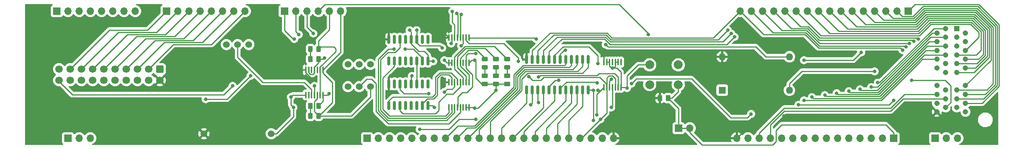
<source format=gbr>
%TF.GenerationSoftware,KiCad,Pcbnew,(6.0.0-0)*%
%TF.CreationDate,2022-02-16T17:51:05-05:00*%
%TF.ProjectId,cpu-input-output-control,6370752d-696e-4707-9574-2d6f75747075,rev?*%
%TF.SameCoordinates,Original*%
%TF.FileFunction,Copper,L1,Top*%
%TF.FilePolarity,Positive*%
%FSLAX46Y46*%
G04 Gerber Fmt 4.6, Leading zero omitted, Abs format (unit mm)*
G04 Created by KiCad (PCBNEW (6.0.0-0)) date 2022-02-16 17:51:05*
%MOMM*%
%LPD*%
G01*
G04 APERTURE LIST*
G04 Aperture macros list*
%AMRoundRect*
0 Rectangle with rounded corners*
0 $1 Rounding radius*
0 $2 $3 $4 $5 $6 $7 $8 $9 X,Y pos of 4 corners*
0 Add a 4 corners polygon primitive as box body*
4,1,4,$2,$3,$4,$5,$6,$7,$8,$9,$2,$3,0*
0 Add four circle primitives for the rounded corners*
1,1,$1+$1,$2,$3*
1,1,$1+$1,$4,$5*
1,1,$1+$1,$6,$7*
1,1,$1+$1,$8,$9*
0 Add four rect primitives between the rounded corners*
20,1,$1+$1,$2,$3,$4,$5,0*
20,1,$1+$1,$4,$5,$6,$7,0*
20,1,$1+$1,$6,$7,$8,$9,0*
20,1,$1+$1,$8,$9,$2,$3,0*%
G04 Aperture macros list end*
%TA.AperFunction,SMDPad,CuDef*%
%ADD10RoundRect,0.100000X0.100000X-0.637500X0.100000X0.637500X-0.100000X0.637500X-0.100000X-0.637500X0*%
%TD*%
%TA.AperFunction,SMDPad,CuDef*%
%ADD11RoundRect,0.243750X0.456250X-0.243750X0.456250X0.243750X-0.456250X0.243750X-0.456250X-0.243750X0*%
%TD*%
%TA.AperFunction,ComponentPad*%
%ADD12C,1.524000*%
%TD*%
%TA.AperFunction,ComponentPad*%
%ADD13R,1.700000X1.700000*%
%TD*%
%TA.AperFunction,ComponentPad*%
%ADD14O,1.700000X1.700000*%
%TD*%
%TA.AperFunction,SMDPad,CuDef*%
%ADD15RoundRect,0.250000X-0.450000X0.262500X-0.450000X-0.262500X0.450000X-0.262500X0.450000X0.262500X0*%
%TD*%
%TA.AperFunction,SMDPad,CuDef*%
%ADD16RoundRect,0.150000X0.150000X-0.825000X0.150000X0.825000X-0.150000X0.825000X-0.150000X-0.825000X0*%
%TD*%
%TA.AperFunction,SMDPad,CuDef*%
%ADD17RoundRect,0.250000X-0.262500X-0.450000X0.262500X-0.450000X0.262500X0.450000X-0.262500X0.450000X0*%
%TD*%
%TA.AperFunction,SMDPad,CuDef*%
%ADD18RoundRect,0.243750X-0.243750X-0.456250X0.243750X-0.456250X0.243750X0.456250X-0.243750X0.456250X0*%
%TD*%
%TA.AperFunction,ComponentPad*%
%ADD19C,2.000000*%
%TD*%
%TA.AperFunction,ComponentPad*%
%ADD20R,1.600000X1.600000*%
%TD*%
%TA.AperFunction,ComponentPad*%
%ADD21O,1.600000X1.600000*%
%TD*%
%TA.AperFunction,ComponentPad*%
%ADD22RoundRect,0.250000X-0.600000X0.600000X-0.600000X-0.600000X0.600000X-0.600000X0.600000X0.600000X0*%
%TD*%
%TA.AperFunction,ComponentPad*%
%ADD23C,1.700000*%
%TD*%
%TA.AperFunction,SMDPad,CuDef*%
%ADD24RoundRect,0.150000X0.150000X-0.837500X0.150000X0.837500X-0.150000X0.837500X-0.150000X-0.837500X0*%
%TD*%
%TA.AperFunction,ComponentPad*%
%ADD25R,1.208000X1.208000*%
%TD*%
%TA.AperFunction,ComponentPad*%
%ADD26C,1.208000*%
%TD*%
%TA.AperFunction,SMDPad,CuDef*%
%ADD27RoundRect,0.250000X0.262500X0.450000X-0.262500X0.450000X-0.262500X-0.450000X0.262500X-0.450000X0*%
%TD*%
%TA.AperFunction,ViaPad*%
%ADD28C,0.800000*%
%TD*%
%TA.AperFunction,Conductor*%
%ADD29C,0.250000*%
%TD*%
G04 APERTURE END LIST*
D10*
%TO.P,U6,1,Oe1*%
%TO.N,GND*%
X134885000Y-79824500D03*
%TO.P,U6,2,Oe2*%
X135535000Y-79824500D03*
%TO.P,U6,3,Q0*%
%TO.N,/F0*%
X136185000Y-79824500D03*
%TO.P,U6,4,Q1*%
%TO.N,/F1*%
X136835000Y-79824500D03*
%TO.P,U6,5,Q2*%
%TO.N,/F2*%
X137485000Y-79824500D03*
%TO.P,U6,6,Q3*%
%TO.N,unconnected-(U6-Pad6)*%
X138135000Y-79824500D03*
%TO.P,U6,7,Cp*%
%TO.N,CRYSTAL_CLOCK*%
X138785000Y-79824500D03*
%TO.P,U6,8,GND*%
%TO.N,GND*%
X139435000Y-79824500D03*
%TO.P,U6,9,E1*%
%TO.N,~{PORT4_EN}*%
X139435000Y-74099500D03*
%TO.P,U6,10,E2*%
%TO.N,~{WRITE}*%
X138785000Y-74099500D03*
%TO.P,U6,11,D3*%
%TO.N,GND*%
X138135000Y-74099500D03*
%TO.P,U6,12,D2*%
%TO.N,BUS2*%
X137485000Y-74099500D03*
%TO.P,U6,13,D1*%
%TO.N,BUS1*%
X136835000Y-74099500D03*
%TO.P,U6,14,D0*%
%TO.N,BUS0*%
X136185000Y-74099500D03*
%TO.P,U6,15,Mr*%
%TO.N,GND*%
X135535000Y-74099500D03*
%TO.P,U6,16,VCC*%
%TO.N,VCC*%
X134885000Y-74099500D03*
%TD*%
D11*
%TO.P,D3,1,K*%
%TO.N,Net-(D3-Pad1)*%
X148082000Y-80869000D03*
%TO.P,D3,2,A*%
%TO.N,/F0*%
X148082000Y-78994000D03*
%TD*%
D10*
%TO.P,U2,1*%
%TO.N,GND*%
X102450000Y-87166500D03*
%TO.P,U2,2*%
%TO.N,unconnected-(U2-Pad2)*%
X103100000Y-87166500D03*
%TO.P,U2,3*%
%TO.N,MANUAL_CLOCK*%
X103750000Y-87166500D03*
%TO.P,U2,4*%
%TO.N,Net-(SW2-Pad1)*%
X104400000Y-87166500D03*
%TO.P,U2,5*%
%TO.N,~{CLOCK}*%
X105050000Y-87166500D03*
%TO.P,U2,6*%
%TO.N,CLOCK*%
X105700000Y-87166500D03*
%TO.P,U2,7,GND*%
%TO.N,GND*%
X106350000Y-87166500D03*
%TO.P,U2,8*%
%TO.N,~{CLOCK}*%
X106350000Y-81441500D03*
%TO.P,U2,9*%
%TO.N,CLOCK*%
X105700000Y-81441500D03*
%TO.P,U2,10*%
%TO.N,unconnected-(U2-Pad10)*%
X105050000Y-81441500D03*
%TO.P,U2,11*%
%TO.N,GND*%
X104400000Y-81441500D03*
%TO.P,U2,12*%
%TO.N,unconnected-(U2-Pad12)*%
X103750000Y-81441500D03*
%TO.P,U2,13*%
%TO.N,GND*%
X103100000Y-81441500D03*
%TO.P,U2,14,VCC*%
%TO.N,VCC*%
X102450000Y-81441500D03*
%TD*%
D12*
%TO.P,U4,*%
%TO.N,*%
X84441000Y-75676000D03*
X89521000Y-75676000D03*
%TO.P,U4,1,Vcc*%
%TO.N,VCC*%
X79361000Y-95996000D03*
%TO.P,U4,2,Gnd*%
%TO.N,GND*%
X94601000Y-95996000D03*
%TO.P,U4,3,Q*%
%TO.N,MANUAL_CLOCK*%
X86981000Y-75676000D03*
%TD*%
D13*
%TO.P,J4,1,Pin_1*%
%TO.N,~{RESET}*%
X186944000Y-94742000D03*
D14*
%TO.P,J4,2,Pin_2*%
X189484000Y-94742000D03*
%TD*%
D15*
%TO.P,R3,1*%
%TO.N,Net-(D2-Pad1)*%
X145542000Y-82829000D03*
%TO.P,R3,2*%
%TO.N,GND*%
X145542000Y-84654000D03*
%TD*%
D11*
%TO.P,D1,1,K*%
%TO.N,Net-(D1-Pad1)*%
X143002000Y-80869000D03*
%TO.P,D1,2,A*%
%TO.N,/F2*%
X143002000Y-78994000D03*
%TD*%
D16*
%TO.P,U8,1,Q12*%
%TO.N,FREQ6*%
X121285000Y-89597000D03*
%TO.P,U8,2,Q13*%
%TO.N,unconnected-(U8-Pad2)*%
X122555000Y-89597000D03*
%TO.P,U8,3,Q14*%
%TO.N,FREQ7*%
X123825000Y-89597000D03*
%TO.P,U8,4,Q6*%
%TO.N,unconnected-(U8-Pad4)*%
X125095000Y-89597000D03*
%TO.P,U8,5,Q5*%
%TO.N,unconnected-(U8-Pad5)*%
X126365000Y-89597000D03*
%TO.P,U8,6,Q7*%
%TO.N,unconnected-(U8-Pad6)*%
X127635000Y-89597000D03*
%TO.P,U8,7,Q4*%
%TO.N,FREQ4*%
X128905000Y-89597000D03*
%TO.P,U8,8,GND*%
%TO.N,GND*%
X130175000Y-89597000D03*
%TO.P,U8,9,O*%
%TO.N,unconnected-(U8-Pad9)*%
X130175000Y-84647000D03*
%TO.P,U8,10,~{O}*%
%TO.N,unconnected-(U8-Pad10)*%
X128905000Y-84647000D03*
%TO.P,U8,11,I*%
%TO.N,Net-(U5-Pad6)*%
X127635000Y-84647000D03*
%TO.P,U8,12,RESET*%
%TO.N,GND*%
X126365000Y-84647000D03*
%TO.P,U8,13,Q9*%
%TO.N,unconnected-(U8-Pad13)*%
X125095000Y-84647000D03*
%TO.P,U8,14,Q8*%
%TO.N,FREQ5*%
X123825000Y-84647000D03*
%TO.P,U8,15,Q10*%
%TO.N,unconnected-(U8-Pad15)*%
X122555000Y-84647000D03*
%TO.P,U8,16,VCC*%
%TO.N,VCC*%
X121285000Y-84647000D03*
%TD*%
D17*
%TO.P,R5,1*%
%TO.N,Net-(D4-Pad1)*%
X103481500Y-78994000D03*
%TO.P,R5,2*%
%TO.N,GND*%
X105306500Y-78994000D03*
%TD*%
D18*
%TO.P,D4,1,K*%
%TO.N,Net-(D4-Pad1)*%
X103456500Y-76708000D03*
%TO.P,D4,2,A*%
%TO.N,CLOCK*%
X105331500Y-76708000D03*
%TD*%
D10*
%TO.P,U7,1,I3*%
%TO.N,FREQ3*%
X134885000Y-89984500D03*
%TO.P,U7,2,I2*%
%TO.N,FREQ2*%
X135535000Y-89984500D03*
%TO.P,U7,3,I1*%
%TO.N,FREQ1*%
X136185000Y-89984500D03*
%TO.P,U7,4,I0*%
%TO.N,CRYSTAL_CLOCK*%
X136835000Y-89984500D03*
%TO.P,U7,5,Y*%
%TO.N,Net-(SW2-Pad3)*%
X137485000Y-89984500D03*
%TO.P,U7,6,~{Y}*%
%TO.N,unconnected-(U7-Pad6)*%
X138135000Y-89984500D03*
%TO.P,U7,7,~{OE}*%
%TO.N,GND*%
X138785000Y-89984500D03*
%TO.P,U7,8,GND*%
X139435000Y-89984500D03*
%TO.P,U7,9,S2*%
%TO.N,/F2*%
X139435000Y-84259500D03*
%TO.P,U7,10,S1*%
%TO.N,/F1*%
X138785000Y-84259500D03*
%TO.P,U7,11,S0*%
%TO.N,/F0*%
X138135000Y-84259500D03*
%TO.P,U7,12,I7*%
%TO.N,FREQ7*%
X137485000Y-84259500D03*
%TO.P,U7,13,I6*%
%TO.N,FREQ6*%
X136835000Y-84259500D03*
%TO.P,U7,14,I5*%
%TO.N,FREQ5*%
X136185000Y-84259500D03*
%TO.P,U7,15,I4*%
%TO.N,FREQ4*%
X135535000Y-84259500D03*
%TO.P,U7,16,VCC*%
%TO.N,VCC*%
X134885000Y-84259500D03*
%TD*%
D19*
%TO.P,SW1,1,1*%
%TO.N,GND*%
X186892000Y-80300000D03*
X180392000Y-80300000D03*
%TO.P,SW1,2,2*%
%TO.N,~{RESET}*%
X186892000Y-84800000D03*
X180392000Y-84800000D03*
%TD*%
D18*
%TO.P,D5,1,K*%
%TO.N,Net-(D5-Pad1)*%
X103455000Y-91916000D03*
%TO.P,D5,2,A*%
%TO.N,~{CLOCK}*%
X105330000Y-91916000D03*
%TD*%
D20*
%TO.P,Y1,1,1*%
%TO.N,unconnected-(Y1-Pad1)*%
X196845000Y-86081000D03*
D21*
%TO.P,Y1,2,2*%
%TO.N,GND*%
X212085000Y-86081000D03*
%TO.P,Y1,3,3*%
%TO.N,CRYSTAL_CLOCK*%
X212085000Y-78461000D03*
%TO.P,Y1,4,4*%
%TO.N,VCC*%
X196845000Y-78461000D03*
%TD*%
D22*
%TO.P,J3,1,Pin_1*%
%TO.N,GND*%
X69342000Y-81280000D03*
D23*
%TO.P,J3,2,Pin_2*%
%TO.N,VCC*%
X69342000Y-83820000D03*
%TO.P,J3,3,Pin_3*%
%TO.N,BUS0*%
X66802000Y-81280000D03*
%TO.P,J3,4,Pin_4*%
%TO.N,unconnected-(J3-Pad4)*%
X66802000Y-83820000D03*
%TO.P,J3,5,Pin_5*%
%TO.N,BUS1*%
X64262000Y-81280000D03*
%TO.P,J3,6,Pin_6*%
%TO.N,unconnected-(J3-Pad6)*%
X64262000Y-83820000D03*
%TO.P,J3,7,Pin_7*%
%TO.N,BUS2*%
X61722000Y-81280000D03*
%TO.P,J3,8,Pin_8*%
%TO.N,unconnected-(J3-Pad8)*%
X61722000Y-83820000D03*
%TO.P,J3,9,Pin_9*%
%TO.N,BUS3*%
X59182000Y-81280000D03*
%TO.P,J3,10,Pin_10*%
%TO.N,unconnected-(J3-Pad10)*%
X59182000Y-83820000D03*
%TO.P,J3,11,Pin_11*%
%TO.N,BUS4*%
X56642000Y-81280000D03*
%TO.P,J3,12,Pin_12*%
%TO.N,unconnected-(J3-Pad12)*%
X56642000Y-83820000D03*
%TO.P,J3,13,Pin_13*%
%TO.N,BUS5*%
X54102000Y-81280000D03*
%TO.P,J3,14,Pin_14*%
%TO.N,unconnected-(J3-Pad14)*%
X54102000Y-83820000D03*
%TO.P,J3,15,Pin_15*%
%TO.N,BUS6*%
X51562000Y-81280000D03*
%TO.P,J3,16,Pin_16*%
%TO.N,unconnected-(J3-Pad16)*%
X51562000Y-83820000D03*
%TO.P,J3,17,Pin_17*%
%TO.N,BUS7*%
X49022000Y-81280000D03*
%TO.P,J3,18,Pin_18*%
%TO.N,unconnected-(J3-Pad18)*%
X49022000Y-83820000D03*
%TO.P,J3,19,Pin_19*%
%TO.N,A4*%
X46482000Y-81280000D03*
%TO.P,J3,20,Pin_20*%
%TO.N,Net-(J3-Pad20)*%
X46482000Y-83820000D03*
%TD*%
D17*
%TO.P,R6,1*%
%TO.N,Net-(D5-Pad1)*%
X103480000Y-89630000D03*
%TO.P,R6,2*%
%TO.N,GND*%
X105305000Y-89630000D03*
%TD*%
D10*
%TO.P,U1,1*%
%TO.N,~{READ}*%
X170008000Y-85412500D03*
%TO.P,U1,2*%
%TO.N,~{WRITE}*%
X170658000Y-85412500D03*
%TO.P,U1,3*%
%TO.N,Net-(U1-Pad3)*%
X171308000Y-85412500D03*
%TO.P,U1,4*%
%TO.N,~{PORT1_EN}*%
X171958000Y-85412500D03*
%TO.P,U1,5*%
%TO.N,~{WRITE}*%
X172608000Y-85412500D03*
%TO.P,U1,6*%
%TO.N,Net-(J3-Pad20)*%
X173258000Y-85412500D03*
%TO.P,U1,7,GND*%
%TO.N,GND*%
X173908000Y-85412500D03*
%TO.P,U1,8*%
%TO.N,unconnected-(U1-Pad8)*%
X173908000Y-79687500D03*
%TO.P,U1,9*%
%TO.N,GND*%
X173258000Y-79687500D03*
%TO.P,U1,10*%
X172608000Y-79687500D03*
%TO.P,U1,11*%
%TO.N,unconnected-(U1-Pad11)*%
X171958000Y-79687500D03*
%TO.P,U1,12*%
%TO.N,GND*%
X171308000Y-79687500D03*
%TO.P,U1,13*%
X170658000Y-79687500D03*
%TO.P,U1,14,VCC*%
%TO.N,VCC*%
X170008000Y-79687500D03*
%TD*%
D15*
%TO.P,R4,1*%
%TO.N,Net-(D3-Pad1)*%
X148082000Y-82829000D03*
%TO.P,R4,2*%
%TO.N,GND*%
X148082000Y-84654000D03*
%TD*%
D24*
%TO.P,U3,1,S0*%
%TO.N,~{PORT0_EN}*%
X152527000Y-86012500D03*
%TO.P,U3,2,S1*%
%TO.N,~{PORT1_EN}*%
X153797000Y-86012500D03*
%TO.P,U3,3,S2*%
%TO.N,~{PORT2_EN}*%
X155067000Y-86012500D03*
%TO.P,U3,4,S3*%
%TO.N,~{PORT3_EN}*%
X156337000Y-86012500D03*
%TO.P,U3,5,S4*%
%TO.N,~{PORT4_EN}*%
X157607000Y-86012500D03*
%TO.P,U3,6,S5*%
%TO.N,~{PORT5_EN}*%
X158877000Y-86012500D03*
%TO.P,U3,7,S6*%
%TO.N,~{PORT6_EN}*%
X160147000Y-86012500D03*
%TO.P,U3,8,S7*%
%TO.N,~{PORT7_EN}*%
X161417000Y-86012500D03*
%TO.P,U3,9,S8*%
%TO.N,~{PORT8_EN}*%
X162687000Y-86012500D03*
%TO.P,U3,10,S9*%
%TO.N,~{PORT9_EN}*%
X163957000Y-86012500D03*
%TO.P,U3,11,S10*%
%TO.N,~{PORT10_EN}*%
X165227000Y-86012500D03*
%TO.P,U3,12,GND*%
%TO.N,GND*%
X166497000Y-86012500D03*
%TO.P,U3,13,S11*%
%TO.N,~{PORT11_EN}*%
X166497000Y-79087500D03*
%TO.P,U3,14,S12*%
%TO.N,~{PORT12_EN}*%
X165227000Y-79087500D03*
%TO.P,U3,15,S13*%
%TO.N,~{PORT13_EN}*%
X163957000Y-79087500D03*
%TO.P,U3,16,S14*%
%TO.N,~{PORT14_EN}*%
X162687000Y-79087500D03*
%TO.P,U3,17,S15*%
%TO.N,~{PORT15_EN}*%
X161417000Y-79087500D03*
%TO.P,U3,18,E0*%
%TO.N,~{IO_REQUEST}*%
X160147000Y-79087500D03*
%TO.P,U3,19,E1*%
%TO.N,Net-(U1-Pad3)*%
X158877000Y-79087500D03*
%TO.P,U3,20,A3*%
%TO.N,A3*%
X157607000Y-79087500D03*
%TO.P,U3,21,A2*%
%TO.N,A2*%
X156337000Y-79087500D03*
%TO.P,U3,22,A1*%
%TO.N,A1*%
X155067000Y-79087500D03*
%TO.P,U3,23,A0*%
%TO.N,A0*%
X153797000Y-79087500D03*
%TO.P,U3,24,VCC*%
%TO.N,VCC*%
X152527000Y-79087500D03*
%TD*%
D25*
%TO.P,J21,A01,A01*%
%TO.N,A0*%
X250004000Y-72034000D03*
D26*
%TO.P,J21,A02,A02*%
%TO.N,A1*%
X252004000Y-73034000D03*
%TO.P,J21,A03,A03*%
%TO.N,A2*%
X250004000Y-74034000D03*
%TO.P,J21,A04,A04*%
%TO.N,A3*%
X252004000Y-75034000D03*
%TO.P,J21,A05,A05*%
%TO.N,A4*%
X250004000Y-76034000D03*
%TO.P,J21,A06,A06*%
%TO.N,A5*%
X252004000Y-77034000D03*
%TO.P,J21,A07,A07*%
%TO.N,A6*%
X250004000Y-78034000D03*
%TO.P,J21,A08,A08*%
%TO.N,A7*%
X252004000Y-79034000D03*
%TO.P,J21,A09,A09*%
%TO.N,A8*%
X250004000Y-80034000D03*
%TO.P,J21,A10,A10*%
%TO.N,A9*%
X252004000Y-81034000D03*
%TO.P,J21,A11,A11*%
%TO.N,A10*%
X250004000Y-82034000D03*
%TO.P,J21,A12,A12*%
%TO.N,A11*%
X252004000Y-85034000D03*
%TO.P,J21,A13,A13*%
%TO.N,A12*%
X250004000Y-86034000D03*
%TO.P,J21,A14,A14*%
%TO.N,A13*%
X252004000Y-87034000D03*
%TO.P,J21,A15,A15*%
%TO.N,A14*%
X250004000Y-88034000D03*
%TO.P,J21,A16,A16*%
%TO.N,A15*%
X252004000Y-89034000D03*
%TO.P,J21,A17,A17*%
%TO.N,unconnected-(J21-PadA17)*%
X250004000Y-90034000D03*
%TO.P,J21,A18,A18*%
%TO.N,unconnected-(J21-PadA18)*%
X252004000Y-91034000D03*
%TO.P,J21,B01,B01*%
%TO.N,BUS0*%
X247504000Y-72034000D03*
%TO.P,J21,B02,B02*%
%TO.N,BUS1*%
X245504000Y-73034000D03*
%TO.P,J21,B03,B03*%
%TO.N,BUS2*%
X247504000Y-74034000D03*
%TO.P,J21,B04,B04*%
%TO.N,BUS3*%
X245504000Y-75034000D03*
%TO.P,J21,B05,B05*%
%TO.N,BUS4*%
X247504000Y-76034000D03*
%TO.P,J21,B06,B06*%
%TO.N,BUS5*%
X245504000Y-77034000D03*
%TO.P,J21,B07,B07*%
%TO.N,BUS6*%
X247504000Y-78034000D03*
%TO.P,J21,B08,B08*%
%TO.N,BUS7*%
X245504000Y-79034000D03*
%TO.P,J21,B09,B09*%
%TO.N,unconnected-(J21-PadB09)*%
X247504000Y-80034000D03*
%TO.P,J21,B10,B10*%
%TO.N,unconnected-(J21-PadB10)*%
X245504000Y-81034000D03*
%TO.P,J21,B11,B11*%
%TO.N,unconnected-(J21-PadB11)*%
X247504000Y-82034000D03*
%TO.P,J21,B12,B12*%
%TO.N,unconnected-(J21-PadB12)*%
X245504000Y-85034000D03*
%TO.P,J21,B13,B13*%
%TO.N,unconnected-(J21-PadB13)*%
X247504000Y-86034000D03*
%TO.P,J21,B14,B14*%
%TO.N,~{WRITE}*%
X245504000Y-87034000D03*
%TO.P,J21,B15,B15*%
%TO.N,~{READ}*%
X247504000Y-88034000D03*
%TO.P,J21,B16,B16*%
%TO.N,~{PORT2_EN}*%
X245504000Y-89034000D03*
%TO.P,J21,B17,B17*%
%TO.N,GND*%
X247504000Y-90034000D03*
%TO.P,J21,B18,B18*%
%TO.N,VCC*%
X245504000Y-91034000D03*
%TD*%
D27*
%TO.P,R1,1*%
%TO.N,~{RESET}*%
X184554500Y-87884000D03*
%TO.P,R1,2*%
%TO.N,VCC*%
X182729500Y-87884000D03*
%TD*%
D12*
%TO.P,SW2,*%
%TO.N,*%
X114542000Y-80204000D03*
X112002000Y-80204000D03*
X117082000Y-80204000D03*
%TO.P,SW2,1,A*%
%TO.N,Net-(SW2-Pad1)*%
X112002000Y-85284000D03*
%TO.P,SW2,2,B*%
%TO.N,~{CLOCK}*%
X117082000Y-85284000D03*
%TO.P,SW2,3,C*%
%TO.N,Net-(SW2-Pad3)*%
X114542000Y-85284000D03*
%TD*%
D11*
%TO.P,D2,1,K*%
%TO.N,Net-(D2-Pad1)*%
X145542000Y-80869000D03*
%TO.P,D2,2,A*%
%TO.N,/F1*%
X145542000Y-78994000D03*
%TD*%
D16*
%TO.P,U5,1,Q12*%
%TO.N,unconnected-(U5-Pad1)*%
X121285000Y-79437000D03*
%TO.P,U5,2,Q13*%
%TO.N,FREQ3*%
X122555000Y-79437000D03*
%TO.P,U5,3,Q14*%
%TO.N,unconnected-(U5-Pad3)*%
X123825000Y-79437000D03*
%TO.P,U5,4,Q6*%
%TO.N,unconnected-(U5-Pad4)*%
X125095000Y-79437000D03*
%TO.P,U5,5,Q5*%
%TO.N,unconnected-(U5-Pad5)*%
X126365000Y-79437000D03*
%TO.P,U5,6,Q7*%
%TO.N,Net-(U5-Pad6)*%
X127635000Y-79437000D03*
%TO.P,U5,7,Q4*%
%TO.N,FREQ1*%
X128905000Y-79437000D03*
%TO.P,U5,8,GND*%
%TO.N,GND*%
X130175000Y-79437000D03*
%TO.P,U5,9,O*%
%TO.N,unconnected-(U5-Pad9)*%
X130175000Y-74487000D03*
%TO.P,U5,10,~{O}*%
%TO.N,unconnected-(U5-Pad10)*%
X128905000Y-74487000D03*
%TO.P,U5,11,I*%
%TO.N,CRYSTAL_CLOCK*%
X127635000Y-74487000D03*
%TO.P,U5,12,RESET*%
%TO.N,GND*%
X126365000Y-74487000D03*
%TO.P,U5,13,Q9*%
%TO.N,unconnected-(U5-Pad13)*%
X125095000Y-74487000D03*
%TO.P,U5,14,Q8*%
%TO.N,FREQ2*%
X123825000Y-74487000D03*
%TO.P,U5,15,Q10*%
%TO.N,unconnected-(U5-Pad15)*%
X122555000Y-74487000D03*
%TO.P,U5,16,VCC*%
%TO.N,VCC*%
X121285000Y-74487000D03*
%TD*%
D15*
%TO.P,R2,1*%
%TO.N,Net-(D1-Pad1)*%
X143002000Y-82829000D03*
%TO.P,R2,2*%
%TO.N,GND*%
X143002000Y-84654000D03*
%TD*%
D13*
%TO.P,J16,1,Pin_1*%
%TO.N,~{IRQ0}*%
X45989000Y-68072000D03*
D14*
%TO.P,J16,2,Pin_2*%
%TO.N,~{IRQ1}*%
X48529000Y-68072000D03*
%TO.P,J16,3,Pin_3*%
%TO.N,~{IRQ2}*%
X51069000Y-68072000D03*
%TO.P,J16,4,Pin_4*%
%TO.N,~{IRQ3}*%
X53609000Y-68072000D03*
%TO.P,J16,5,Pin_5*%
%TO.N,~{IRQ4}*%
X56149000Y-68072000D03*
%TO.P,J16,6,Pin_6*%
%TO.N,~{IRQ5}*%
X58689000Y-68072000D03*
%TO.P,J16,7,Pin_7*%
%TO.N,~{IRQ6}*%
X61229000Y-68072000D03*
%TO.P,J16,8,Pin_8*%
%TO.N,~{IRQ7}*%
X63769000Y-68072000D03*
%TD*%
D13*
%TO.P,J8,1,Pin_1*%
%TO.N,unconnected-(J8-Pad1)*%
X245110000Y-97028000D03*
D14*
%TO.P,J8,2,Pin_2*%
%TO.N,unconnected-(J8-Pad2)*%
X247650000Y-97028000D03*
%TO.P,J8,3,Pin_3*%
%TO.N,unconnected-(J8-Pad3)*%
X250190000Y-97028000D03*
%TD*%
D13*
%TO.P,J5,1,Pin_1*%
%TO.N,~{RESET}*%
X235702000Y-97028000D03*
D14*
%TO.P,J5,2,Pin_2*%
%TO.N,BUS0*%
X233162000Y-97028000D03*
%TO.P,J5,3,Pin_3*%
%TO.N,BUS1*%
X230622000Y-97028000D03*
%TO.P,J5,4,Pin_4*%
%TO.N,BUS2*%
X228082000Y-97028000D03*
%TO.P,J5,5,Pin_5*%
%TO.N,BUS3*%
X225542000Y-97028000D03*
%TO.P,J5,6,Pin_6*%
%TO.N,BUS4*%
X223002000Y-97028000D03*
%TO.P,J5,7,Pin_7*%
%TO.N,BUS5*%
X220462000Y-97028000D03*
%TO.P,J5,8,Pin_8*%
%TO.N,BUS6*%
X217922000Y-97028000D03*
%TO.P,J5,9,Pin_9*%
%TO.N,BUS7*%
X215382000Y-97028000D03*
%TO.P,J5,10,Pin_10*%
%TO.N,~{IRQ6}*%
X212842000Y-97028000D03*
%TO.P,J5,11,Pin_11*%
%TO.N,~{PORT6_EN}*%
X210302000Y-97028000D03*
%TO.P,J5,12,Pin_12*%
%TO.N,~{READ}*%
X207762000Y-97028000D03*
%TO.P,J5,13,Pin_13*%
%TO.N,~{WRITE}*%
X205222000Y-97028000D03*
%TO.P,J5,14,Pin_14*%
%TO.N,GND*%
X202682000Y-97028000D03*
%TO.P,J5,15,Pin_15*%
%TO.N,VCC*%
X200142000Y-97028000D03*
%TD*%
D13*
%TO.P,J11,1,Pin_1*%
%TO.N,BUS7*%
X70866000Y-68072000D03*
D14*
%TO.P,J11,2,Pin_2*%
%TO.N,BUS6*%
X73406000Y-68072000D03*
%TO.P,J11,3,Pin_3*%
%TO.N,BUS5*%
X75946000Y-68072000D03*
%TO.P,J11,4,Pin_4*%
%TO.N,BUS4*%
X78486000Y-68072000D03*
%TO.P,J11,5,Pin_5*%
%TO.N,BUS3*%
X81026000Y-68072000D03*
%TO.P,J11,6,Pin_6*%
%TO.N,BUS2*%
X83566000Y-68072000D03*
%TO.P,J11,7,Pin_7*%
%TO.N,BUS1*%
X86106000Y-68072000D03*
%TO.P,J11,8,Pin_8*%
%TO.N,BUS0*%
X88646000Y-68072000D03*
%TD*%
D13*
%TO.P,J2,1,Pin_1*%
%TO.N,~{IRQ0}*%
X116337000Y-97028000D03*
D14*
%TO.P,J2,2,Pin_2*%
%TO.N,~{IRQ1}*%
X118877000Y-97028000D03*
%TO.P,J2,3,Pin_3*%
%TO.N,~{IRQ2}*%
X121417000Y-97028000D03*
%TO.P,J2,4,Pin_4*%
%TO.N,~{IRQ3}*%
X123957000Y-97028000D03*
%TO.P,J2,5,Pin_5*%
%TO.N,~{IRQ4}*%
X126497000Y-97028000D03*
%TO.P,J2,6,Pin_6*%
%TO.N,~{IRQ5}*%
X129037000Y-97028000D03*
%TO.P,J2,7,Pin_7*%
%TO.N,~{IRQ7}*%
X131577000Y-97028000D03*
%TO.P,J2,8,Pin_8*%
%TO.N,~{PORT15_EN}*%
X134117000Y-97028000D03*
%TO.P,J2,9,Pin_9*%
%TO.N,~{PORT14_EN}*%
X136657000Y-97028000D03*
%TO.P,J2,10,Pin_10*%
%TO.N,~{PORT13_EN}*%
X139197000Y-97028000D03*
%TO.P,J2,11,Pin_11*%
%TO.N,~{PORT12_EN}*%
X141737000Y-97028000D03*
%TO.P,J2,12,Pin_12*%
%TO.N,~{PORT11_EN}*%
X144277000Y-97028000D03*
%TO.P,J2,13,Pin_13*%
%TO.N,~{PORT0_EN}*%
X146817000Y-97028000D03*
%TO.P,J2,14,Pin_14*%
%TO.N,~{PORT3_EN}*%
X149357000Y-97028000D03*
%TO.P,J2,15,Pin_15*%
%TO.N,~{PORT5_EN}*%
X151897000Y-97028000D03*
%TO.P,J2,16,Pin_16*%
%TO.N,~{PORT7_EN}*%
X154437000Y-97028000D03*
%TO.P,J2,17,Pin_17*%
%TO.N,~{PORT8_EN}*%
X156977000Y-97028000D03*
%TO.P,J2,18,Pin_18*%
%TO.N,~{PORT9_EN}*%
X159517000Y-97028000D03*
%TO.P,J2,19,Pin_19*%
%TO.N,~{PORT10_EN}*%
X162057000Y-97028000D03*
%TO.P,J2,20,Pin_20*%
%TO.N,~{WRITE}*%
X164597000Y-97028000D03*
%TO.P,J2,21,Pin_21*%
%TO.N,~{READ}*%
X167137000Y-97028000D03*
%TO.P,J2,22,Pin_22*%
%TO.N,GND*%
X169677000Y-97028000D03*
%TO.P,J2,23,Pin_23*%
%TO.N,VCC*%
X172217000Y-97028000D03*
%TD*%
D13*
%TO.P,J6,1,Pin_1*%
%TO.N,A15*%
X239014000Y-68060000D03*
D14*
%TO.P,J6,2,Pin_2*%
%TO.N,A14*%
X236474000Y-68060000D03*
%TO.P,J6,3,Pin_3*%
%TO.N,A13*%
X233934000Y-68060000D03*
%TO.P,J6,4,Pin_4*%
%TO.N,A12*%
X231394000Y-68060000D03*
%TO.P,J6,5,Pin_5*%
%TO.N,A11*%
X228854000Y-68060000D03*
%TO.P,J6,6,Pin_6*%
%TO.N,A10*%
X226314000Y-68060000D03*
%TO.P,J6,7,Pin_7*%
%TO.N,A9*%
X223774000Y-68060000D03*
%TO.P,J6,8,Pin_8*%
%TO.N,A8*%
X221234000Y-68060000D03*
%TO.P,J6,9,Pin_9*%
%TO.N,A7*%
X218694000Y-68060000D03*
%TO.P,J6,10,Pin_10*%
%TO.N,A6*%
X216154000Y-68060000D03*
%TO.P,J6,11,Pin_11*%
%TO.N,A5*%
X213614000Y-68060000D03*
%TO.P,J6,12,Pin_12*%
%TO.N,A4*%
X211074000Y-68060000D03*
%TO.P,J6,13,Pin_13*%
%TO.N,A3*%
X208534000Y-68060000D03*
%TO.P,J6,14,Pin_14*%
%TO.N,A2*%
X205994000Y-68060000D03*
%TO.P,J6,15,Pin_15*%
%TO.N,A1*%
X203454000Y-68060000D03*
%TO.P,J6,16,Pin_16*%
%TO.N,A0*%
X200914000Y-68060000D03*
%TD*%
D13*
%TO.P,J1,1,Pin_1*%
%TO.N,~{READ}*%
X97660000Y-68050000D03*
D14*
%TO.P,J1,2,Pin_2*%
%TO.N,~{WRITE}*%
X100200000Y-68050000D03*
%TO.P,J1,3,Pin_3*%
%TO.N,~{IO_REQUEST}*%
X102740000Y-68050000D03*
%TO.P,J1,4,Pin_4*%
%TO.N,~{RESET}*%
X105280000Y-68050000D03*
%TO.P,J1,5,Pin_5*%
%TO.N,CLOCK*%
X107820000Y-68050000D03*
%TO.P,J1,6,Pin_6*%
%TO.N,~{CLOCK}*%
X110360000Y-68050000D03*
%TD*%
D13*
%TO.P,J7,1,Pin_1*%
%TO.N,unconnected-(J7-Pad1)*%
X48514000Y-97028000D03*
D14*
%TO.P,J7,2,Pin_2*%
%TO.N,unconnected-(J7-Pad2)*%
X51054000Y-97028000D03*
%TO.P,J7,3,Pin_3*%
%TO.N,unconnected-(J7-Pad3)*%
X53594000Y-97028000D03*
%TD*%
D28*
%TO.N,~{READ}*%
X168656000Y-86106000D03*
X99822000Y-74422000D03*
X168364500Y-91694000D03*
%TO.N,~{WRITE}*%
X169233078Y-92695719D03*
X153023076Y-82985824D03*
X150622000Y-79502000D03*
X100838000Y-73406000D03*
%TO.N,~{IO_REQUEST}*%
X161290000Y-76962000D03*
X104140000Y-73152000D03*
%TO.N,~{RESET}*%
X180086000Y-73406000D03*
%TO.N,GND*%
X231394000Y-81788000D03*
X140716000Y-90170000D03*
X131555299Y-90015522D03*
X133858000Y-79248000D03*
X106680223Y-78748821D03*
X131318000Y-79502000D03*
X171958000Y-81026000D03*
X137668000Y-75946000D03*
X175260000Y-85598000D03*
X239776000Y-83820000D03*
X99060000Y-87630000D03*
X145542000Y-86106000D03*
X135382000Y-75438000D03*
X140716000Y-79248000D03*
X167635701Y-86110299D03*
X107696000Y-86905500D03*
X126492000Y-82841500D03*
X125950569Y-72427500D03*
X167640000Y-92964000D03*
X99635286Y-90015522D03*
%TO.N,VCC*%
X119634000Y-74601001D03*
X133858000Y-73152000D03*
X152400000Y-76200000D03*
X108458000Y-80772000D03*
X205547915Y-90051101D03*
X121666000Y-82841500D03*
X210820000Y-91948000D03*
X104648000Y-83566000D03*
X178308000Y-86360000D03*
X133350000Y-83312000D03*
X169926000Y-77978000D03*
%TO.N,~{IRQ6}*%
X140970000Y-92710000D03*
X128270000Y-94996000D03*
%TO.N,A4*%
X241300000Y-74422000D03*
X215392000Y-79248000D03*
X89916000Y-82804000D03*
X228346000Y-77470000D03*
X79756000Y-88138000D03*
%TO.N,A3*%
X240284000Y-74930000D03*
X199644000Y-73914000D03*
%TO.N,A2*%
X198882000Y-73152000D03*
X239268000Y-75438000D03*
%TO.N,A1*%
X238506000Y-76200000D03*
X198120000Y-72390000D03*
%TO.N,A0*%
X237744000Y-76962000D03*
%TO.N,BUS0*%
X232112588Y-84358592D03*
X135662368Y-68147945D03*
%TO.N,BUS1*%
X136652000Y-68580000D03*
X230632000Y-85381500D03*
%TO.N,BUS2*%
X228092000Y-85869458D03*
X137668000Y-68834000D03*
%TO.N,BUS3*%
X225552000Y-86318967D03*
%TO.N,BUS4*%
X222791208Y-86768478D03*
%TO.N,BUS5*%
X220097907Y-87217989D03*
%TO.N,BUS6*%
X217184105Y-87667500D03*
%TO.N,BUS7*%
X215392000Y-88392000D03*
%TO.N,Net-(U1-Pad3)*%
X171704000Y-83566000D03*
X168656000Y-80010000D03*
%TO.N,~{PORT1_EN}*%
X153416000Y-89408000D03*
X171683239Y-90011989D03*
%TO.N,~{PORT2_EN}*%
X214122000Y-89408000D03*
X235712000Y-88392000D03*
X155194000Y-88900000D03*
%TO.N,~{PORT4_EN}*%
X154686000Y-74422000D03*
X159766000Y-83857500D03*
%TO.N,~{PORT6_EN}*%
X176276000Y-84582000D03*
X168501581Y-84418981D03*
X203385300Y-91500101D03*
%TO.N,CRYSTAL_CLOCK*%
X127570508Y-72427500D03*
X133350000Y-76454000D03*
X140970000Y-77724000D03*
X170434000Y-75692000D03*
%TO.N,Net-(J3-Pad20)*%
X155232301Y-83095500D03*
X85852000Y-85090000D03*
%TO.N,Net-(SW2-Pad1)*%
X104394000Y-85090000D03*
%TO.N,FREQ1*%
X124968000Y-76708000D03*
X122428000Y-76708000D03*
%TO.N,FREQ5*%
X130302000Y-86868000D03*
X133841917Y-86501511D03*
%TD*%
D29*
%TO.N,~{IRQ6}*%
X137160000Y-92710000D02*
X140970000Y-92710000D01*
X134874000Y-94996000D02*
X137160000Y-92710000D01*
X128270000Y-94996000D02*
X134874000Y-94996000D01*
%TO.N,~{READ}*%
X235015682Y-90836011D02*
X237817693Y-88034000D01*
X97660000Y-72514000D02*
X99568000Y-74422000D01*
X170008000Y-85412500D02*
X169314500Y-86106000D01*
X169314500Y-86106000D02*
X168656000Y-86106000D01*
X237817693Y-88034000D02*
X247504000Y-88034000D01*
X170008000Y-85412500D02*
X168364500Y-87056000D01*
X207762000Y-93981400D02*
X210907389Y-90836011D01*
X99568000Y-74422000D02*
X99822000Y-74422000D01*
X210907389Y-90836011D02*
X235015682Y-90836011D01*
X168364500Y-87056000D02*
X168364500Y-91694000D01*
X207762000Y-97028000D02*
X207762000Y-93981400D01*
X97660000Y-68050000D02*
X97660000Y-72514000D01*
%TO.N,~{WRITE}*%
X164597000Y-97028000D02*
X164900797Y-97028000D01*
X155702000Y-83820000D02*
X156389001Y-83132999D01*
X171149901Y-82841499D02*
X172004099Y-82841499D01*
X235045989Y-90170000D02*
X238181989Y-87034000D01*
X210877919Y-90170000D02*
X235045989Y-90170000D01*
X153023076Y-82985824D02*
X153857252Y-83820000D01*
X138785000Y-74787361D02*
X138785000Y-74099500D01*
X170658000Y-85412500D02*
X170658000Y-83333400D01*
X100200000Y-68050000D02*
X100200000Y-72768000D01*
X150622000Y-78740000D02*
X147320000Y-75438000D01*
X170658000Y-91270797D02*
X169233078Y-92695719D01*
X153857252Y-83820000D02*
X155702000Y-83820000D01*
X164900797Y-97028000D02*
X169233078Y-92695719D01*
X170658000Y-84724639D02*
X170658000Y-91270797D01*
X139435639Y-75438000D02*
X138785000Y-74787361D01*
X147320000Y-75438000D02*
X139435639Y-75438000D01*
X169066360Y-83132999D02*
X170658000Y-84724639D01*
X156389001Y-83132999D02*
X169066360Y-83132999D01*
X238181989Y-87034000D02*
X245504000Y-87034000D01*
X170658000Y-83333400D02*
X171149901Y-82841499D01*
X100200000Y-72768000D02*
X100838000Y-73406000D01*
X205222000Y-95825919D02*
X210877919Y-90170000D01*
X205222000Y-97028000D02*
X205222000Y-95825919D01*
X172608000Y-83445400D02*
X172608000Y-85412500D01*
X172004099Y-82841499D02*
X172608000Y-83445400D01*
X150622000Y-79502000D02*
X150622000Y-78740000D01*
%TO.N,~{IO_REQUEST}*%
X160147000Y-77851000D02*
X160528000Y-77470000D01*
X161036000Y-76962000D02*
X161290000Y-76962000D01*
X102740000Y-71752000D02*
X104140000Y-73152000D01*
X160528000Y-77470000D02*
X161036000Y-76962000D01*
X102740000Y-68050000D02*
X102740000Y-71752000D01*
X160147000Y-79087500D02*
X160147000Y-77851000D01*
%TO.N,~{RESET}*%
X178816000Y-71882000D02*
X180086000Y-73152000D01*
X210312000Y-93980000D02*
X209042000Y-95250000D01*
X186944000Y-90273500D02*
X186944000Y-94742000D01*
X184554500Y-87884000D02*
X185420000Y-87884000D01*
X184554500Y-87884000D02*
X186944000Y-90273500D01*
X185420000Y-87884000D02*
X186892000Y-86412000D01*
X209042000Y-95250000D02*
X209042000Y-97790000D01*
X235702000Y-95748000D02*
X233934000Y-93980000D01*
X192278000Y-98552000D02*
X189484000Y-95758000D01*
X186892000Y-86412000D02*
X186892000Y-84800000D01*
X208280000Y-98552000D02*
X192278000Y-98552000D01*
X180086000Y-73152000D02*
X180086000Y-73406000D01*
X235702000Y-97028000D02*
X235702000Y-95748000D01*
X189484000Y-94742000D02*
X186944000Y-94742000D01*
X105280000Y-68050000D02*
X106782000Y-66548000D01*
X233934000Y-93980000D02*
X210312000Y-93980000D01*
X189484000Y-95758000D02*
X189484000Y-94742000D01*
X173482000Y-66548000D02*
X178816000Y-71882000D01*
X106782000Y-66548000D02*
X107442000Y-66548000D01*
X209042000Y-97790000D02*
X208280000Y-98552000D01*
X107442000Y-66548000D02*
X173482000Y-66548000D01*
%TO.N,CLOCK*%
X105331500Y-74805500D02*
X105331500Y-76708000D01*
X105700000Y-81441500D02*
X105700000Y-80753644D01*
X105700000Y-80753644D02*
X109191322Y-77262322D01*
X108766920Y-76237722D02*
X105801778Y-76237722D01*
X109191322Y-77262322D02*
X109191322Y-76662124D01*
X107820000Y-68050000D02*
X107820000Y-72317000D01*
X109191322Y-76662124D02*
X108766920Y-76237722D01*
X105700000Y-87166500D02*
X105700000Y-81441500D01*
X105801778Y-76237722D02*
X105331500Y-76708000D01*
X107820000Y-72317000D02*
X105331500Y-74805500D01*
%TO.N,~{CLOCK}*%
X108458000Y-88900000D02*
X105442000Y-91916000D01*
X105050000Y-87166500D02*
X105050000Y-87990000D01*
X104394000Y-88646000D02*
X104394000Y-90932000D01*
X112808000Y-91916000D02*
X117082000Y-87642000D01*
X108458000Y-84328000D02*
X108458000Y-88900000D01*
X105442000Y-91916000D02*
X105330000Y-91916000D01*
X105330000Y-91868000D02*
X105330000Y-91916000D01*
X106350000Y-81441500D02*
X110360000Y-77431500D01*
X117082000Y-87642000D02*
X117082000Y-85284000D01*
X110360000Y-77431500D02*
X110360000Y-68050000D01*
X106350000Y-82220000D02*
X108458000Y-84328000D01*
X105330000Y-91916000D02*
X112808000Y-91916000D01*
X104394000Y-90932000D02*
X105330000Y-91868000D01*
X105050000Y-87990000D02*
X104394000Y-88646000D01*
X106350000Y-81441500D02*
X106350000Y-82220000D01*
%TO.N,GND*%
X214884000Y-81788000D02*
X212085000Y-84587000D01*
X134434500Y-79824500D02*
X133858000Y-79248000D01*
X126365000Y-72841931D02*
X125950569Y-72427500D01*
X126365000Y-84647000D02*
X126365000Y-82968500D01*
X103100000Y-82129361D02*
X103474159Y-82503520D01*
X103474159Y-82503520D02*
X104025841Y-82503520D01*
X140970000Y-83312000D02*
X142312000Y-84654000D01*
X141478000Y-90170000D02*
X140716000Y-90170000D01*
X130175000Y-78105000D02*
X130175000Y-79437000D01*
X140530500Y-89984500D02*
X140716000Y-90170000D01*
X180392000Y-80300000D02*
X177764000Y-80300000D01*
X140011500Y-79248000D02*
X140716000Y-79248000D01*
X138135000Y-74099500D02*
X138135000Y-75479000D01*
X140716000Y-79248000D02*
X140970000Y-79502000D01*
X128016000Y-77216000D02*
X129286000Y-77216000D01*
X140970000Y-79502000D02*
X140970000Y-83312000D01*
X105306500Y-78994000D02*
X106435044Y-78994000D01*
X175074500Y-85412500D02*
X175260000Y-85598000D01*
X171704000Y-81026000D02*
X171308000Y-80630000D01*
X129286000Y-77216000D02*
X130175000Y-78105000D01*
X171308000Y-80630000D02*
X171308000Y-79687500D01*
X99060000Y-87630000D02*
X99060000Y-89440236D01*
X167635701Y-86110299D02*
X167640000Y-86114598D01*
X131253000Y-79437000D02*
X131318000Y-79502000D01*
X104902000Y-80264000D02*
X105306500Y-79859500D01*
X126365000Y-74487000D02*
X126365000Y-75565000D01*
X172974000Y-81026000D02*
X173908000Y-81960000D01*
X106350000Y-87166500D02*
X106350000Y-88585000D01*
X126365000Y-75565000D02*
X128016000Y-77216000D01*
X104400000Y-82129361D02*
X104400000Y-81441500D01*
X130175000Y-79437000D02*
X131253000Y-79437000D01*
X126365000Y-74487000D02*
X126365000Y-72841931D01*
X247396000Y-83820000D02*
X240030000Y-83820000D01*
X139435000Y-89984500D02*
X140530500Y-89984500D01*
X106350000Y-88585000D02*
X105305000Y-89630000D01*
X177764000Y-80300000D02*
X175260000Y-82804000D01*
X139435000Y-89984500D02*
X138785000Y-89984500D01*
X143002000Y-84654000D02*
X148082000Y-84654000D01*
X171958000Y-81026000D02*
X172974000Y-81026000D01*
X138135000Y-75479000D02*
X137668000Y-75946000D01*
X104400000Y-80753639D02*
X104889639Y-80264000D01*
X104025841Y-82503520D02*
X104400000Y-82129361D01*
X172212000Y-81026000D02*
X171704000Y-81026000D01*
X104889639Y-80264000D02*
X104902000Y-80264000D01*
X135535000Y-75285000D02*
X135382000Y-75438000D01*
X105306500Y-79859500D02*
X105306500Y-78994000D01*
X166497000Y-86012500D02*
X167537902Y-86012500D01*
X139435000Y-79824500D02*
X140011500Y-79248000D01*
X135535000Y-74099500D02*
X135535000Y-75285000D01*
X175260000Y-82804000D02*
X175260000Y-85598000D01*
X248666000Y-87376000D02*
X248666000Y-85090000D01*
X167537902Y-86012500D02*
X167635701Y-86110299D01*
X247904000Y-84328000D02*
X247396000Y-83820000D01*
X95774000Y-95996000D02*
X94601000Y-95996000D01*
X172608000Y-80630000D02*
X172212000Y-81026000D01*
X173908000Y-81960000D02*
X173908000Y-85412500D01*
X107435000Y-87166500D02*
X107696000Y-86905500D01*
X99523500Y-87166500D02*
X99060000Y-87630000D01*
X170658000Y-79687500D02*
X171308000Y-79687500D01*
X142312000Y-84654000D02*
X143002000Y-84654000D01*
X167640000Y-86114598D02*
X167640000Y-92964000D01*
X106350000Y-87166500D02*
X107435000Y-87166500D01*
X99060000Y-89440236D02*
X99635286Y-90015522D01*
X172608000Y-79687500D02*
X172608000Y-80630000D01*
X106435044Y-78994000D02*
X106680223Y-78748821D01*
X130175000Y-89597000D02*
X131136777Y-89597000D01*
X135535000Y-79824500D02*
X134434500Y-79824500D01*
X104400000Y-81441500D02*
X104400000Y-80753639D01*
X145542000Y-84654000D02*
X145542000Y-86106000D01*
X99635286Y-90015522D02*
X99635286Y-92134714D01*
X248666000Y-88872000D02*
X248666000Y-87376000D01*
X172608000Y-79687500D02*
X173258000Y-79687500D01*
X248666000Y-85090000D02*
X247904000Y-84328000D01*
X212085000Y-84587000D02*
X212085000Y-86081000D01*
X173908000Y-85412500D02*
X175074500Y-85412500D01*
X247504000Y-90034000D02*
X248666000Y-88872000D01*
X103100000Y-81441500D02*
X103100000Y-82129361D01*
X126365000Y-82968500D02*
X126492000Y-82841500D01*
X231394000Y-81788000D02*
X214884000Y-81788000D01*
X102450000Y-87166500D02*
X99523500Y-87166500D01*
X145542000Y-86106000D02*
X141478000Y-90170000D01*
X99635286Y-92134714D02*
X95774000Y-95996000D01*
X240030000Y-83820000D02*
X239776000Y-83820000D01*
X131136777Y-89597000D02*
X131555299Y-90015522D01*
%TO.N,VCC*%
X108458000Y-80772000D02*
X114628999Y-74601001D01*
X152400000Y-78960500D02*
X152527000Y-79087500D01*
X133937500Y-73152000D02*
X134885000Y-74099500D01*
X121285000Y-83222500D02*
X121666000Y-82841500D01*
X102450000Y-82129361D02*
X103886000Y-83565361D01*
X182729500Y-88796500D02*
X182118000Y-89408000D01*
X133858000Y-73152000D02*
X133937500Y-73152000D01*
X170008000Y-78060000D02*
X169926000Y-77978000D01*
X205547915Y-91622085D02*
X205547915Y-90051101D01*
X134297500Y-84259500D02*
X133350000Y-83312000D01*
X114628999Y-74601001D02*
X119634000Y-74601001D01*
X213614000Y-91948000D02*
X210820000Y-91948000D01*
X102450000Y-81441500D02*
X102450000Y-82129361D01*
X243840000Y-92710000D02*
X214376000Y-92710000D01*
X121285000Y-84647000D02*
X121285000Y-83222500D01*
X170008000Y-79687500D02*
X170008000Y-78060000D01*
X178308000Y-87630000D02*
X180086000Y-89408000D01*
X178308000Y-86360000D02*
X178308000Y-87630000D01*
X134885000Y-84259500D02*
X134297500Y-84259500D01*
X200142000Y-97028000D02*
X205547915Y-91622085D01*
X182729500Y-87884000D02*
X182729500Y-88796500D01*
X180086000Y-89408000D02*
X182118000Y-89408000D01*
X214376000Y-92710000D02*
X213614000Y-91948000D01*
X103886000Y-83566000D02*
X104648000Y-83566000D01*
X119748001Y-74487000D02*
X119634000Y-74601001D01*
X121285000Y-74487000D02*
X119748001Y-74487000D01*
X103886000Y-83565361D02*
X103886000Y-83566000D01*
X152400000Y-76200000D02*
X152400000Y-78960500D01*
X245504000Y-91034000D02*
X243840000Y-92698000D01*
X243840000Y-92698000D02*
X243840000Y-92710000D01*
%TO.N,A15*%
X255026159Y-66548000D02*
X259628083Y-71149924D01*
X259628083Y-71149924D02*
X259628083Y-85179029D01*
X255773112Y-89034000D02*
X252004000Y-89034000D01*
X240526000Y-66548000D02*
X255026159Y-66548000D01*
X239014000Y-68060000D02*
X240526000Y-66548000D01*
X259628083Y-85179029D02*
X255773112Y-89034000D01*
%TO.N,A14*%
X254838434Y-66997511D02*
X259178573Y-71337650D01*
X236474000Y-68060000D02*
X237648511Y-69234511D01*
X237648511Y-69234511D02*
X240133265Y-69234511D01*
X259178573Y-71337650D02*
X259178573Y-84992835D01*
X256137408Y-88034000D02*
X250004000Y-88034000D01*
X240133265Y-69234511D02*
X242370265Y-66997511D01*
X259178573Y-84992835D02*
X256137408Y-88034000D01*
X242370265Y-66997511D02*
X254838434Y-66997511D01*
%TO.N,A13*%
X242556458Y-67447022D02*
X254651402Y-67447022D01*
X240319459Y-69684021D02*
X242556458Y-67447022D01*
X256501704Y-87034000D02*
X252004000Y-87034000D01*
X254651402Y-67447022D02*
X258729063Y-71524683D01*
X235558022Y-69684022D02*
X240319459Y-69684021D01*
X258729063Y-84806641D02*
X256501704Y-87034000D01*
X233934000Y-68060000D02*
X235558022Y-69684022D01*
X258729063Y-71524683D02*
X258729063Y-84806641D01*
%TO.N,A12*%
X256866000Y-86034000D02*
X258279552Y-84620448D01*
X242742651Y-67896533D02*
X240505652Y-70133532D01*
X250004000Y-86034000D02*
X256866000Y-86034000D01*
X254465022Y-67896533D02*
X242742651Y-67896533D01*
X240505652Y-70133532D02*
X233467533Y-70133533D01*
X258279553Y-71711064D02*
X254465022Y-67896533D01*
X233467533Y-70133533D02*
X231394000Y-68060000D01*
X258279552Y-84620448D02*
X258279553Y-71711064D01*
%TO.N,A11*%
X257830041Y-79207959D02*
X252004000Y-85034000D01*
X240662888Y-70612000D02*
X242928844Y-68346044D01*
X231406000Y-70612000D02*
X240662888Y-70612000D01*
X228854000Y-68060000D02*
X231406000Y-70612000D01*
X254278642Y-68346044D02*
X257830041Y-71897443D01*
X242928844Y-68346044D02*
X254278642Y-68346044D01*
X257830041Y-71897443D02*
X257830041Y-79207959D01*
%TO.N,A10*%
X253883112Y-82034000D02*
X257380530Y-78536582D01*
X257380530Y-78536582D02*
X257380531Y-72083824D01*
X240790592Y-71120000D02*
X229374000Y-71120000D01*
X229374000Y-71120000D02*
X226314000Y-68060000D01*
X250004000Y-82034000D02*
X253883112Y-82034000D01*
X243115037Y-68795555D02*
X240790592Y-71120000D01*
X257380531Y-72083824D02*
X254092262Y-68795555D01*
X254092262Y-68795555D02*
X243115037Y-68795555D01*
%TO.N,A9*%
X254247408Y-81034000D02*
X252004000Y-81034000D01*
X256931020Y-72270204D02*
X256931020Y-78350388D01*
X243301230Y-69245066D02*
X253905882Y-69245066D01*
X240918296Y-71628000D02*
X243301230Y-69245066D01*
X227342000Y-71628000D02*
X240918296Y-71628000D01*
X256931020Y-78350388D02*
X254247408Y-81034000D01*
X223774000Y-68060000D02*
X227342000Y-71628000D01*
X253905882Y-69245066D02*
X256931020Y-72270204D01*
%TO.N,A8*%
X254611704Y-80034000D02*
X250004000Y-80034000D01*
X241046000Y-72136000D02*
X243487423Y-69694577D01*
X253719689Y-69694577D02*
X256481509Y-72456397D01*
X256481510Y-78164194D02*
X254611704Y-80034000D01*
X243487423Y-69694577D02*
X253719689Y-69694577D01*
X256481509Y-72456397D02*
X256481510Y-78164194D01*
X221234000Y-68060000D02*
X225310000Y-72136000D01*
X225310000Y-72136000D02*
X241046000Y-72136000D01*
%TO.N,A7*%
X256031998Y-72642590D02*
X253533496Y-70144088D01*
X241298592Y-72644000D02*
X223278000Y-72644000D01*
X254976000Y-79034000D02*
X256031999Y-77978001D01*
X223278000Y-72644000D02*
X218694000Y-68060000D01*
X256031999Y-77978001D02*
X256031998Y-72642590D01*
X243798504Y-70144088D02*
X241298592Y-72644000D01*
X253533496Y-70144088D02*
X243798504Y-70144088D01*
X252004000Y-79034000D02*
X254976000Y-79034000D01*
%TO.N,A6*%
X253347303Y-70593599D02*
X255524000Y-72770296D01*
X243984697Y-70593599D02*
X253347303Y-70593599D01*
X255524000Y-76962000D02*
X254452000Y-78034000D01*
X221246000Y-73152000D02*
X241426296Y-73152000D01*
X255524000Y-72770296D02*
X255524000Y-76962000D01*
X216154000Y-68060000D02*
X221246000Y-73152000D01*
X254452000Y-78034000D02*
X250004000Y-78034000D01*
X241426296Y-73152000D02*
X243984697Y-70593599D01*
%TO.N,A5*%
X252004000Y-77034000D02*
X255016000Y-74022000D01*
X219214000Y-73660000D02*
X213614000Y-68060000D01*
X255016000Y-72898000D02*
X253161110Y-71043110D01*
X244170890Y-71043110D02*
X241554000Y-73660000D01*
X255016000Y-74022000D02*
X255016000Y-72898000D01*
X241554000Y-73660000D02*
X219214000Y-73660000D01*
X253161110Y-71043110D02*
X244170890Y-71043110D01*
%TO.N,A4*%
X216390775Y-71607959D02*
X218950816Y-74168000D01*
X86360000Y-86360000D02*
X89916000Y-82804000D01*
X79756000Y-88138000D02*
X84582000Y-88138000D01*
X226568000Y-79248000D02*
X228346000Y-77470000D01*
X218950816Y-74168000D02*
X241046000Y-74168000D01*
X84582000Y-88138000D02*
X86360000Y-86360000D01*
X241046000Y-74168000D02*
X241300000Y-74422000D01*
X214621958Y-71607958D02*
X216390775Y-71607959D01*
X215392000Y-79248000D02*
X226568000Y-79248000D01*
X211074000Y-68060000D02*
X214621958Y-71607958D01*
%TO.N,A3*%
X240030000Y-74676000D02*
X240284000Y-74930000D01*
X208534000Y-68060000D02*
X212531468Y-72057468D01*
X170188600Y-74422000D02*
X171496099Y-75729499D01*
X157607000Y-79087500D02*
X157607000Y-77343000D01*
X160528000Y-74422000D02*
X170188600Y-74422000D01*
X212531468Y-72057468D02*
X216204581Y-72057469D01*
X171496099Y-75729499D02*
X197828501Y-75729499D01*
X218823112Y-74676000D02*
X240030000Y-74676000D01*
X157607000Y-77343000D02*
X160528000Y-74422000D01*
X216204581Y-72057469D02*
X218823112Y-74676000D01*
X197828501Y-75729499D02*
X199644000Y-73914000D01*
%TO.N,A2*%
X170374793Y-73972489D02*
X159454215Y-73972489D01*
X159454215Y-73972489D02*
X156337000Y-77089704D01*
X171431826Y-75029522D02*
X170374793Y-73972489D01*
X239268000Y-75438000D02*
X218949408Y-75438000D01*
X198882000Y-73152000D02*
X197004478Y-75029522D01*
X218949408Y-75438000D02*
X216018387Y-72506979D01*
X156337000Y-77089704D02*
X156337000Y-79087500D01*
X197004478Y-75029522D02*
X171431826Y-75029522D01*
X210440979Y-72506979D02*
X205994000Y-68060000D01*
X216018387Y-72506979D02*
X210440979Y-72506979D01*
%TO.N,A1*%
X215832194Y-72956490D02*
X218880193Y-76004489D01*
X171618019Y-74580011D02*
X195929989Y-74580011D01*
X155067000Y-77089000D02*
X158633021Y-73522979D01*
X218880193Y-76004489D02*
X238310489Y-76004489D01*
X195929989Y-74580011D02*
X198120000Y-72390000D01*
X158633021Y-73522979D02*
X170560987Y-73522979D01*
X170560987Y-73522979D02*
X171618019Y-74580011D01*
X208350489Y-72956489D02*
X215832194Y-72956490D01*
X238310489Y-76004489D02*
X238506000Y-76200000D01*
X155067000Y-79087500D02*
X155067000Y-77089000D01*
X203454000Y-68060000D02*
X208350489Y-72956489D01*
%TO.N,A0*%
X215900000Y-73660000D02*
X218694000Y-76454000D01*
X157812531Y-73073469D02*
X170747181Y-73073469D01*
X237236000Y-76454000D02*
X237744000Y-76962000D01*
X222250000Y-76454000D02*
X237236000Y-76454000D01*
X206260000Y-73406000D02*
X208026000Y-73406000D01*
X194843499Y-74130501D02*
X200914000Y-68060000D01*
X153797000Y-79087500D02*
X153797000Y-77089000D01*
X215646000Y-73406000D02*
X215900000Y-73660000D01*
X200914000Y-68060000D02*
X206260000Y-73406000D01*
X208026000Y-73406000D02*
X215646000Y-73406000D01*
X171804212Y-74130500D02*
X194843499Y-74130501D01*
X218694000Y-76454000D02*
X222250000Y-76454000D01*
X170747181Y-73073469D02*
X171804212Y-74130500D01*
X153797000Y-77089000D02*
X157812531Y-73073469D01*
%TO.N,BUS0*%
X72428448Y-75653552D02*
X66802000Y-81280000D01*
X232501233Y-84358592D02*
X232112588Y-84358592D01*
X88646000Y-68072000D02*
X81064448Y-75653552D01*
X247504000Y-72034000D02*
X244825825Y-72034000D01*
X244825825Y-72034000D02*
X232501233Y-84358592D01*
X136185000Y-74099500D02*
X136185000Y-71169600D01*
X81064448Y-75653552D02*
X72428448Y-75653552D01*
X135662368Y-70646968D02*
X135662368Y-68147945D01*
X136185000Y-71169600D02*
X135662368Y-70646968D01*
%TO.N,BUS1*%
X64262000Y-81280000D02*
X70337958Y-75204042D01*
X70337958Y-75204042D02*
X78973958Y-75204042D01*
X136906000Y-74028500D02*
X136906000Y-68834000D01*
X78973958Y-75204042D02*
X86106000Y-68072000D01*
X232114279Y-85381500D02*
X230632000Y-85381500D01*
X245504000Y-73034000D02*
X244461779Y-73034000D01*
X244461779Y-73034000D02*
X232114279Y-85381500D01*
X136906000Y-68834000D02*
X136652000Y-68580000D01*
X136835000Y-74099500D02*
X136906000Y-74028500D01*
%TO.N,BUS2*%
X137485000Y-69017000D02*
X137668000Y-68834000D01*
X137485000Y-74099500D02*
X137485000Y-69017000D01*
X83566000Y-68072000D02*
X76883468Y-74754532D01*
X232025481Y-86106000D02*
X228328542Y-86106000D01*
X228328542Y-86106000D02*
X228092000Y-85869458D01*
X247504000Y-74034000D02*
X244097481Y-74034000D01*
X76883468Y-74754532D02*
X68247468Y-74754532D01*
X68247468Y-74754532D02*
X61722000Y-81280000D01*
X244097481Y-74034000D02*
X232025481Y-86106000D01*
%TO.N,BUS3*%
X245504000Y-75034000D02*
X243733184Y-75034000D01*
X66156978Y-74305022D02*
X74792979Y-74305021D01*
X243733184Y-75034000D02*
X232173225Y-86593959D01*
X225826992Y-86593959D02*
X225552000Y-86318967D01*
X74792979Y-74305021D02*
X81026000Y-68072000D01*
X232173225Y-86593959D02*
X225826992Y-86593959D01*
X59182000Y-81280000D02*
X66156978Y-74305022D01*
%TO.N,BUS4*%
X247504000Y-76034000D02*
X243368888Y-76034000D01*
X223066197Y-87043467D02*
X222791208Y-86768478D01*
X64066489Y-73855511D02*
X56642000Y-81280000D01*
X78486000Y-68072000D02*
X72702489Y-73855511D01*
X232359421Y-87043467D02*
X223066197Y-87043467D01*
X243368888Y-76034000D02*
X232359421Y-87043467D01*
X72702489Y-73855511D02*
X64066489Y-73855511D01*
%TO.N,BUS5*%
X245504000Y-77034000D02*
X243004592Y-77034000D01*
X70612000Y-73406000D02*
X75946000Y-68072000D01*
X220372896Y-87492978D02*
X220097907Y-87217989D01*
X54102000Y-81280000D02*
X61976000Y-73406000D01*
X232545614Y-87492978D02*
X220372896Y-87492978D01*
X61976000Y-73406000D02*
X70612000Y-73406000D01*
X243004592Y-77034000D02*
X232545614Y-87492978D01*
%TO.N,BUS6*%
X73406000Y-68072000D02*
X68580000Y-72898000D01*
X247504000Y-78034000D02*
X242640296Y-78034000D01*
X59944000Y-72898000D02*
X51562000Y-81280000D01*
X68580000Y-72898000D02*
X59944000Y-72898000D01*
X217459094Y-87942489D02*
X217184105Y-87667500D01*
X242640296Y-78034000D02*
X232731807Y-87942489D01*
X232731807Y-87942489D02*
X217459094Y-87942489D01*
%TO.N,BUS7*%
X241554000Y-79756000D02*
X232918000Y-88392000D01*
X232918000Y-88392000D02*
X229362000Y-88392000D01*
X70866000Y-68072000D02*
X66548000Y-72390000D01*
X242276000Y-79034000D02*
X241554000Y-79756000D01*
X57912000Y-72390000D02*
X49022000Y-81280000D01*
X229362000Y-88392000D02*
X215392000Y-88392000D01*
X66548000Y-72390000D02*
X57912000Y-72390000D01*
X245504000Y-79034000D02*
X242276000Y-79034000D01*
%TO.N,~{PORT0_EN}*%
X146817000Y-97028000D02*
X146817000Y-94737000D01*
X152527000Y-89027000D02*
X152527000Y-86012500D01*
X146817000Y-94737000D02*
X152527000Y-89027000D01*
%TO.N,Net-(U1-Pad3)*%
X168656000Y-78232000D02*
X166661499Y-76237499D01*
X171308000Y-83962000D02*
X171704000Y-83566000D01*
X168656000Y-80010000D02*
X168656000Y-78232000D01*
X158877000Y-78105000D02*
X158877000Y-79087500D01*
X171308000Y-85412500D02*
X171308000Y-83962000D01*
X166661499Y-76237499D02*
X160744501Y-76237499D01*
X160744501Y-76237499D02*
X158877000Y-78105000D01*
%TO.N,~{PORT1_EN}*%
X171958000Y-85412500D02*
X171958000Y-89737228D01*
X171958000Y-89737228D02*
X171683239Y-90011989D01*
X153797000Y-89027000D02*
X153416000Y-89408000D01*
X153797000Y-86012500D02*
X153797000Y-89027000D01*
%TO.N,~{PORT2_EN}*%
X155067000Y-88773000D02*
X155194000Y-88900000D01*
X214122000Y-89408000D02*
X234696000Y-89408000D01*
X234696000Y-89408000D02*
X235712000Y-88392000D01*
X155067000Y-86012500D02*
X155067000Y-88773000D01*
%TO.N,~{PORT3_EN}*%
X156337000Y-90048000D02*
X149357000Y-97028000D01*
X156337000Y-86012500D02*
X156337000Y-90048000D01*
%TO.N,~{PORT4_EN}*%
X154432000Y-74168000D02*
X154686000Y-74422000D01*
X157607000Y-85235019D02*
X158984519Y-83857500D01*
X158984519Y-83857500D02*
X159766000Y-83857500D01*
X157607000Y-86012500D02*
X157607000Y-85235019D01*
X139435000Y-74099500D02*
X139503500Y-74168000D01*
X139503500Y-74168000D02*
X154432000Y-74168000D01*
%TO.N,~{PORT5_EN}*%
X151897000Y-95499000D02*
X151897000Y-97028000D01*
X158877000Y-88519000D02*
X151897000Y-95499000D01*
X158877000Y-86012500D02*
X158877000Y-88519000D01*
%TO.N,~{PORT6_EN}*%
X161559907Y-84211021D02*
X168293621Y-84211021D01*
X168293621Y-84211021D02*
X168501581Y-84418981D01*
X160147000Y-86012500D02*
X160147000Y-85623928D01*
X176276000Y-84582000D02*
X177382511Y-83475489D01*
X160147000Y-85623928D02*
X161559907Y-84211021D01*
X189901489Y-83475489D02*
X198768013Y-92342013D01*
X177382511Y-83475489D02*
X189901489Y-83475489D01*
X202543388Y-92342013D02*
X203385300Y-91500101D01*
X198768013Y-92342013D02*
X202543388Y-92342013D01*
%TO.N,~{PORT7_EN}*%
X154437000Y-95499000D02*
X161417000Y-88519000D01*
X161417000Y-88519000D02*
X161417000Y-86012500D01*
X154437000Y-97028000D02*
X154437000Y-95499000D01*
%TO.N,~{PORT8_EN}*%
X162687000Y-89027000D02*
X156977000Y-94737000D01*
X156977000Y-94737000D02*
X156977000Y-97028000D01*
X162687000Y-86012500D02*
X162687000Y-89027000D01*
%TO.N,~{PORT9_EN}*%
X159517000Y-97028000D02*
X159517000Y-93721000D01*
X159517000Y-93721000D02*
X163957000Y-89281000D01*
X163957000Y-89281000D02*
X163957000Y-86012500D01*
%TO.N,~{PORT10_EN}*%
X162057000Y-92959000D02*
X162057000Y-97028000D01*
X165227000Y-86012500D02*
X165227000Y-89789000D01*
X165227000Y-89789000D02*
X162057000Y-92959000D01*
%TO.N,~{PORT11_EN}*%
X151384001Y-86108815D02*
X151384002Y-83600298D01*
X144277000Y-93215816D02*
X151384001Y-86108815D01*
X151384002Y-83600298D02*
X152750320Y-82233980D01*
X165162022Y-82233978D02*
X166497000Y-80899000D01*
X144277000Y-97028000D02*
X144277000Y-93215816D01*
X166497000Y-80899000D02*
X166497000Y-79087500D01*
X152750320Y-82233980D02*
X165162022Y-82233978D01*
%TO.N,~{PORT12_EN}*%
X152275827Y-81784469D02*
X150934491Y-83125805D01*
X165227000Y-79087500D02*
X165227000Y-80645000D01*
X141737000Y-95120112D02*
X141737000Y-97028000D01*
X150934491Y-83125805D02*
X150934490Y-85922622D01*
X165227000Y-80645000D02*
X164087532Y-81784468D01*
X164087532Y-81784468D02*
X152275827Y-81784469D01*
X150934490Y-85922622D02*
X141737000Y-95120112D01*
%TO.N,~{PORT13_EN}*%
X140047000Y-96174408D02*
X150484980Y-85736428D01*
X139197000Y-97028000D02*
X140047000Y-96178000D01*
X152089634Y-81334958D02*
X155641126Y-81334957D01*
X150484980Y-82939612D02*
X152089634Y-81334958D01*
X163957000Y-80391000D02*
X163957000Y-79087500D01*
X155641126Y-81334957D02*
X163013043Y-81334957D01*
X163013043Y-81334957D02*
X163957000Y-80391000D01*
X140047000Y-96178000D02*
X140047000Y-96174408D01*
X150484980Y-85736428D02*
X150484980Y-82939612D01*
%TO.N,~{PORT14_EN}*%
X162687000Y-80391000D02*
X162192553Y-80885447D01*
X151903441Y-80885447D02*
X150035468Y-82753420D01*
X150035468Y-82753420D02*
X150035467Y-85550237D01*
X139001489Y-94683511D02*
X136657000Y-97028000D01*
X162687000Y-79087500D02*
X162687000Y-80391000D01*
X162192553Y-80885447D02*
X151903441Y-80885447D01*
X140902193Y-94683511D02*
X139001489Y-94683511D01*
X150035467Y-85550237D02*
X140902193Y-94683511D01*
%TO.N,~{PORT15_EN}*%
X136911000Y-94234000D02*
X140716000Y-94234000D01*
X161417000Y-80137000D02*
X161417000Y-79087500D01*
X161154480Y-80399520D02*
X161417000Y-80137000D01*
X149585957Y-82567227D02*
X151753664Y-80399520D01*
X140716000Y-94234000D02*
X149585956Y-85364044D01*
X149585956Y-85364044D02*
X149585957Y-82567227D01*
X134117000Y-97028000D02*
X136911000Y-94234000D01*
X151753664Y-80399520D02*
X161154480Y-80399520D01*
%TO.N,MANUAL_CLOCK*%
X103750000Y-85970000D02*
X103750000Y-87166500D01*
X92710000Y-84328000D02*
X102108000Y-84328000D01*
X102108000Y-84328000D02*
X103750000Y-85970000D01*
X86981000Y-78599000D02*
X92710000Y-84328000D01*
X86981000Y-75676000D02*
X86981000Y-78599000D01*
%TO.N,CRYSTAL_CLOCK*%
X140208000Y-85344000D02*
X138938000Y-86614000D01*
X127635000Y-72491992D02*
X127570508Y-72427500D01*
X136906000Y-89913500D02*
X136835000Y-89984500D01*
X127635000Y-74487000D02*
X127635000Y-72491992D01*
X204470000Y-76200000D02*
X196850000Y-76200000D01*
X137922000Y-86614000D02*
X136906000Y-87630000D01*
X138785000Y-81127000D02*
X140208000Y-82550000D01*
X205994000Y-77724000D02*
X205232000Y-76962000D01*
X170942000Y-76200000D02*
X170434000Y-75692000D01*
X127635000Y-75311000D02*
X127635000Y-74487000D01*
X133350000Y-76454000D02*
X132842000Y-75946000D01*
X138785000Y-79824500D02*
X138785000Y-81127000D01*
X139192000Y-77724000D02*
X140970000Y-77724000D01*
X212085000Y-78461000D02*
X206731000Y-78461000D01*
X136906000Y-87630000D02*
X136906000Y-89913500D01*
X138938000Y-86614000D02*
X137922000Y-86614000D01*
X196850000Y-76200000D02*
X170942000Y-76200000D01*
X205232000Y-76962000D02*
X204470000Y-76200000D01*
X140208000Y-82550000D02*
X140208000Y-85344000D01*
X128270000Y-75946000D02*
X127635000Y-75311000D01*
X138785000Y-78131000D02*
X139192000Y-77724000D01*
X206731000Y-78461000D02*
X205994000Y-77724000D01*
X138785000Y-79824500D02*
X138785000Y-78131000D01*
X132842000Y-75946000D02*
X128270000Y-75946000D01*
%TO.N,Net-(J3-Pad20)*%
X46482000Y-84074000D02*
X46482000Y-83820000D01*
X168910000Y-82296000D02*
X168522511Y-82683489D01*
X155644312Y-82683489D02*
X155232301Y-83095500D01*
X172466000Y-82296000D02*
X168910000Y-82296000D01*
X173258000Y-83088000D02*
X172466000Y-82296000D01*
X83820000Y-87122000D02*
X49530000Y-87122000D01*
X85852000Y-85090000D02*
X83820000Y-87122000D01*
X168522511Y-82683489D02*
X155644312Y-82683489D01*
X173258000Y-85412500D02*
X173258000Y-83088000D01*
X49530000Y-87122000D02*
X46482000Y-84074000D01*
%TO.N,Net-(SW2-Pad1)*%
X104400000Y-85096000D02*
X104394000Y-85090000D01*
X104400000Y-87166500D02*
X104400000Y-85096000D01*
%TO.N,FREQ3*%
X119888000Y-83303400D02*
X122555000Y-80636400D01*
X134885000Y-89984500D02*
X134885000Y-91173592D01*
X134885000Y-91173592D02*
X134110592Y-91948000D01*
X122555000Y-80636400D02*
X122555000Y-79437000D01*
X134110592Y-91948000D02*
X121412000Y-91948000D01*
X121412000Y-91948000D02*
X119888000Y-90424000D01*
X119888000Y-90424000D02*
X119888000Y-83303400D01*
%TO.N,Net-(U5-Pad6)*%
X127635000Y-79437000D02*
X127635000Y-84647000D01*
%TO.N,FREQ1*%
X136185000Y-89984500D02*
X136185000Y-91145000D01*
X121158000Y-76708000D02*
X122428000Y-76708000D01*
X124968000Y-76708000D02*
X126872296Y-76708000D01*
X134366000Y-92964000D02*
X121031704Y-92964000D01*
X126872296Y-76708000D02*
X128905000Y-78740704D01*
X118872000Y-78994000D02*
X121158000Y-76708000D01*
X128905000Y-78740704D02*
X128905000Y-79437000D01*
X121031704Y-92964000D02*
X118872000Y-90804296D01*
X136185000Y-91145000D02*
X134366000Y-92964000D01*
X118872000Y-90804296D02*
X118872000Y-78994000D01*
%TO.N,FREQ2*%
X121069203Y-77432501D02*
X122728099Y-77432501D01*
X122728099Y-77432501D02*
X123825000Y-76335600D01*
X119380000Y-90676592D02*
X119380000Y-79121704D01*
X123825000Y-76335600D02*
X123825000Y-74487000D01*
X135535000Y-91159296D02*
X134238296Y-92456000D01*
X119380000Y-79121704D02*
X121069203Y-77432501D01*
X135535000Y-89984500D02*
X135535000Y-91159296D01*
X134238296Y-92456000D02*
X121159408Y-92456000D01*
X121159408Y-92456000D02*
X119380000Y-90676592D01*
%TO.N,FREQ7*%
X135785988Y-86972012D02*
X134396016Y-86972012D01*
X124460000Y-91440000D02*
X123825000Y-90805000D01*
X131826000Y-91440000D02*
X124460000Y-91440000D01*
X132588000Y-88780028D02*
X132588000Y-90678000D01*
X134396016Y-86972012D02*
X132588000Y-88780028D01*
X123825000Y-90805000D02*
X123825000Y-89597000D01*
X132588000Y-90678000D02*
X131826000Y-91440000D01*
X137485000Y-85273000D02*
X135785988Y-86972012D01*
X137485000Y-84259500D02*
X137485000Y-85273000D01*
%TO.N,FREQ6*%
X135401350Y-82137989D02*
X132863707Y-82137989D01*
X131826000Y-83175696D02*
X131826000Y-86994296D01*
X132863707Y-82137989D02*
X131826000Y-83175696D01*
X121285000Y-88519000D02*
X121285000Y-89597000D01*
X136835000Y-84259500D02*
X136835000Y-83571639D01*
X136835000Y-83571639D02*
X135401350Y-82137989D01*
X131190296Y-87630000D02*
X122174000Y-87630000D01*
X122174000Y-87630000D02*
X121285000Y-88519000D01*
X131826000Y-86994296D02*
X131190296Y-87630000D01*
%TO.N,FREQ5*%
X135615010Y-85872990D02*
X134470438Y-85872990D01*
X123825000Y-85979000D02*
X123825000Y-84647000D01*
X124714000Y-86868000D02*
X123825000Y-85979000D01*
X136185000Y-84259500D02*
X136185000Y-85303000D01*
X130302000Y-86868000D02*
X124714000Y-86868000D01*
X134470438Y-85872990D02*
X133841917Y-86501511D01*
X136185000Y-85303000D02*
X135615010Y-85872990D01*
%TO.N,FREQ4*%
X128905000Y-89154704D02*
X128905000Y-89597000D01*
X135535000Y-84259500D02*
X135535000Y-83211000D01*
X135535000Y-83211000D02*
X134911500Y-82587500D01*
X132275511Y-87180489D02*
X131376489Y-88079511D01*
X134911500Y-82587500D02*
X133049901Y-82587499D01*
X132275511Y-83361889D02*
X132275511Y-87180489D01*
X133049901Y-82587499D02*
X132275511Y-83361889D01*
X129980193Y-88079511D02*
X128905000Y-89154704D01*
X131376489Y-88079511D02*
X129980193Y-88079511D01*
%TO.N,Net-(D1-Pad1)*%
X143002000Y-80869000D02*
X143002000Y-82829000D01*
%TO.N,/F2*%
X143002000Y-78731400D02*
X141270099Y-76999499D01*
X139280797Y-76999499D02*
X137485000Y-78795296D01*
X139435000Y-82539000D02*
X139435000Y-84259500D01*
X137485000Y-78795296D02*
X137485000Y-79824500D01*
X137485000Y-80589000D02*
X139435000Y-82539000D01*
X137485000Y-79824500D02*
X137485000Y-80589000D01*
X143002000Y-78994000D02*
X143002000Y-78731400D01*
X141270099Y-76999499D02*
X139280797Y-76999499D01*
%TO.N,Net-(D2-Pad1)*%
X145542000Y-82829000D02*
X145542000Y-80869000D01*
%TO.N,/F1*%
X138785000Y-82905000D02*
X138785000Y-84259500D01*
X136835000Y-80955000D02*
X138785000Y-82905000D01*
X138724315Y-76549989D02*
X143097989Y-76549989D01*
X136835000Y-79824500D02*
X136835000Y-80955000D01*
X136835000Y-78439304D02*
X138724315Y-76549989D01*
X143097989Y-76549989D02*
X145542000Y-78994000D01*
X136835000Y-79824500D02*
X136835000Y-78439304D01*
%TO.N,Net-(D3-Pad1)*%
X148082000Y-80869000D02*
X148082000Y-82829000D01*
%TO.N,/F0*%
X138135000Y-83271000D02*
X138135000Y-84259500D01*
X136185000Y-81321000D02*
X138135000Y-83271000D01*
X136185000Y-79824500D02*
X136185000Y-81321000D01*
X138538122Y-76100478D02*
X136185000Y-78453600D01*
X136185000Y-78453600D02*
X136185000Y-79824500D01*
X145188478Y-76100478D02*
X138538122Y-76100478D01*
X148082000Y-78994000D02*
X145188478Y-76100478D01*
%TO.N,Net-(D4-Pad1)*%
X103456500Y-76708000D02*
X103456500Y-78969000D01*
X103456500Y-78969000D02*
X103481500Y-78994000D01*
%TO.N,Net-(D5-Pad1)*%
X103480000Y-91891000D02*
X103455000Y-91916000D01*
X103480000Y-89630000D02*
X103480000Y-91891000D01*
%TO.N,Net-(SW2-Pad3)*%
X118364000Y-84582000D02*
X117348000Y-83566000D01*
X117348000Y-83566000D02*
X116260000Y-83566000D01*
X137485000Y-91115000D02*
X134874000Y-93726000D01*
X137485000Y-89984500D02*
X137485000Y-91115000D01*
X118364000Y-90932000D02*
X118364000Y-84582000D01*
X134874000Y-93726000D02*
X121158000Y-93726000D01*
X116260000Y-83566000D02*
X114542000Y-85284000D01*
X121158000Y-93726000D02*
X118364000Y-90932000D01*
%TD*%
%TA.AperFunction,Conductor*%
%TO.N,VCC*%
G36*
X259351032Y-86456150D02*
G01*
X259407868Y-86498697D01*
X259432679Y-86565217D01*
X259433000Y-86574206D01*
X259433000Y-98426000D01*
X259412998Y-98494121D01*
X259359342Y-98540614D01*
X259307000Y-98552000D01*
X250696460Y-98552000D01*
X250628339Y-98531998D01*
X250581846Y-98478342D01*
X250571742Y-98408068D01*
X250601236Y-98343488D01*
X250660253Y-98305314D01*
X250682425Y-98298662D01*
X250682427Y-98298661D01*
X250687384Y-98297174D01*
X250887994Y-98198896D01*
X251069860Y-98069173D01*
X251228096Y-97911489D01*
X251358453Y-97730077D01*
X251371995Y-97702678D01*
X251455136Y-97534453D01*
X251455137Y-97534451D01*
X251457430Y-97529811D01*
X251522370Y-97316069D01*
X251551529Y-97094590D01*
X251552208Y-97066793D01*
X251553074Y-97031365D01*
X251553074Y-97031361D01*
X251553156Y-97028000D01*
X251534852Y-96805361D01*
X251480431Y-96588702D01*
X251391354Y-96383840D01*
X251292664Y-96231288D01*
X251272822Y-96200617D01*
X251272820Y-96200614D01*
X251270014Y-96196277D01*
X251119670Y-96031051D01*
X251115619Y-96027852D01*
X251115615Y-96027848D01*
X250948414Y-95895800D01*
X250948410Y-95895798D01*
X250944359Y-95892598D01*
X250939831Y-95890098D01*
X250887945Y-95861456D01*
X250748789Y-95784638D01*
X250743920Y-95782914D01*
X250743916Y-95782912D01*
X250543087Y-95711795D01*
X250543083Y-95711794D01*
X250538212Y-95710069D01*
X250533119Y-95709162D01*
X250533116Y-95709161D01*
X250323373Y-95671800D01*
X250323367Y-95671799D01*
X250318284Y-95670894D01*
X250244452Y-95669992D01*
X250100081Y-95668228D01*
X250100079Y-95668228D01*
X250094911Y-95668165D01*
X249874091Y-95701955D01*
X249661756Y-95771357D01*
X249626829Y-95789539D01*
X249477521Y-95867264D01*
X249463607Y-95874507D01*
X249459474Y-95877610D01*
X249459471Y-95877612D01*
X249298068Y-95998797D01*
X249284965Y-96008635D01*
X249259541Y-96035240D01*
X249136798Y-96163683D01*
X249130629Y-96170138D01*
X249023201Y-96327621D01*
X248968293Y-96372621D01*
X248897768Y-96380792D01*
X248834021Y-96349538D01*
X248813324Y-96325054D01*
X248732822Y-96200617D01*
X248732820Y-96200614D01*
X248730014Y-96196277D01*
X248579670Y-96031051D01*
X248575619Y-96027852D01*
X248575615Y-96027848D01*
X248408414Y-95895800D01*
X248408410Y-95895798D01*
X248404359Y-95892598D01*
X248399831Y-95890098D01*
X248347945Y-95861456D01*
X248208789Y-95784638D01*
X248203920Y-95782914D01*
X248203916Y-95782912D01*
X248003087Y-95711795D01*
X248003083Y-95711794D01*
X247998212Y-95710069D01*
X247993119Y-95709162D01*
X247993116Y-95709161D01*
X247783373Y-95671800D01*
X247783367Y-95671799D01*
X247778284Y-95670894D01*
X247704452Y-95669992D01*
X247560081Y-95668228D01*
X247560079Y-95668228D01*
X247554911Y-95668165D01*
X247334091Y-95701955D01*
X247121756Y-95771357D01*
X247086829Y-95789539D01*
X246937521Y-95867264D01*
X246923607Y-95874507D01*
X246919474Y-95877610D01*
X246919471Y-95877612D01*
X246758068Y-95998797D01*
X246744965Y-96008635D01*
X246678782Y-96077892D01*
X246664283Y-96093064D01*
X246602759Y-96128494D01*
X246531846Y-96125037D01*
X246474060Y-96083791D01*
X246455207Y-96050243D01*
X246413767Y-95939703D01*
X246410615Y-95931295D01*
X246323261Y-95814739D01*
X246206705Y-95727385D01*
X246070316Y-95676255D01*
X246014440Y-95670185D01*
X246011531Y-95669869D01*
X246008134Y-95669500D01*
X244211866Y-95669500D01*
X244208469Y-95669869D01*
X244205560Y-95670185D01*
X244149684Y-95676255D01*
X244013295Y-95727385D01*
X243896739Y-95814739D01*
X243809385Y-95931295D01*
X243758255Y-96067684D01*
X243751500Y-96129866D01*
X243751500Y-97926134D01*
X243758255Y-97988316D01*
X243809385Y-98124705D01*
X243896739Y-98241261D01*
X243986176Y-98308290D01*
X244008704Y-98325174D01*
X244051219Y-98382033D01*
X244056245Y-98452852D01*
X244022185Y-98515145D01*
X243959854Y-98549135D01*
X243933139Y-98552000D01*
X236878861Y-98552000D01*
X236810740Y-98531998D01*
X236764247Y-98478342D01*
X236754143Y-98408068D01*
X236783637Y-98343488D01*
X236803296Y-98325174D01*
X236825825Y-98308290D01*
X236915261Y-98241261D01*
X237002615Y-98124705D01*
X237053745Y-97988316D01*
X237060500Y-97926134D01*
X237060500Y-96129866D01*
X237053745Y-96067684D01*
X237002615Y-95931295D01*
X236915261Y-95814739D01*
X236798705Y-95727385D01*
X236662316Y-95676255D01*
X236606440Y-95670185D01*
X236603531Y-95669869D01*
X236600134Y-95669500D01*
X236437801Y-95669500D01*
X236369680Y-95649498D01*
X236323187Y-95595842D01*
X236320794Y-95589075D01*
X236320474Y-95589202D01*
X236304200Y-95548098D01*
X236300355Y-95536868D01*
X236290230Y-95502017D01*
X236290230Y-95502016D01*
X236288019Y-95494407D01*
X236277705Y-95476966D01*
X236269008Y-95459213D01*
X236264472Y-95447758D01*
X236261552Y-95440383D01*
X236240414Y-95411289D01*
X236235563Y-95404612D01*
X236229047Y-95394692D01*
X236223314Y-95384998D01*
X236206542Y-95356638D01*
X236192221Y-95342317D01*
X236179380Y-95327283D01*
X236174710Y-95320855D01*
X236167472Y-95310893D01*
X236133395Y-95282702D01*
X236124616Y-95274712D01*
X234437652Y-93587747D01*
X234430112Y-93579461D01*
X234426000Y-93572982D01*
X234376348Y-93526356D01*
X234373507Y-93523602D01*
X234353770Y-93503865D01*
X234350573Y-93501385D01*
X234341551Y-93493680D01*
X234325088Y-93478220D01*
X234309321Y-93463414D01*
X234302375Y-93459595D01*
X234302372Y-93459593D01*
X234291566Y-93453652D01*
X234275047Y-93442801D01*
X234273131Y-93441315D01*
X234259041Y-93430386D01*
X234251772Y-93427241D01*
X234251768Y-93427238D01*
X234218463Y-93412826D01*
X234207813Y-93407609D01*
X234169060Y-93386305D01*
X234159573Y-93383869D01*
X234151674Y-93381841D01*
X234149437Y-93381267D01*
X234130734Y-93374863D01*
X234119420Y-93369967D01*
X234119419Y-93369967D01*
X234112145Y-93366819D01*
X234104322Y-93365580D01*
X234104312Y-93365577D01*
X234068476Y-93359901D01*
X234056856Y-93357495D01*
X234021711Y-93348472D01*
X234021710Y-93348472D01*
X234014030Y-93346500D01*
X233993776Y-93346500D01*
X233974065Y-93344949D01*
X233961886Y-93343020D01*
X233954057Y-93341780D01*
X233924786Y-93344547D01*
X233910039Y-93345941D01*
X233898181Y-93346500D01*
X210390767Y-93346500D01*
X210379584Y-93345973D01*
X210372091Y-93344298D01*
X210364165Y-93344547D01*
X210364164Y-93344547D01*
X210304014Y-93346438D01*
X210300055Y-93346500D01*
X210272144Y-93346500D01*
X210268210Y-93346997D01*
X210268209Y-93346997D01*
X210268144Y-93347005D01*
X210256307Y-93347938D01*
X210224490Y-93348938D01*
X210220029Y-93349078D01*
X210212110Y-93349327D01*
X210194454Y-93354456D01*
X210192658Y-93354978D01*
X210173306Y-93358986D01*
X210166235Y-93359880D01*
X210153203Y-93361526D01*
X210145834Y-93364443D01*
X210145832Y-93364444D01*
X210112097Y-93377800D01*
X210100870Y-93381645D01*
X210098687Y-93382279D01*
X210058407Y-93393982D01*
X210051585Y-93398016D01*
X210051579Y-93398019D01*
X210040968Y-93404294D01*
X210023218Y-93412990D01*
X210011756Y-93417528D01*
X210011751Y-93417531D01*
X210004383Y-93420448D01*
X209986970Y-93433099D01*
X209968625Y-93446427D01*
X209958707Y-93452943D01*
X209941002Y-93463414D01*
X209920637Y-93475458D01*
X209906313Y-93489782D01*
X209891281Y-93502621D01*
X209874893Y-93514528D01*
X209857197Y-93535919D01*
X209846712Y-93548593D01*
X209838722Y-93557373D01*
X208649747Y-94746348D01*
X208641461Y-94753888D01*
X208634982Y-94758000D01*
X208629557Y-94763777D01*
X208613351Y-94781035D01*
X208552138Y-94817001D01*
X208481198Y-94814164D01*
X208423054Y-94773424D01*
X208396165Y-94707716D01*
X208395500Y-94694783D01*
X208395500Y-94295994D01*
X208415502Y-94227873D01*
X208432405Y-94206899D01*
X209893672Y-92745633D01*
X254817860Y-92745633D01*
X254820076Y-92839656D01*
X254823592Y-92988875D01*
X254823894Y-93001697D01*
X254836531Y-93072998D01*
X254863815Y-93226945D01*
X254868592Y-93253901D01*
X254870129Y-93258428D01*
X254870129Y-93258429D01*
X254949385Y-93491911D01*
X254949388Y-93491918D01*
X254950924Y-93496443D01*
X255068995Y-93723741D01*
X255071811Y-93727596D01*
X255071815Y-93727602D01*
X255217267Y-93926699D01*
X255220090Y-93930563D01*
X255272655Y-93983404D01*
X255397355Y-94108760D01*
X255397360Y-94108764D01*
X255400729Y-94112151D01*
X255404581Y-94114996D01*
X255404582Y-94114997D01*
X255492126Y-94179658D01*
X255606758Y-94264326D01*
X255610996Y-94266556D01*
X255610998Y-94266557D01*
X255829198Y-94381358D01*
X255829205Y-94381361D01*
X255833434Y-94383586D01*
X255837950Y-94385145D01*
X255837956Y-94385148D01*
X255936664Y-94419232D01*
X256075541Y-94467187D01*
X256157850Y-94482219D01*
X256323536Y-94512479D01*
X256323542Y-94512480D01*
X256327508Y-94513204D01*
X256372004Y-94515536D01*
X256407809Y-94517413D01*
X256407825Y-94517413D01*
X256409477Y-94517500D01*
X256569124Y-94517500D01*
X256571503Y-94517319D01*
X256571504Y-94517319D01*
X256754630Y-94503389D01*
X256754635Y-94503388D01*
X256759397Y-94503026D01*
X256764051Y-94501947D01*
X256764053Y-94501947D01*
X257004253Y-94446272D01*
X257004252Y-94446272D01*
X257008917Y-94445191D01*
X257246817Y-94350278D01*
X257368467Y-94278764D01*
X257463496Y-94222900D01*
X257463499Y-94222898D01*
X257467624Y-94220473D01*
X257666255Y-94058761D01*
X257760098Y-93955085D01*
X257834930Y-93872412D01*
X257834933Y-93872408D01*
X257838140Y-93868865D01*
X257854656Y-93843866D01*
X257976687Y-93659147D01*
X257976688Y-93659145D01*
X257979324Y-93655155D01*
X258002860Y-93604101D01*
X258084552Y-93426900D01*
X258084553Y-93426896D01*
X258086558Y-93422548D01*
X258090857Y-93407604D01*
X258156052Y-93180990D01*
X258156053Y-93180986D01*
X258157373Y-93176397D01*
X258190140Y-92922367D01*
X258186088Y-92750410D01*
X258184219Y-92671082D01*
X258184218Y-92671077D01*
X258184106Y-92666303D01*
X258153264Y-92492280D01*
X258140242Y-92418803D01*
X258140241Y-92418799D01*
X258139408Y-92414099D01*
X258116219Y-92345787D01*
X258058615Y-92176089D01*
X258058612Y-92176082D01*
X258057076Y-92171557D01*
X257939005Y-91944259D01*
X257936189Y-91940404D01*
X257936185Y-91940398D01*
X257790733Y-91741301D01*
X257790732Y-91741300D01*
X257787910Y-91737437D01*
X257679406Y-91628363D01*
X257610645Y-91559240D01*
X257610640Y-91559236D01*
X257607271Y-91555849D01*
X257562195Y-91522555D01*
X257490378Y-91469511D01*
X257401242Y-91403674D01*
X257397002Y-91401443D01*
X257178802Y-91286642D01*
X257178795Y-91286639D01*
X257174566Y-91284414D01*
X257170050Y-91282855D01*
X257170044Y-91282852D01*
X257001299Y-91224584D01*
X256932459Y-91200813D01*
X256807453Y-91177983D01*
X256684464Y-91155521D01*
X256684458Y-91155520D01*
X256680492Y-91154796D01*
X256635996Y-91152464D01*
X256600191Y-91150587D01*
X256600175Y-91150587D01*
X256598523Y-91150500D01*
X256438876Y-91150500D01*
X256436497Y-91150681D01*
X256436496Y-91150681D01*
X256253370Y-91164611D01*
X256253365Y-91164612D01*
X256248603Y-91164974D01*
X256243949Y-91166053D01*
X256243947Y-91166053D01*
X256084835Y-91202933D01*
X255999083Y-91222809D01*
X255761183Y-91317722D01*
X255757053Y-91320150D01*
X255553112Y-91440040D01*
X255540376Y-91447527D01*
X255341745Y-91609239D01*
X255333220Y-91618657D01*
X255173070Y-91795588D01*
X255173067Y-91795592D01*
X255169860Y-91799135D01*
X255167228Y-91803120D01*
X255167225Y-91803123D01*
X255051194Y-91978759D01*
X255028676Y-92012845D01*
X255026672Y-92017192D01*
X254932058Y-92222425D01*
X254921442Y-92245452D01*
X254920118Y-92250053D01*
X254920118Y-92250054D01*
X254854406Y-92478469D01*
X254850627Y-92491603D01*
X254817860Y-92745633D01*
X209893672Y-92745633D01*
X210661126Y-91978179D01*
X244924182Y-91978179D01*
X244934062Y-91990666D01*
X244966325Y-92012223D01*
X244976430Y-92017710D01*
X245153594Y-92093826D01*
X245164537Y-92097381D01*
X245352596Y-92139935D01*
X245364006Y-92141437D01*
X245556679Y-92149007D01*
X245568161Y-92148405D01*
X245758989Y-92120737D01*
X245770172Y-92118052D01*
X245952757Y-92056073D01*
X245963270Y-92051392D01*
X246074968Y-91988837D01*
X246084833Y-91978759D01*
X246081877Y-91971087D01*
X245516812Y-91406022D01*
X245502868Y-91398408D01*
X245501035Y-91398539D01*
X245494420Y-91402790D01*
X244930378Y-91966832D01*
X244924182Y-91978179D01*
X210661126Y-91978179D01*
X211132889Y-91506416D01*
X211195201Y-91472390D01*
X211221984Y-91469511D01*
X234936915Y-91469511D01*
X234948098Y-91470038D01*
X234955591Y-91471713D01*
X234963517Y-91471464D01*
X234963518Y-91471464D01*
X235023668Y-91469573D01*
X235027627Y-91469511D01*
X235055538Y-91469511D01*
X235059473Y-91469014D01*
X235059538Y-91469006D01*
X235071375Y-91468073D01*
X235103633Y-91467059D01*
X235107652Y-91466933D01*
X235115571Y-91466684D01*
X235135025Y-91461032D01*
X235154382Y-91457024D01*
X235166612Y-91455479D01*
X235166613Y-91455479D01*
X235174479Y-91454485D01*
X235181850Y-91451566D01*
X235181852Y-91451566D01*
X235215594Y-91438207D01*
X235226824Y-91434362D01*
X235261665Y-91424240D01*
X235261666Y-91424240D01*
X235269275Y-91422029D01*
X235276094Y-91417996D01*
X235276099Y-91417994D01*
X235286710Y-91411718D01*
X235304458Y-91403023D01*
X235323299Y-91395563D01*
X235359069Y-91369575D01*
X235368989Y-91363059D01*
X235400217Y-91344591D01*
X235400220Y-91344589D01*
X235407044Y-91340553D01*
X235421365Y-91326232D01*
X235436399Y-91313391D01*
X235452789Y-91301483D01*
X235480980Y-91267406D01*
X235488970Y-91258627D01*
X235737064Y-91010533D01*
X244387997Y-91010533D01*
X244400607Y-91202933D01*
X244402407Y-91214301D01*
X244449871Y-91401188D01*
X244453709Y-91412026D01*
X244534434Y-91587134D01*
X244540188Y-91597100D01*
X244546918Y-91606621D01*
X244557508Y-91615011D01*
X244570806Y-91607984D01*
X245131978Y-91046812D01*
X245139592Y-91032868D01*
X245139461Y-91031035D01*
X245135210Y-91024420D01*
X244569581Y-90458791D01*
X244557201Y-90452031D01*
X244551235Y-90456497D01*
X244474938Y-90601514D01*
X244470530Y-90612157D01*
X244413352Y-90796297D01*
X244410962Y-90807541D01*
X244388298Y-90999032D01*
X244387997Y-91010533D01*
X235737064Y-91010533D01*
X238043193Y-88704405D01*
X238105505Y-88670379D01*
X238132288Y-88667500D01*
X244285240Y-88667500D01*
X244353361Y-88687502D01*
X244399854Y-88741158D01*
X244410367Y-88808309D01*
X244391938Y-88964018D01*
X244387117Y-89004753D01*
X244393742Y-89105834D01*
X244398357Y-89176242D01*
X244400489Y-89208779D01*
X244450819Y-89406951D01*
X244453236Y-89412194D01*
X244510770Y-89536995D01*
X244536419Y-89592633D01*
X244654424Y-89759606D01*
X244704615Y-89808500D01*
X244787207Y-89888957D01*
X244800882Y-89902279D01*
X244805678Y-89905484D01*
X244805681Y-89905486D01*
X244871278Y-89949316D01*
X244916806Y-90003793D01*
X244925301Y-90076304D01*
X244923185Y-90088111D01*
X244927356Y-90098146D01*
X246437173Y-91607963D01*
X246449553Y-91614723D01*
X246456133Y-91609797D01*
X246521392Y-91493270D01*
X246526073Y-91482757D01*
X246588052Y-91300172D01*
X246590737Y-91288989D01*
X246618701Y-91096120D01*
X246619331Y-91088739D01*
X246620667Y-91037704D01*
X246620425Y-91030313D01*
X246620258Y-91028499D01*
X246620350Y-91028031D01*
X246620303Y-91026599D01*
X246620633Y-91026588D01*
X246633941Y-90958833D01*
X246683116Y-90907624D01*
X246752170Y-90891131D01*
X246815730Y-90912201D01*
X246964761Y-91011779D01*
X246970887Y-91015872D01*
X246976190Y-91018150D01*
X246976193Y-91018152D01*
X247140547Y-91088764D01*
X247158746Y-91096583D01*
X247252984Y-91117907D01*
X247352532Y-91140433D01*
X247352535Y-91140433D01*
X247358168Y-91141708D01*
X247363939Y-91141935D01*
X247363941Y-91141935D01*
X247426646Y-91144398D01*
X247562473Y-91149735D01*
X247685396Y-91131912D01*
X247759099Y-91121226D01*
X247759103Y-91121225D01*
X247764821Y-91120396D01*
X247770293Y-91118538D01*
X247770295Y-91118538D01*
X247882350Y-91080500D01*
X247958433Y-91054673D01*
X247973256Y-91046372D01*
X248007654Y-91027108D01*
X248136826Y-90954768D01*
X248294026Y-90824026D01*
X248424768Y-90666826D01*
X248524673Y-90488433D01*
X248561212Y-90380793D01*
X248588538Y-90300295D01*
X248588538Y-90300293D01*
X248590396Y-90294821D01*
X248592185Y-90282487D01*
X248609146Y-90165507D01*
X248619735Y-90092473D01*
X248621266Y-90034000D01*
X248608044Y-89890108D01*
X248621728Y-89820443D01*
X248644420Y-89789484D01*
X248691668Y-89742236D01*
X248753980Y-89708210D01*
X248824795Y-89713275D01*
X248881631Y-89755822D01*
X248906442Y-89822342D01*
X248905890Y-89846140D01*
X248887117Y-90004753D01*
X248900489Y-90208779D01*
X248950819Y-90406951D01*
X249036419Y-90592633D01*
X249154424Y-90759606D01*
X249199546Y-90803562D01*
X249277844Y-90879836D01*
X249300882Y-90902279D01*
X249305678Y-90905484D01*
X249305681Y-90905486D01*
X249410901Y-90975791D01*
X249470887Y-91015872D01*
X249476190Y-91018150D01*
X249476193Y-91018152D01*
X249640547Y-91088764D01*
X249658746Y-91096583D01*
X249752984Y-91117907D01*
X249852532Y-91140433D01*
X249852535Y-91140433D01*
X249858168Y-91141708D01*
X249863939Y-91141935D01*
X249863941Y-91141935D01*
X249926646Y-91144398D01*
X250062473Y-91149735D01*
X250185396Y-91131912D01*
X250259099Y-91121226D01*
X250259103Y-91121225D01*
X250264821Y-91120396D01*
X250270293Y-91118538D01*
X250270295Y-91118538D01*
X250382350Y-91080500D01*
X250458433Y-91054673D01*
X250473256Y-91046372D01*
X250507654Y-91027108D01*
X250636826Y-90954768D01*
X250680945Y-90918074D01*
X250746110Y-90889893D01*
X250816165Y-90901417D01*
X250868869Y-90948986D01*
X250887245Y-91006707D01*
X250899911Y-91199953D01*
X250900489Y-91208779D01*
X250901911Y-91214378D01*
X250942491Y-91374158D01*
X250950819Y-91406951D01*
X250953236Y-91412194D01*
X251016897Y-91550286D01*
X251036419Y-91592633D01*
X251154424Y-91759606D01*
X251215997Y-91819588D01*
X251286472Y-91888241D01*
X251300882Y-91902279D01*
X251305678Y-91905484D01*
X251305681Y-91905486D01*
X251373903Y-91951070D01*
X251470887Y-92015872D01*
X251476190Y-92018150D01*
X251476193Y-92018152D01*
X251652329Y-92093826D01*
X251658746Y-92096583D01*
X251755772Y-92118538D01*
X251852532Y-92140433D01*
X251852535Y-92140433D01*
X251858168Y-92141708D01*
X251863939Y-92141935D01*
X251863941Y-92141935D01*
X251926646Y-92144398D01*
X252062473Y-92149735D01*
X252181344Y-92132500D01*
X252259099Y-92121226D01*
X252259103Y-92121225D01*
X252264821Y-92120396D01*
X252270293Y-92118538D01*
X252270295Y-92118538D01*
X252394133Y-92076500D01*
X252458433Y-92054673D01*
X252636826Y-91954768D01*
X252794026Y-91824026D01*
X252924768Y-91666826D01*
X253015915Y-91504072D01*
X253021850Y-91493474D01*
X253021850Y-91493473D01*
X253024673Y-91488433D01*
X253058490Y-91388812D01*
X253088538Y-91300295D01*
X253088538Y-91300293D01*
X253090396Y-91294821D01*
X253091776Y-91285307D01*
X253109223Y-91164974D01*
X253119735Y-91092473D01*
X253121266Y-91034000D01*
X253102557Y-90830394D01*
X253099510Y-90819588D01*
X253061250Y-90683931D01*
X253047058Y-90633608D01*
X252956626Y-90450230D01*
X252902137Y-90377260D01*
X252837743Y-90291027D01*
X252837743Y-90291026D01*
X252834290Y-90286403D01*
X252713984Y-90175193D01*
X252688388Y-90151532D01*
X252688385Y-90151530D01*
X252684148Y-90147613D01*
X252672063Y-90139988D01*
X252625125Y-90086722D01*
X252614435Y-90016534D01*
X252643389Y-89951710D01*
X252658728Y-89936552D01*
X252672244Y-89925311D01*
X252794026Y-89824026D01*
X252810325Y-89804428D01*
X252886423Y-89712931D01*
X252945361Y-89673347D01*
X252983297Y-89667500D01*
X255694345Y-89667500D01*
X255705528Y-89668027D01*
X255713021Y-89669702D01*
X255720947Y-89669453D01*
X255720948Y-89669453D01*
X255781098Y-89667562D01*
X255785057Y-89667500D01*
X255812968Y-89667500D01*
X255816903Y-89667003D01*
X255816968Y-89666995D01*
X255828805Y-89666062D01*
X255861063Y-89665048D01*
X255865082Y-89664922D01*
X255873001Y-89664673D01*
X255892455Y-89659021D01*
X255911812Y-89655013D01*
X255924042Y-89653468D01*
X255924043Y-89653468D01*
X255931909Y-89652474D01*
X255939280Y-89649555D01*
X255939282Y-89649555D01*
X255973024Y-89636196D01*
X255984254Y-89632351D01*
X256019095Y-89622229D01*
X256019096Y-89622229D01*
X256026705Y-89620018D01*
X256033524Y-89615985D01*
X256033529Y-89615983D01*
X256044140Y-89609707D01*
X256061888Y-89601012D01*
X256080729Y-89593552D01*
X256116499Y-89567564D01*
X256126419Y-89561048D01*
X256157647Y-89542580D01*
X256157650Y-89542578D01*
X256164474Y-89538542D01*
X256178795Y-89524221D01*
X256193829Y-89511380D01*
X256210219Y-89499472D01*
X256238410Y-89465395D01*
X256246400Y-89456616D01*
X259217905Y-86485111D01*
X259280217Y-86451085D01*
X259351032Y-86456150D01*
G37*
%TD.AperFunction*%
%TA.AperFunction,Conductor*%
G36*
X178924986Y-84128991D02*
G01*
X178971479Y-84182647D01*
X178981583Y-84252921D01*
X178973274Y-84283205D01*
X178964990Y-84303207D01*
X178957284Y-84321811D01*
X178952895Y-84332406D01*
X178943253Y-84372568D01*
X178898750Y-84557938D01*
X178897465Y-84563289D01*
X178878835Y-84800000D01*
X178897465Y-85036711D01*
X178898619Y-85041518D01*
X178898620Y-85041524D01*
X178930963Y-85176242D01*
X178952895Y-85267594D01*
X178954788Y-85272165D01*
X178954789Y-85272167D01*
X179040245Y-85478476D01*
X179043760Y-85486963D01*
X179046346Y-85491183D01*
X179165241Y-85685202D01*
X179165245Y-85685208D01*
X179167824Y-85689416D01*
X179322031Y-85869969D01*
X179502584Y-86024176D01*
X179506792Y-86026755D01*
X179506798Y-86026759D01*
X179675773Y-86130307D01*
X179705037Y-86148240D01*
X179709607Y-86150133D01*
X179709611Y-86150135D01*
X179913288Y-86234500D01*
X179924406Y-86239105D01*
X179969904Y-86250028D01*
X180150476Y-86293380D01*
X180150482Y-86293381D01*
X180155289Y-86294535D01*
X180392000Y-86313165D01*
X180628711Y-86294535D01*
X180633518Y-86293381D01*
X180633524Y-86293380D01*
X180814096Y-86250028D01*
X180859594Y-86239105D01*
X180870712Y-86234500D01*
X181074389Y-86150135D01*
X181074393Y-86150133D01*
X181078963Y-86148240D01*
X181108227Y-86130307D01*
X181277202Y-86026759D01*
X181277208Y-86026755D01*
X181281416Y-86024176D01*
X181461969Y-85869969D01*
X181616176Y-85689416D01*
X181618755Y-85685208D01*
X181618759Y-85685202D01*
X181737654Y-85491183D01*
X181740240Y-85486963D01*
X181743756Y-85478476D01*
X181829211Y-85272167D01*
X181829212Y-85272165D01*
X181831105Y-85267594D01*
X181853037Y-85176242D01*
X181885380Y-85041524D01*
X181885381Y-85041518D01*
X181886535Y-85036711D01*
X181905165Y-84800000D01*
X181886535Y-84563289D01*
X181885251Y-84557938D01*
X181840747Y-84372568D01*
X181831105Y-84332406D01*
X181826717Y-84321811D01*
X181819010Y-84303207D01*
X181810726Y-84283206D01*
X181803137Y-84212618D01*
X181834916Y-84149131D01*
X181895974Y-84112903D01*
X181927135Y-84108989D01*
X185356865Y-84108989D01*
X185424986Y-84128991D01*
X185471479Y-84182647D01*
X185481583Y-84252921D01*
X185473274Y-84283205D01*
X185464990Y-84303207D01*
X185457284Y-84321811D01*
X185452895Y-84332406D01*
X185443253Y-84372568D01*
X185398750Y-84557938D01*
X185397465Y-84563289D01*
X185378835Y-84800000D01*
X185397465Y-85036711D01*
X185398619Y-85041518D01*
X185398620Y-85041524D01*
X185430963Y-85176242D01*
X185452895Y-85267594D01*
X185454788Y-85272165D01*
X185454789Y-85272167D01*
X185540245Y-85478476D01*
X185543760Y-85486963D01*
X185546346Y-85491183D01*
X185665241Y-85685202D01*
X185665245Y-85685208D01*
X185667824Y-85689416D01*
X185822031Y-85869969D01*
X186002584Y-86024176D01*
X186006797Y-86026758D01*
X186006807Y-86026765D01*
X186102749Y-86085559D01*
X186150381Y-86138207D01*
X186161987Y-86208248D01*
X186133883Y-86273446D01*
X186126009Y-86282086D01*
X185520993Y-86887102D01*
X185458681Y-86921128D01*
X185387866Y-86916063D01*
X185342881Y-86887180D01*
X185295488Y-86839870D01*
X185295483Y-86839866D01*
X185290303Y-86834695D01*
X185283326Y-86830394D01*
X185145968Y-86745725D01*
X185145966Y-86745724D01*
X185139738Y-86741885D01*
X185059995Y-86715436D01*
X184978389Y-86688368D01*
X184978387Y-86688368D01*
X184971861Y-86686203D01*
X184965025Y-86685503D01*
X184965022Y-86685502D01*
X184921519Y-86681045D01*
X184867400Y-86675500D01*
X184241600Y-86675500D01*
X184238354Y-86675837D01*
X184238350Y-86675837D01*
X184142692Y-86685762D01*
X184142688Y-86685763D01*
X184135834Y-86686474D01*
X184129298Y-86688655D01*
X184129296Y-86688655D01*
X184026736Y-86722872D01*
X183968054Y-86742450D01*
X183817652Y-86835522D01*
X183812479Y-86840704D01*
X183730862Y-86922463D01*
X183668579Y-86956542D01*
X183597759Y-86951539D01*
X183552671Y-86922618D01*
X183470171Y-86840261D01*
X183458760Y-86831249D01*
X183320757Y-86746184D01*
X183307576Y-86740037D01*
X183153290Y-86688862D01*
X183139914Y-86685995D01*
X183045562Y-86676328D01*
X183039145Y-86676000D01*
X183001615Y-86676000D01*
X182986376Y-86680475D01*
X182985171Y-86681865D01*
X182983500Y-86689548D01*
X182983500Y-89073884D01*
X182987975Y-89089123D01*
X182989365Y-89090328D01*
X182997048Y-89091999D01*
X183039095Y-89091999D01*
X183045614Y-89091662D01*
X183141206Y-89081743D01*
X183154600Y-89078851D01*
X183308784Y-89027412D01*
X183321962Y-89021239D01*
X183459807Y-88935937D01*
X183471208Y-88926901D01*
X183552430Y-88845538D01*
X183614713Y-88811459D01*
X183685533Y-88816462D01*
X183730620Y-88845383D01*
X183813512Y-88928130D01*
X183813517Y-88928134D01*
X183818697Y-88933305D01*
X183824927Y-88937145D01*
X183824928Y-88937146D01*
X183962288Y-89021816D01*
X183969262Y-89026115D01*
X184034496Y-89047752D01*
X184130611Y-89079632D01*
X184130613Y-89079632D01*
X184137139Y-89081797D01*
X184143975Y-89082497D01*
X184143978Y-89082498D01*
X184183860Y-89086584D01*
X184241600Y-89092500D01*
X184814906Y-89092500D01*
X184883027Y-89112502D01*
X184904001Y-89129405D01*
X186273595Y-90498999D01*
X186307621Y-90561311D01*
X186310500Y-90588094D01*
X186310500Y-93257500D01*
X186290498Y-93325621D01*
X186236842Y-93372114D01*
X186184500Y-93383500D01*
X186045866Y-93383500D01*
X185983684Y-93390255D01*
X185847295Y-93441385D01*
X185730739Y-93528739D01*
X185643385Y-93645295D01*
X185592255Y-93781684D01*
X185585500Y-93843866D01*
X185585500Y-95640134D01*
X185592255Y-95702316D01*
X185643385Y-95838705D01*
X185730739Y-95955261D01*
X185847295Y-96042615D01*
X185983684Y-96093745D01*
X186045866Y-96100500D01*
X187842134Y-96100500D01*
X187904316Y-96093745D01*
X188040705Y-96042615D01*
X188157261Y-95955261D01*
X188244615Y-95838705D01*
X188253361Y-95815376D01*
X188288598Y-95721382D01*
X188331240Y-95664618D01*
X188397802Y-95639918D01*
X188467150Y-95655126D01*
X188501817Y-95683114D01*
X188530250Y-95715938D01*
X188702126Y-95858632D01*
X188755974Y-95890098D01*
X188841462Y-95940053D01*
X188890185Y-95991692D01*
X188893527Y-95998797D01*
X188895771Y-96003982D01*
X188897982Y-96011593D01*
X188902017Y-96018416D01*
X188902019Y-96018420D01*
X188908293Y-96029028D01*
X188916988Y-96046776D01*
X188924448Y-96065617D01*
X188929110Y-96072033D01*
X188929110Y-96072034D01*
X188950436Y-96101387D01*
X188956952Y-96111307D01*
X188969949Y-96133283D01*
X188979458Y-96149362D01*
X188993779Y-96163683D01*
X189006619Y-96178716D01*
X189018528Y-96195107D01*
X189038929Y-96211984D01*
X189052605Y-96223298D01*
X189061384Y-96231288D01*
X191167001Y-98336905D01*
X191201027Y-98399217D01*
X191195962Y-98470032D01*
X191153415Y-98526868D01*
X191086895Y-98551679D01*
X191077906Y-98552000D01*
X172721720Y-98552000D01*
X172653599Y-98531998D01*
X172607106Y-98478342D01*
X172597002Y-98408068D01*
X172626496Y-98343488D01*
X172685513Y-98305314D01*
X172709252Y-98298192D01*
X172718842Y-98294433D01*
X172910095Y-98200739D01*
X172918945Y-98195464D01*
X173092328Y-98071792D01*
X173100200Y-98065139D01*
X173251052Y-97914812D01*
X173257730Y-97906965D01*
X173382003Y-97734020D01*
X173387313Y-97725183D01*
X173481670Y-97534267D01*
X173485469Y-97524672D01*
X173547377Y-97320910D01*
X173549555Y-97310837D01*
X173550986Y-97299962D01*
X173548775Y-97285778D01*
X173535617Y-97282000D01*
X172089000Y-97282000D01*
X172020879Y-97261998D01*
X171974386Y-97208342D01*
X171963000Y-97156000D01*
X171963000Y-96755885D01*
X172471000Y-96755885D01*
X172475475Y-96771124D01*
X172476865Y-96772329D01*
X172484548Y-96774000D01*
X173535344Y-96774000D01*
X173548875Y-96770027D01*
X173550180Y-96760947D01*
X173508214Y-96593875D01*
X173504894Y-96584124D01*
X173419972Y-96388814D01*
X173415105Y-96379739D01*
X173299426Y-96200926D01*
X173293136Y-96192757D01*
X173149806Y-96035240D01*
X173142273Y-96028215D01*
X172975139Y-95896222D01*
X172966552Y-95890517D01*
X172780117Y-95787599D01*
X172770705Y-95783369D01*
X172569959Y-95712280D01*
X172559988Y-95709646D01*
X172488837Y-95696972D01*
X172475540Y-95698432D01*
X172471000Y-95712989D01*
X172471000Y-96755885D01*
X171963000Y-96755885D01*
X171963000Y-95711102D01*
X171959082Y-95697758D01*
X171944806Y-95695771D01*
X171906324Y-95701660D01*
X171896288Y-95704051D01*
X171693868Y-95770212D01*
X171684359Y-95774209D01*
X171495463Y-95872542D01*
X171486738Y-95878036D01*
X171316433Y-96005905D01*
X171308726Y-96012748D01*
X171161590Y-96166717D01*
X171155109Y-96174722D01*
X171050498Y-96328074D01*
X170995587Y-96373076D01*
X170925062Y-96381247D01*
X170861315Y-96349993D01*
X170840618Y-96325509D01*
X170759822Y-96200617D01*
X170759820Y-96200614D01*
X170757014Y-96196277D01*
X170606670Y-96031051D01*
X170602619Y-96027852D01*
X170602615Y-96027848D01*
X170435414Y-95895800D01*
X170435410Y-95895798D01*
X170431359Y-95892598D01*
X170426831Y-95890098D01*
X170374945Y-95861456D01*
X170235789Y-95784638D01*
X170230920Y-95782914D01*
X170230916Y-95782912D01*
X170030087Y-95711795D01*
X170030083Y-95711794D01*
X170025212Y-95710069D01*
X170020119Y-95709162D01*
X170020116Y-95709161D01*
X169810373Y-95671800D01*
X169810367Y-95671799D01*
X169805284Y-95670894D01*
X169731452Y-95669992D01*
X169587081Y-95668228D01*
X169587079Y-95668228D01*
X169581911Y-95668165D01*
X169361091Y-95701955D01*
X169148756Y-95771357D01*
X169113829Y-95789539D01*
X168964521Y-95867264D01*
X168950607Y-95874507D01*
X168946474Y-95877610D01*
X168946471Y-95877612D01*
X168785068Y-95998797D01*
X168771965Y-96008635D01*
X168746541Y-96035240D01*
X168623798Y-96163683D01*
X168617629Y-96170138D01*
X168510201Y-96327621D01*
X168455293Y-96372621D01*
X168384768Y-96380792D01*
X168321021Y-96349538D01*
X168300324Y-96325054D01*
X168219822Y-96200617D01*
X168219820Y-96200614D01*
X168217014Y-96196277D01*
X168066670Y-96031051D01*
X168062619Y-96027852D01*
X168062615Y-96027848D01*
X167895414Y-95895800D01*
X167895410Y-95895798D01*
X167891359Y-95892598D01*
X167886831Y-95890098D01*
X167834945Y-95861456D01*
X167695789Y-95784638D01*
X167690920Y-95782914D01*
X167690916Y-95782912D01*
X167490087Y-95711795D01*
X167490083Y-95711794D01*
X167485212Y-95710069D01*
X167480119Y-95709162D01*
X167480116Y-95709161D01*
X167408447Y-95696395D01*
X167344889Y-95664757D01*
X167308526Y-95603780D01*
X167310903Y-95532823D01*
X167341448Y-95483253D01*
X169183577Y-93641124D01*
X169245889Y-93607098D01*
X169272672Y-93604219D01*
X169328565Y-93604219D01*
X169335017Y-93602847D01*
X169335022Y-93602847D01*
X169435439Y-93581502D01*
X169515366Y-93564513D01*
X169551123Y-93548593D01*
X169683800Y-93489522D01*
X169683802Y-93489521D01*
X169689830Y-93486837D01*
X169742075Y-93448879D01*
X169787390Y-93415955D01*
X169844331Y-93374585D01*
X169856089Y-93361526D01*
X169967699Y-93237571D01*
X169967700Y-93237570D01*
X169972118Y-93232663D01*
X170040290Y-93114586D01*
X170064301Y-93072998D01*
X170064302Y-93072997D01*
X170067605Y-93067275D01*
X170126620Y-92885647D01*
X170127679Y-92875577D01*
X170141336Y-92745633D01*
X170143985Y-92720427D01*
X170170998Y-92654770D01*
X170180200Y-92644501D01*
X170602277Y-92222425D01*
X171050258Y-91774444D01*
X171058537Y-91766910D01*
X171065018Y-91762797D01*
X171111644Y-91713145D01*
X171114398Y-91710304D01*
X171134135Y-91690567D01*
X171136615Y-91687370D01*
X171144320Y-91678348D01*
X171169159Y-91651897D01*
X171174586Y-91646118D01*
X171178405Y-91639172D01*
X171178407Y-91639169D01*
X171184348Y-91628363D01*
X171195199Y-91611844D01*
X171196787Y-91609797D01*
X171207614Y-91595838D01*
X171210759Y-91588569D01*
X171210762Y-91588565D01*
X171225174Y-91555260D01*
X171230391Y-91544610D01*
X171251695Y-91505857D01*
X171256733Y-91486234D01*
X171263137Y-91467531D01*
X171268033Y-91456217D01*
X171268033Y-91456216D01*
X171271181Y-91448942D01*
X171272420Y-91441119D01*
X171272423Y-91441109D01*
X171278099Y-91405273D01*
X171280505Y-91393653D01*
X171289528Y-91358508D01*
X171289528Y-91358507D01*
X171291500Y-91350827D01*
X171291500Y-91330573D01*
X171293051Y-91310862D01*
X171293747Y-91306471D01*
X171296220Y-91290854D01*
X171292059Y-91246835D01*
X171291500Y-91234978D01*
X171291500Y-91013116D01*
X171311502Y-90944995D01*
X171365158Y-90898502D01*
X171435432Y-90888398D01*
X171443697Y-90889869D01*
X171581295Y-90919117D01*
X171581300Y-90919117D01*
X171587752Y-90920489D01*
X171778726Y-90920489D01*
X171785178Y-90919117D01*
X171785183Y-90919117D01*
X171883342Y-90898252D01*
X171965527Y-90880783D01*
X171971558Y-90878098D01*
X172133961Y-90805792D01*
X172133963Y-90805791D01*
X172139991Y-90803107D01*
X172146385Y-90798462D01*
X172247647Y-90724890D01*
X172294492Y-90690855D01*
X172299223Y-90685601D01*
X172417860Y-90553841D01*
X172417861Y-90553840D01*
X172422279Y-90548933D01*
X172493547Y-90425493D01*
X172514462Y-90389268D01*
X172514463Y-90389267D01*
X172517766Y-90383545D01*
X172576781Y-90201917D01*
X172579410Y-90176909D01*
X172596053Y-90018554D01*
X172596743Y-90011989D01*
X172583067Y-89881871D01*
X172586336Y-89837372D01*
X172591500Y-89817258D01*
X172591500Y-89797004D01*
X172593051Y-89777293D01*
X172594980Y-89765114D01*
X172596220Y-89757285D01*
X172592059Y-89713266D01*
X172591500Y-89701409D01*
X172591500Y-88381095D01*
X181709001Y-88381095D01*
X181709338Y-88387614D01*
X181719257Y-88483206D01*
X181722149Y-88496600D01*
X181773588Y-88650784D01*
X181779761Y-88663962D01*
X181865063Y-88801807D01*
X181874099Y-88813208D01*
X181988829Y-88927739D01*
X182000240Y-88936751D01*
X182138243Y-89021816D01*
X182151424Y-89027963D01*
X182305710Y-89079138D01*
X182319086Y-89082005D01*
X182413438Y-89091672D01*
X182419854Y-89092000D01*
X182457385Y-89092000D01*
X182472624Y-89087525D01*
X182473829Y-89086135D01*
X182475500Y-89078452D01*
X182475500Y-88156115D01*
X182471025Y-88140876D01*
X182469635Y-88139671D01*
X182461952Y-88138000D01*
X181727116Y-88138000D01*
X181711877Y-88142475D01*
X181710672Y-88143865D01*
X181709001Y-88151548D01*
X181709001Y-88381095D01*
X172591500Y-88381095D01*
X172591500Y-87611885D01*
X181709000Y-87611885D01*
X181713475Y-87627124D01*
X181714865Y-87628329D01*
X181722548Y-87630000D01*
X182457385Y-87630000D01*
X182472624Y-87625525D01*
X182473829Y-87624135D01*
X182475500Y-87616452D01*
X182475500Y-86694116D01*
X182471025Y-86678877D01*
X182469635Y-86677672D01*
X182461952Y-86676001D01*
X182419905Y-86676001D01*
X182413386Y-86676338D01*
X182317794Y-86686257D01*
X182304400Y-86689149D01*
X182150216Y-86740588D01*
X182137038Y-86746761D01*
X181999193Y-86832063D01*
X181987792Y-86841099D01*
X181873261Y-86955829D01*
X181864249Y-86967240D01*
X181779184Y-87105243D01*
X181773037Y-87118424D01*
X181721862Y-87272710D01*
X181718995Y-87286086D01*
X181709328Y-87380438D01*
X181709000Y-87386855D01*
X181709000Y-87611885D01*
X172591500Y-87611885D01*
X172591500Y-86784499D01*
X172611502Y-86716378D01*
X172665158Y-86669885D01*
X172717499Y-86658499D01*
X172747884Y-86658499D01*
X172751969Y-86657961D01*
X172751973Y-86657961D01*
X172858663Y-86643916D01*
X172858665Y-86643916D01*
X172866850Y-86642838D01*
X172884781Y-86635411D01*
X172955370Y-86627821D01*
X172981218Y-86635410D01*
X172983672Y-86636427D01*
X172991520Y-86639678D01*
X172991523Y-86639679D01*
X172999150Y-86642838D01*
X173007338Y-86643916D01*
X173114021Y-86657961D01*
X173118115Y-86658500D01*
X173257983Y-86658500D01*
X173397884Y-86658499D01*
X173401969Y-86657961D01*
X173401973Y-86657961D01*
X173508663Y-86643916D01*
X173508665Y-86643916D01*
X173516850Y-86642838D01*
X173534781Y-86635411D01*
X173605370Y-86627821D01*
X173631218Y-86635410D01*
X173633672Y-86636427D01*
X173641520Y-86639678D01*
X173641523Y-86639679D01*
X173649150Y-86642838D01*
X173657338Y-86643916D01*
X173764021Y-86657961D01*
X173768115Y-86658500D01*
X173907983Y-86658500D01*
X174047884Y-86658499D01*
X174051969Y-86657961D01*
X174051973Y-86657961D01*
X174158663Y-86643916D01*
X174158665Y-86643916D01*
X174166850Y-86642838D01*
X174249195Y-86608730D01*
X174307248Y-86584684D01*
X174307250Y-86584683D01*
X174314876Y-86581524D01*
X174326933Y-86572272D01*
X174435436Y-86489014D01*
X174435437Y-86489013D01*
X174441987Y-86483987D01*
X174447013Y-86477437D01*
X174447016Y-86477434D01*
X174539524Y-86356875D01*
X174540996Y-86358005D01*
X174584890Y-86316159D01*
X174654605Y-86302729D01*
X174716678Y-86326221D01*
X174797144Y-86384683D01*
X174803248Y-86389118D01*
X174809276Y-86391802D01*
X174809278Y-86391803D01*
X174953805Y-86456150D01*
X174977712Y-86466794D01*
X175059135Y-86484101D01*
X175158056Y-86505128D01*
X175158061Y-86505128D01*
X175164513Y-86506500D01*
X175355487Y-86506500D01*
X175361939Y-86505128D01*
X175361944Y-86505128D01*
X175460865Y-86484101D01*
X175542288Y-86466794D01*
X175566195Y-86456150D01*
X175710722Y-86391803D01*
X175710724Y-86391802D01*
X175716752Y-86389118D01*
X175722857Y-86384683D01*
X175826351Y-86309489D01*
X175871253Y-86276866D01*
X175887733Y-86258563D01*
X175994621Y-86139852D01*
X175994622Y-86139851D01*
X175999040Y-86134944D01*
X176002776Y-86128473D01*
X176091223Y-85975279D01*
X176091224Y-85975278D01*
X176094527Y-85969556D01*
X176153542Y-85787928D01*
X176154679Y-85777115D01*
X176172944Y-85603329D01*
X176199957Y-85537673D01*
X176258179Y-85497043D01*
X176298254Y-85490500D01*
X176371487Y-85490500D01*
X176377939Y-85489128D01*
X176377944Y-85489128D01*
X176464888Y-85470647D01*
X176558288Y-85450794D01*
X176568692Y-85446162D01*
X176726722Y-85375803D01*
X176726724Y-85375802D01*
X176732752Y-85373118D01*
X176740485Y-85367500D01*
X176812907Y-85314882D01*
X176887253Y-85260866D01*
X176900030Y-85246676D01*
X177010621Y-85123852D01*
X177010622Y-85123851D01*
X177015040Y-85118944D01*
X177080968Y-85004753D01*
X177107223Y-84959279D01*
X177107224Y-84959278D01*
X177110527Y-84953556D01*
X177169542Y-84771928D01*
X177174107Y-84728500D01*
X177182219Y-84651311D01*
X177186907Y-84606708D01*
X177213920Y-84541051D01*
X177223122Y-84530782D01*
X177608012Y-84145893D01*
X177670324Y-84111868D01*
X177697107Y-84108989D01*
X178856865Y-84108989D01*
X178924986Y-84128991D01*
G37*
%TD.AperFunction*%
%TA.AperFunction,Conductor*%
G36*
X45021293Y-66508002D02*
G01*
X45067786Y-66561658D01*
X45077890Y-66631932D01*
X45048396Y-66696512D01*
X44997402Y-66731982D01*
X44940907Y-66753161D01*
X44892295Y-66771385D01*
X44775739Y-66858739D01*
X44688385Y-66975295D01*
X44637255Y-67111684D01*
X44630500Y-67173866D01*
X44630500Y-68970134D01*
X44637255Y-69032316D01*
X44688385Y-69168705D01*
X44775739Y-69285261D01*
X44892295Y-69372615D01*
X45028684Y-69423745D01*
X45090866Y-69430500D01*
X46887134Y-69430500D01*
X46949316Y-69423745D01*
X47085705Y-69372615D01*
X47202261Y-69285261D01*
X47289615Y-69168705D01*
X47297862Y-69146705D01*
X47333598Y-69051382D01*
X47376240Y-68994618D01*
X47442802Y-68969918D01*
X47512150Y-68985126D01*
X47546817Y-69013114D01*
X47575250Y-69045938D01*
X47747126Y-69188632D01*
X47940000Y-69301338D01*
X47944825Y-69303180D01*
X47944826Y-69303181D01*
X47986708Y-69319174D01*
X48148692Y-69381030D01*
X48153760Y-69382061D01*
X48153763Y-69382062D01*
X48236874Y-69398971D01*
X48367597Y-69425567D01*
X48372772Y-69425757D01*
X48372774Y-69425757D01*
X48585673Y-69433564D01*
X48585677Y-69433564D01*
X48590837Y-69433753D01*
X48595957Y-69433097D01*
X48595959Y-69433097D01*
X48807288Y-69406025D01*
X48807289Y-69406025D01*
X48812416Y-69405368D01*
X48824492Y-69401745D01*
X49021429Y-69342661D01*
X49021434Y-69342659D01*
X49026384Y-69341174D01*
X49226994Y-69242896D01*
X49408860Y-69113173D01*
X49567096Y-68955489D01*
X49574837Y-68944717D01*
X49697453Y-68774077D01*
X49698776Y-68775028D01*
X49745645Y-68731857D01*
X49815580Y-68719625D01*
X49881026Y-68747144D01*
X49908875Y-68778994D01*
X49968987Y-68877088D01*
X50115250Y-69045938D01*
X50287126Y-69188632D01*
X50480000Y-69301338D01*
X50484825Y-69303180D01*
X50484826Y-69303181D01*
X50526708Y-69319174D01*
X50688692Y-69381030D01*
X50693760Y-69382061D01*
X50693763Y-69382062D01*
X50776874Y-69398971D01*
X50907597Y-69425567D01*
X50912772Y-69425757D01*
X50912774Y-69425757D01*
X51125673Y-69433564D01*
X51125677Y-69433564D01*
X51130837Y-69433753D01*
X51135957Y-69433097D01*
X51135959Y-69433097D01*
X51347288Y-69406025D01*
X51347289Y-69406025D01*
X51352416Y-69405368D01*
X51364492Y-69401745D01*
X51561429Y-69342661D01*
X51561434Y-69342659D01*
X51566384Y-69341174D01*
X51766994Y-69242896D01*
X51948860Y-69113173D01*
X52107096Y-68955489D01*
X52114837Y-68944717D01*
X52237453Y-68774077D01*
X52238776Y-68775028D01*
X52285645Y-68731857D01*
X52355580Y-68719625D01*
X52421026Y-68747144D01*
X52448875Y-68778994D01*
X52508987Y-68877088D01*
X52655250Y-69045938D01*
X52827126Y-69188632D01*
X53020000Y-69301338D01*
X53024825Y-69303180D01*
X53024826Y-69303181D01*
X53066708Y-69319174D01*
X53228692Y-69381030D01*
X53233760Y-69382061D01*
X53233763Y-69382062D01*
X53316874Y-69398971D01*
X53447597Y-69425567D01*
X53452772Y-69425757D01*
X53452774Y-69425757D01*
X53665673Y-69433564D01*
X53665677Y-69433564D01*
X53670837Y-69433753D01*
X53675957Y-69433097D01*
X53675959Y-69433097D01*
X53887288Y-69406025D01*
X53887289Y-69406025D01*
X53892416Y-69405368D01*
X53904492Y-69401745D01*
X54101429Y-69342661D01*
X54101434Y-69342659D01*
X54106384Y-69341174D01*
X54306994Y-69242896D01*
X54488860Y-69113173D01*
X54647096Y-68955489D01*
X54654837Y-68944717D01*
X54777453Y-68774077D01*
X54778776Y-68775028D01*
X54825645Y-68731857D01*
X54895580Y-68719625D01*
X54961026Y-68747144D01*
X54988875Y-68778994D01*
X55048987Y-68877088D01*
X55195250Y-69045938D01*
X55367126Y-69188632D01*
X55560000Y-69301338D01*
X55564825Y-69303180D01*
X55564826Y-69303181D01*
X55606708Y-69319174D01*
X55768692Y-69381030D01*
X55773760Y-69382061D01*
X55773763Y-69382062D01*
X55856874Y-69398971D01*
X55987597Y-69425567D01*
X55992772Y-69425757D01*
X55992774Y-69425757D01*
X56205673Y-69433564D01*
X56205677Y-69433564D01*
X56210837Y-69433753D01*
X56215957Y-69433097D01*
X56215959Y-69433097D01*
X56427288Y-69406025D01*
X56427289Y-69406025D01*
X56432416Y-69405368D01*
X56444492Y-69401745D01*
X56641429Y-69342661D01*
X56641434Y-69342659D01*
X56646384Y-69341174D01*
X56846994Y-69242896D01*
X57028860Y-69113173D01*
X57187096Y-68955489D01*
X57194837Y-68944717D01*
X57317453Y-68774077D01*
X57318776Y-68775028D01*
X57365645Y-68731857D01*
X57435580Y-68719625D01*
X57501026Y-68747144D01*
X57528875Y-68778994D01*
X57588987Y-68877088D01*
X57735250Y-69045938D01*
X57907126Y-69188632D01*
X58100000Y-69301338D01*
X58104825Y-69303180D01*
X58104826Y-69303181D01*
X58146708Y-69319174D01*
X58308692Y-69381030D01*
X58313760Y-69382061D01*
X58313763Y-69382062D01*
X58396874Y-69398971D01*
X58527597Y-69425567D01*
X58532772Y-69425757D01*
X58532774Y-69425757D01*
X58745673Y-69433564D01*
X58745677Y-69433564D01*
X58750837Y-69433753D01*
X58755957Y-69433097D01*
X58755959Y-69433097D01*
X58967288Y-69406025D01*
X58967289Y-69406025D01*
X58972416Y-69405368D01*
X58984492Y-69401745D01*
X59181429Y-69342661D01*
X59181434Y-69342659D01*
X59186384Y-69341174D01*
X59386994Y-69242896D01*
X59568860Y-69113173D01*
X59727096Y-68955489D01*
X59734837Y-68944717D01*
X59857453Y-68774077D01*
X59858776Y-68775028D01*
X59905645Y-68731857D01*
X59975580Y-68719625D01*
X60041026Y-68747144D01*
X60068875Y-68778994D01*
X60128987Y-68877088D01*
X60275250Y-69045938D01*
X60447126Y-69188632D01*
X60640000Y-69301338D01*
X60644825Y-69303180D01*
X60644826Y-69303181D01*
X60686708Y-69319174D01*
X60848692Y-69381030D01*
X60853760Y-69382061D01*
X60853763Y-69382062D01*
X60936874Y-69398971D01*
X61067597Y-69425567D01*
X61072772Y-69425757D01*
X61072774Y-69425757D01*
X61285673Y-69433564D01*
X61285677Y-69433564D01*
X61290837Y-69433753D01*
X61295957Y-69433097D01*
X61295959Y-69433097D01*
X61507288Y-69406025D01*
X61507289Y-69406025D01*
X61512416Y-69405368D01*
X61524492Y-69401745D01*
X61721429Y-69342661D01*
X61721434Y-69342659D01*
X61726384Y-69341174D01*
X61926994Y-69242896D01*
X62108860Y-69113173D01*
X62267096Y-68955489D01*
X62274837Y-68944717D01*
X62397453Y-68774077D01*
X62398776Y-68775028D01*
X62445645Y-68731857D01*
X62515580Y-68719625D01*
X62581026Y-68747144D01*
X62608875Y-68778994D01*
X62668987Y-68877088D01*
X62815250Y-69045938D01*
X62987126Y-69188632D01*
X63180000Y-69301338D01*
X63184825Y-69303180D01*
X63184826Y-69303181D01*
X63226708Y-69319174D01*
X63388692Y-69381030D01*
X63393760Y-69382061D01*
X63393763Y-69382062D01*
X63476874Y-69398971D01*
X63607597Y-69425567D01*
X63612772Y-69425757D01*
X63612774Y-69425757D01*
X63825673Y-69433564D01*
X63825677Y-69433564D01*
X63830837Y-69433753D01*
X63835957Y-69433097D01*
X63835959Y-69433097D01*
X64047288Y-69406025D01*
X64047289Y-69406025D01*
X64052416Y-69405368D01*
X64064492Y-69401745D01*
X64261429Y-69342661D01*
X64261434Y-69342659D01*
X64266384Y-69341174D01*
X64466994Y-69242896D01*
X64648860Y-69113173D01*
X64807096Y-68955489D01*
X64814837Y-68944717D01*
X64934435Y-68778277D01*
X64937453Y-68774077D01*
X64946251Y-68756277D01*
X65034136Y-68578453D01*
X65034137Y-68578451D01*
X65036430Y-68573811D01*
X65101370Y-68360069D01*
X65130529Y-68138590D01*
X65130611Y-68135240D01*
X65132074Y-68075365D01*
X65132074Y-68075361D01*
X65132156Y-68072000D01*
X65113852Y-67849361D01*
X65059431Y-67632702D01*
X64970354Y-67427840D01*
X64892748Y-67307879D01*
X64851822Y-67244617D01*
X64851820Y-67244614D01*
X64849014Y-67240277D01*
X64698670Y-67075051D01*
X64694619Y-67071852D01*
X64694615Y-67071848D01*
X64527414Y-66939800D01*
X64527410Y-66939798D01*
X64523359Y-66936598D01*
X64507422Y-66927800D01*
X64446406Y-66894118D01*
X64327789Y-66828638D01*
X64322920Y-66826914D01*
X64322916Y-66826912D01*
X64122087Y-66755795D01*
X64122083Y-66755794D01*
X64117212Y-66754069D01*
X64112119Y-66753162D01*
X64112116Y-66753161D01*
X64027265Y-66738047D01*
X63963707Y-66706409D01*
X63927344Y-66645432D01*
X63929721Y-66574475D01*
X63970082Y-66516067D01*
X64035614Y-66488752D01*
X64049361Y-66488000D01*
X69830172Y-66488000D01*
X69898293Y-66508002D01*
X69944786Y-66561658D01*
X69954890Y-66631932D01*
X69925396Y-66696512D01*
X69874402Y-66731982D01*
X69817907Y-66753161D01*
X69769295Y-66771385D01*
X69652739Y-66858739D01*
X69565385Y-66975295D01*
X69514255Y-67111684D01*
X69507500Y-67173866D01*
X69507500Y-68482405D01*
X69487498Y-68550526D01*
X69470595Y-68571500D01*
X66322500Y-71719595D01*
X66260188Y-71753621D01*
X66233405Y-71756500D01*
X57990768Y-71756500D01*
X57979585Y-71755973D01*
X57972092Y-71754298D01*
X57964166Y-71754547D01*
X57964165Y-71754547D01*
X57904002Y-71756438D01*
X57900044Y-71756500D01*
X57872144Y-71756500D01*
X57868154Y-71757004D01*
X57856320Y-71757936D01*
X57812111Y-71759326D01*
X57804495Y-71761539D01*
X57804493Y-71761539D01*
X57792652Y-71764979D01*
X57773293Y-71768988D01*
X57771983Y-71769154D01*
X57753203Y-71771526D01*
X57745837Y-71774442D01*
X57745831Y-71774444D01*
X57712098Y-71787800D01*
X57700868Y-71791645D01*
X57666017Y-71801770D01*
X57658407Y-71803981D01*
X57651584Y-71808016D01*
X57640966Y-71814295D01*
X57623213Y-71822992D01*
X57616693Y-71825574D01*
X57604383Y-71830448D01*
X57585772Y-71843970D01*
X57568612Y-71856437D01*
X57558695Y-71862951D01*
X57520638Y-71885458D01*
X57506317Y-71899779D01*
X57491284Y-71912619D01*
X57474893Y-71924528D01*
X57448191Y-71956805D01*
X57446702Y-71958605D01*
X57438712Y-71967384D01*
X49479345Y-79926750D01*
X49417033Y-79960776D01*
X49368154Y-79961702D01*
X49155373Y-79923800D01*
X49155367Y-79923799D01*
X49150284Y-79922894D01*
X49076452Y-79921992D01*
X48932081Y-79920228D01*
X48932079Y-79920228D01*
X48926911Y-79920165D01*
X48706091Y-79953955D01*
X48493756Y-80023357D01*
X48463443Y-80039137D01*
X48368111Y-80088764D01*
X48295607Y-80126507D01*
X48291474Y-80129610D01*
X48291471Y-80129612D01*
X48121100Y-80257530D01*
X48116965Y-80260635D01*
X48084296Y-80294821D01*
X47973751Y-80410500D01*
X47962629Y-80422138D01*
X47855201Y-80579621D01*
X47800293Y-80624621D01*
X47729768Y-80632792D01*
X47666021Y-80601538D01*
X47645324Y-80577054D01*
X47564822Y-80452617D01*
X47564820Y-80452614D01*
X47562014Y-80448277D01*
X47411670Y-80283051D01*
X47407619Y-80279852D01*
X47407615Y-80279848D01*
X47240414Y-80147800D01*
X47240410Y-80147798D01*
X47236359Y-80144598D01*
X47210120Y-80130113D01*
X47131516Y-80086722D01*
X47040789Y-80036638D01*
X47035920Y-80034914D01*
X47035916Y-80034912D01*
X46835087Y-79963795D01*
X46835083Y-79963794D01*
X46830212Y-79962069D01*
X46825119Y-79961162D01*
X46825116Y-79961161D01*
X46615373Y-79923800D01*
X46615367Y-79923799D01*
X46610284Y-79922894D01*
X46536452Y-79921992D01*
X46392081Y-79920228D01*
X46392079Y-79920228D01*
X46386911Y-79920165D01*
X46166091Y-79953955D01*
X45953756Y-80023357D01*
X45923443Y-80039137D01*
X45828111Y-80088764D01*
X45755607Y-80126507D01*
X45751474Y-80129610D01*
X45751471Y-80129612D01*
X45581100Y-80257530D01*
X45576965Y-80260635D01*
X45544296Y-80294821D01*
X45433751Y-80410500D01*
X45422629Y-80422138D01*
X45419720Y-80426403D01*
X45419714Y-80426411D01*
X45413186Y-80435981D01*
X45296743Y-80606680D01*
X45267905Y-80668807D01*
X45205836Y-80802524D01*
X45202688Y-80809305D01*
X45142989Y-81024570D01*
X45119251Y-81246695D01*
X45119548Y-81251848D01*
X45119548Y-81251851D01*
X45131285Y-81455411D01*
X45132110Y-81469715D01*
X45133247Y-81474761D01*
X45133248Y-81474767D01*
X45150149Y-81549761D01*
X45181222Y-81687639D01*
X45234409Y-81818624D01*
X45257281Y-81874950D01*
X45265266Y-81894616D01*
X45303859Y-81957594D01*
X45379291Y-82080688D01*
X45381987Y-82085088D01*
X45528250Y-82253938D01*
X45700126Y-82396632D01*
X45754968Y-82428679D01*
X45773445Y-82439476D01*
X45822169Y-82491114D01*
X45835240Y-82560897D01*
X45808509Y-82626669D01*
X45768055Y-82660027D01*
X45761939Y-82663211D01*
X45755607Y-82666507D01*
X45751474Y-82669610D01*
X45751471Y-82669612D01*
X45585008Y-82794596D01*
X45576965Y-82800635D01*
X45520298Y-82859933D01*
X45436593Y-82947526D01*
X45422629Y-82962138D01*
X45419720Y-82966403D01*
X45419714Y-82966411D01*
X45351787Y-83065989D01*
X45296743Y-83146680D01*
X45259380Y-83227172D01*
X45209109Y-83335473D01*
X45202688Y-83349305D01*
X45142989Y-83564570D01*
X45119251Y-83786695D01*
X45119548Y-83791848D01*
X45119548Y-83791851D01*
X45128290Y-83943457D01*
X45132110Y-84009715D01*
X45133247Y-84014761D01*
X45133248Y-84014767D01*
X45155365Y-84112903D01*
X45181222Y-84227639D01*
X45231405Y-84351226D01*
X45261562Y-84425493D01*
X45265266Y-84434616D01*
X45303187Y-84496498D01*
X45379291Y-84620688D01*
X45381987Y-84625088D01*
X45528250Y-84793938D01*
X45648527Y-84893794D01*
X45695418Y-84932723D01*
X45700126Y-84936632D01*
X45893000Y-85049338D01*
X45897825Y-85051180D01*
X45897826Y-85051181D01*
X45950460Y-85071280D01*
X46101692Y-85129030D01*
X46106760Y-85130061D01*
X46106763Y-85130062D01*
X46193030Y-85147613D01*
X46320597Y-85173567D01*
X46325772Y-85173757D01*
X46325774Y-85173757D01*
X46538673Y-85181564D01*
X46538677Y-85181564D01*
X46543837Y-85181753D01*
X46548957Y-85181097D01*
X46548959Y-85181097D01*
X46615454Y-85172579D01*
X46685565Y-85183764D01*
X46720559Y-85208463D01*
X47874616Y-86362521D01*
X49026348Y-87514253D01*
X49033888Y-87522539D01*
X49038000Y-87529018D01*
X49043777Y-87534443D01*
X49087651Y-87575643D01*
X49090493Y-87578398D01*
X49110230Y-87598135D01*
X49113427Y-87600615D01*
X49122447Y-87608318D01*
X49154679Y-87638586D01*
X49161625Y-87642405D01*
X49161628Y-87642407D01*
X49172434Y-87648348D01*
X49188953Y-87659199D01*
X49204959Y-87671614D01*
X49212228Y-87674759D01*
X49212232Y-87674762D01*
X49245537Y-87689174D01*
X49256187Y-87694391D01*
X49294940Y-87715695D01*
X49302615Y-87717666D01*
X49302616Y-87717666D01*
X49314562Y-87720733D01*
X49333267Y-87727137D01*
X49351855Y-87735181D01*
X49359678Y-87736420D01*
X49359688Y-87736423D01*
X49395524Y-87742099D01*
X49407144Y-87744505D01*
X49436170Y-87751957D01*
X49449970Y-87755500D01*
X49470224Y-87755500D01*
X49489934Y-87757051D01*
X49509943Y-87760220D01*
X49517835Y-87759474D01*
X49553961Y-87756059D01*
X49565819Y-87755500D01*
X78751605Y-87755500D01*
X78819726Y-87775502D01*
X78866219Y-87829158D01*
X78876323Y-87899432D01*
X78871437Y-87920438D01*
X78864498Y-87941792D01*
X78864497Y-87941797D01*
X78862458Y-87948072D01*
X78842496Y-88138000D01*
X78843186Y-88144565D01*
X78860661Y-88310827D01*
X78862458Y-88327928D01*
X78921473Y-88509556D01*
X78924776Y-88515278D01*
X78924777Y-88515279D01*
X78944775Y-88549917D01*
X79016960Y-88674944D01*
X79021378Y-88679851D01*
X79021379Y-88679852D01*
X79140325Y-88811955D01*
X79144747Y-88816866D01*
X79226932Y-88876577D01*
X79289256Y-88921858D01*
X79299248Y-88929118D01*
X79305276Y-88931802D01*
X79305278Y-88931803D01*
X79467681Y-89004109D01*
X79473712Y-89006794D01*
X79557501Y-89024604D01*
X79654056Y-89045128D01*
X79654061Y-89045128D01*
X79660513Y-89046500D01*
X79851487Y-89046500D01*
X79857939Y-89045128D01*
X79857944Y-89045128D01*
X79954499Y-89024604D01*
X80038288Y-89006794D01*
X80044319Y-89004109D01*
X80206722Y-88931803D01*
X80206724Y-88931802D01*
X80212752Y-88929118D01*
X80222745Y-88921858D01*
X80357398Y-88824026D01*
X80367253Y-88816866D01*
X80371668Y-88811963D01*
X80376580Y-88807540D01*
X80377705Y-88808789D01*
X80431014Y-88775949D01*
X80464200Y-88771500D01*
X84503233Y-88771500D01*
X84514416Y-88772027D01*
X84521909Y-88773702D01*
X84529835Y-88773453D01*
X84529836Y-88773453D01*
X84589986Y-88771562D01*
X84593945Y-88771500D01*
X84621856Y-88771500D01*
X84625791Y-88771003D01*
X84625856Y-88770995D01*
X84637693Y-88770062D01*
X84669951Y-88769048D01*
X84673970Y-88768922D01*
X84681889Y-88768673D01*
X84701343Y-88763021D01*
X84720700Y-88759013D01*
X84732930Y-88757468D01*
X84732931Y-88757468D01*
X84740797Y-88756474D01*
X84748168Y-88753555D01*
X84748170Y-88753555D01*
X84781912Y-88740196D01*
X84793142Y-88736351D01*
X84827983Y-88726229D01*
X84827984Y-88726229D01*
X84835593Y-88724018D01*
X84842412Y-88719985D01*
X84842417Y-88719983D01*
X84853028Y-88713707D01*
X84870776Y-88705012D01*
X84889617Y-88697552D01*
X84921345Y-88674501D01*
X84925387Y-88671564D01*
X84935307Y-88665048D01*
X84966535Y-88646580D01*
X84966538Y-88646578D01*
X84973362Y-88642542D01*
X84987683Y-88628221D01*
X85002717Y-88615380D01*
X85004345Y-88614197D01*
X85019107Y-88603472D01*
X85047298Y-88569395D01*
X85055288Y-88560616D01*
X89866499Y-83749405D01*
X89928811Y-83715379D01*
X89955594Y-83712500D01*
X90011487Y-83712500D01*
X90017939Y-83711128D01*
X90017944Y-83711128D01*
X90117444Y-83689978D01*
X90198288Y-83672794D01*
X90240642Y-83653937D01*
X90366722Y-83597803D01*
X90366724Y-83597802D01*
X90372752Y-83595118D01*
X90383392Y-83587388D01*
X90514016Y-83492483D01*
X90527253Y-83482866D01*
X90647689Y-83349108D01*
X90708135Y-83311869D01*
X90779119Y-83313221D01*
X90830420Y-83344324D01*
X92206343Y-84720247D01*
X92213887Y-84728537D01*
X92218000Y-84735018D01*
X92223777Y-84740443D01*
X92267667Y-84781658D01*
X92270509Y-84784413D01*
X92290230Y-84804134D01*
X92293425Y-84806612D01*
X92302447Y-84814318D01*
X92334679Y-84844586D01*
X92341628Y-84848406D01*
X92352432Y-84854346D01*
X92368956Y-84865199D01*
X92384959Y-84877613D01*
X92425543Y-84895176D01*
X92436173Y-84900383D01*
X92474940Y-84921695D01*
X92482617Y-84923666D01*
X92482622Y-84923668D01*
X92494558Y-84926732D01*
X92513266Y-84933137D01*
X92531855Y-84941181D01*
X92539680Y-84942420D01*
X92539682Y-84942421D01*
X92575519Y-84948097D01*
X92587140Y-84950504D01*
X92622289Y-84959528D01*
X92629970Y-84961500D01*
X92650231Y-84961500D01*
X92669940Y-84963051D01*
X92689943Y-84966219D01*
X92697835Y-84965473D01*
X92703062Y-84964979D01*
X92733954Y-84962059D01*
X92745811Y-84961500D01*
X101793406Y-84961500D01*
X101861527Y-84981502D01*
X101882501Y-84998405D01*
X102589501Y-85705405D01*
X102623527Y-85767717D01*
X102618462Y-85838532D01*
X102575915Y-85895368D01*
X102509395Y-85920179D01*
X102500407Y-85920500D01*
X102322439Y-85920501D01*
X102310116Y-85920501D01*
X102306031Y-85921039D01*
X102306027Y-85921039D01*
X102199337Y-85935084D01*
X102199335Y-85935084D01*
X102191150Y-85936162D01*
X102125703Y-85963271D01*
X102050752Y-85994316D01*
X102050750Y-85994317D01*
X102043124Y-85997476D01*
X102036574Y-86002502D01*
X101923052Y-86089612D01*
X101916013Y-86095013D01*
X101910987Y-86101563D01*
X101910984Y-86101566D01*
X101876160Y-86146950D01*
X101818476Y-86222125D01*
X101757162Y-86370150D01*
X101756084Y-86378338D01*
X101750145Y-86423447D01*
X101721422Y-86488374D01*
X101662156Y-86527465D01*
X101625223Y-86533000D01*
X99602267Y-86533000D01*
X99591084Y-86532473D01*
X99583591Y-86530798D01*
X99575665Y-86531047D01*
X99575664Y-86531047D01*
X99515514Y-86532938D01*
X99511555Y-86533000D01*
X99483644Y-86533000D01*
X99479710Y-86533497D01*
X99479709Y-86533497D01*
X99479644Y-86533505D01*
X99467807Y-86534438D01*
X99435549Y-86535452D01*
X99431530Y-86535578D01*
X99423611Y-86535827D01*
X99404157Y-86541479D01*
X99384800Y-86545487D01*
X99372570Y-86547032D01*
X99372569Y-86547032D01*
X99364703Y-86548026D01*
X99357332Y-86550945D01*
X99357330Y-86550945D01*
X99323588Y-86564304D01*
X99312358Y-86568149D01*
X99277517Y-86578271D01*
X99277516Y-86578271D01*
X99269907Y-86580482D01*
X99263088Y-86584515D01*
X99263083Y-86584517D01*
X99252472Y-86590793D01*
X99234724Y-86599488D01*
X99215883Y-86606948D01*
X99209467Y-86611610D01*
X99209466Y-86611610D01*
X99180113Y-86632936D01*
X99170193Y-86639452D01*
X99138965Y-86657920D01*
X99138962Y-86657922D01*
X99132138Y-86661958D01*
X99117817Y-86676279D01*
X99102784Y-86689119D01*
X99092662Y-86696473D01*
X99091337Y-86697436D01*
X99017276Y-86721500D01*
X98964513Y-86721500D01*
X98958061Y-86722872D01*
X98958056Y-86722872D01*
X98871113Y-86741353D01*
X98777712Y-86761206D01*
X98771682Y-86763891D01*
X98771681Y-86763891D01*
X98609278Y-86836197D01*
X98609276Y-86836198D01*
X98603248Y-86838882D01*
X98597907Y-86842762D01*
X98597906Y-86842763D01*
X98574900Y-86859478D01*
X98448747Y-86951134D01*
X98444326Y-86956044D01*
X98444325Y-86956045D01*
X98326235Y-87087198D01*
X98320960Y-87093056D01*
X98281407Y-87161564D01*
X98231792Y-87247500D01*
X98225473Y-87258444D01*
X98166458Y-87440072D01*
X98165768Y-87446633D01*
X98165768Y-87446635D01*
X98151736Y-87580142D01*
X98146496Y-87630000D01*
X98147186Y-87636565D01*
X98164439Y-87800714D01*
X98166458Y-87819928D01*
X98225473Y-88001556D01*
X98320960Y-88166944D01*
X98394137Y-88248215D01*
X98424853Y-88312221D01*
X98426500Y-88332524D01*
X98426500Y-89361469D01*
X98425973Y-89372652D01*
X98424298Y-89380145D01*
X98424547Y-89388071D01*
X98424547Y-89388072D01*
X98426438Y-89448222D01*
X98426500Y-89452181D01*
X98426500Y-89480092D01*
X98426997Y-89484026D01*
X98426997Y-89484027D01*
X98427005Y-89484092D01*
X98427938Y-89495929D01*
X98429327Y-89540125D01*
X98433487Y-89554444D01*
X98434978Y-89559575D01*
X98438987Y-89578936D01*
X98441526Y-89599033D01*
X98444445Y-89606404D01*
X98444445Y-89606406D01*
X98457804Y-89640148D01*
X98461649Y-89651378D01*
X98469901Y-89679782D01*
X98473982Y-89693829D01*
X98478015Y-89700648D01*
X98478017Y-89700653D01*
X98484293Y-89711264D01*
X98492988Y-89729012D01*
X98500448Y-89747853D01*
X98505110Y-89754269D01*
X98505110Y-89754270D01*
X98526436Y-89783623D01*
X98532952Y-89793543D01*
X98550980Y-89824026D01*
X98555458Y-89831598D01*
X98569779Y-89845919D01*
X98582619Y-89860952D01*
X98594528Y-89877343D01*
X98619803Y-89898252D01*
X98628605Y-89905534D01*
X98637384Y-89913524D01*
X98688164Y-89964304D01*
X98722190Y-90026616D01*
X98724378Y-90040225D01*
X98732137Y-90114041D01*
X98740809Y-90196551D01*
X98741744Y-90205450D01*
X98800759Y-90387078D01*
X98896246Y-90552466D01*
X98969423Y-90633737D01*
X99000139Y-90697743D01*
X99001786Y-90718046D01*
X99001786Y-91820120D01*
X98981784Y-91888241D01*
X98964881Y-91909215D01*
X95727020Y-95147075D01*
X95664710Y-95181100D01*
X95593895Y-95176035D01*
X95548832Y-95147074D01*
X95420781Y-95019023D01*
X95416273Y-95015866D01*
X95416270Y-95015864D01*
X95340057Y-94962499D01*
X95238677Y-94891512D01*
X95233695Y-94889189D01*
X95233690Y-94889186D01*
X95042178Y-94799883D01*
X95042177Y-94799882D01*
X95037196Y-94797560D01*
X95031888Y-94796138D01*
X95031886Y-94796137D01*
X94911117Y-94763777D01*
X94822463Y-94740022D01*
X94601000Y-94720647D01*
X94379537Y-94740022D01*
X94290883Y-94763777D01*
X94170114Y-94796137D01*
X94170112Y-94796138D01*
X94164804Y-94797560D01*
X94159823Y-94799882D01*
X94159822Y-94799883D01*
X93968311Y-94889186D01*
X93968306Y-94889189D01*
X93963324Y-94891512D01*
X93958817Y-94894668D01*
X93958815Y-94894669D01*
X93785730Y-95015864D01*
X93785727Y-95015866D01*
X93781219Y-95019023D01*
X93624023Y-95176219D01*
X93620866Y-95180727D01*
X93620864Y-95180730D01*
X93501620Y-95351029D01*
X93496512Y-95358324D01*
X93494189Y-95363306D01*
X93494186Y-95363311D01*
X93404883Y-95554822D01*
X93402560Y-95559804D01*
X93401138Y-95565112D01*
X93401137Y-95565114D01*
X93383497Y-95630949D01*
X93345022Y-95774537D01*
X93325647Y-95996000D01*
X93345022Y-96217463D01*
X93373851Y-96325054D01*
X93400050Y-96422827D01*
X93402560Y-96432196D01*
X93404882Y-96437177D01*
X93404883Y-96437178D01*
X93494186Y-96628689D01*
X93494189Y-96628694D01*
X93496512Y-96633676D01*
X93499668Y-96638183D01*
X93499669Y-96638185D01*
X93620341Y-96810522D01*
X93624023Y-96815781D01*
X93781219Y-96972977D01*
X93785727Y-96976134D01*
X93785730Y-96976136D01*
X93812235Y-96994695D01*
X93963323Y-97100488D01*
X93968305Y-97102811D01*
X93968310Y-97102814D01*
X94158810Y-97191645D01*
X94164804Y-97194440D01*
X94170112Y-97195862D01*
X94170114Y-97195863D01*
X94235949Y-97213503D01*
X94379537Y-97251978D01*
X94601000Y-97271353D01*
X94822463Y-97251978D01*
X94966051Y-97213503D01*
X95031886Y-97195863D01*
X95031888Y-97195862D01*
X95037196Y-97194440D01*
X95043190Y-97191645D01*
X95233690Y-97102814D01*
X95233695Y-97102811D01*
X95238677Y-97100488D01*
X95389765Y-96994695D01*
X95416270Y-96976136D01*
X95416273Y-96976134D01*
X95420781Y-96972977D01*
X95577977Y-96815781D01*
X95581660Y-96810522D01*
X95670522Y-96683613D01*
X95725979Y-96639285D01*
X95769774Y-96629946D01*
X95778330Y-96629677D01*
X95781987Y-96629562D01*
X95785945Y-96629500D01*
X95813856Y-96629500D01*
X95817791Y-96629003D01*
X95817856Y-96628995D01*
X95829693Y-96628062D01*
X95861951Y-96627048D01*
X95865970Y-96626922D01*
X95873889Y-96626673D01*
X95893343Y-96621021D01*
X95912700Y-96617013D01*
X95924930Y-96615468D01*
X95924931Y-96615468D01*
X95932797Y-96614474D01*
X95940168Y-96611555D01*
X95940170Y-96611555D01*
X95973912Y-96598196D01*
X95985142Y-96594351D01*
X96019983Y-96584229D01*
X96019984Y-96584229D01*
X96027593Y-96582018D01*
X96034412Y-96577985D01*
X96034417Y-96577983D01*
X96045028Y-96571707D01*
X96062776Y-96563012D01*
X96081617Y-96555552D01*
X96103841Y-96539406D01*
X96117387Y-96529564D01*
X96127307Y-96523048D01*
X96158535Y-96504580D01*
X96158538Y-96504578D01*
X96165362Y-96500542D01*
X96179683Y-96486221D01*
X96194717Y-96473380D01*
X96204694Y-96466131D01*
X96211107Y-96461472D01*
X96239298Y-96427395D01*
X96247288Y-96418616D01*
X100027539Y-92638366D01*
X100035825Y-92630826D01*
X100042304Y-92626714D01*
X100057890Y-92610117D01*
X100088929Y-92577063D01*
X100091684Y-92574221D01*
X100111421Y-92554484D01*
X100113901Y-92551287D01*
X100121606Y-92542265D01*
X100146445Y-92515814D01*
X100151872Y-92510035D01*
X100155691Y-92503089D01*
X100155693Y-92503086D01*
X100161634Y-92492280D01*
X100172485Y-92475761D01*
X100180044Y-92466015D01*
X100184900Y-92459755D01*
X100188045Y-92452486D01*
X100188048Y-92452482D01*
X100202460Y-92419177D01*
X100207677Y-92408527D01*
X100228981Y-92369774D01*
X100234019Y-92350151D01*
X100240423Y-92331448D01*
X100245319Y-92320134D01*
X100245319Y-92320133D01*
X100248467Y-92312859D01*
X100249706Y-92305036D01*
X100249709Y-92305026D01*
X100255385Y-92269190D01*
X100257791Y-92257570D01*
X100266814Y-92222425D01*
X100266814Y-92222424D01*
X100268786Y-92214744D01*
X100268786Y-92194490D01*
X100270337Y-92174779D01*
X100272266Y-92162600D01*
X100273506Y-92154771D01*
X100269345Y-92110752D01*
X100268786Y-92098895D01*
X100268786Y-90718046D01*
X100288788Y-90649925D01*
X100301144Y-90633743D01*
X100374326Y-90552466D01*
X100469813Y-90387078D01*
X100528828Y-90205450D01*
X100529764Y-90196551D01*
X100548100Y-90022087D01*
X100548790Y-90015522D01*
X100542083Y-89951710D01*
X100529518Y-89832157D01*
X100529518Y-89832155D01*
X100528828Y-89825594D01*
X100469813Y-89643966D01*
X100465461Y-89636427D01*
X100409860Y-89540125D01*
X100374326Y-89478578D01*
X100356829Y-89459145D01*
X100250961Y-89341567D01*
X100250960Y-89341566D01*
X100246539Y-89336656D01*
X100125730Y-89248883D01*
X100097380Y-89228285D01*
X100097379Y-89228284D01*
X100092038Y-89224404D01*
X100086010Y-89221720D01*
X100086008Y-89221719D01*
X99923605Y-89149413D01*
X99923604Y-89149413D01*
X99917574Y-89146728D01*
X99826568Y-89127384D01*
X99793303Y-89120313D01*
X99730829Y-89086584D01*
X99696508Y-89024435D01*
X99693500Y-88997066D01*
X99693500Y-88332524D01*
X99713502Y-88264403D01*
X99725858Y-88248221D01*
X99799040Y-88166944D01*
X99894527Y-88001556D01*
X99931728Y-87887064D01*
X99971802Y-87828458D01*
X100037198Y-87800821D01*
X100051561Y-87800000D01*
X101625224Y-87800000D01*
X101693345Y-87820002D01*
X101739838Y-87873658D01*
X101750146Y-87909555D01*
X101756081Y-87954635D01*
X101757162Y-87962850D01*
X101781018Y-88020444D01*
X101812491Y-88096426D01*
X101818476Y-88110876D01*
X101823502Y-88117426D01*
X101902572Y-88220470D01*
X101916013Y-88237987D01*
X101922563Y-88243013D01*
X101922566Y-88243016D01*
X101961026Y-88272527D01*
X102043125Y-88335524D01*
X102191150Y-88396838D01*
X102199338Y-88397916D01*
X102289379Y-88409770D01*
X102310115Y-88412500D01*
X102449983Y-88412500D01*
X102589884Y-88412499D01*
X102593973Y-88411961D01*
X102598087Y-88411691D01*
X102598163Y-88412858D01*
X102663274Y-88423015D01*
X102716370Y-88470146D01*
X102735557Y-88538500D01*
X102714742Y-88606377D01*
X102698741Y-88626010D01*
X102618195Y-88706697D01*
X102614355Y-88712927D01*
X102614354Y-88712928D01*
X102538017Y-88836770D01*
X102525385Y-88857262D01*
X102504720Y-88919566D01*
X102471874Y-89018595D01*
X102469703Y-89025139D01*
X102469003Y-89031975D01*
X102469002Y-89031978D01*
X102465529Y-89065879D01*
X102459000Y-89129600D01*
X102459000Y-90130400D01*
X102459337Y-90133646D01*
X102459337Y-90133650D01*
X102468685Y-90223740D01*
X102469974Y-90236166D01*
X102472155Y-90242702D01*
X102472155Y-90242704D01*
X102483986Y-90278166D01*
X102525950Y-90403946D01*
X102619022Y-90554348D01*
X102624204Y-90559521D01*
X102744197Y-90679305D01*
X102742793Y-90680712D01*
X102778063Y-90730458D01*
X102781295Y-90801381D01*
X102745669Y-90862793D01*
X102744049Y-90864199D01*
X102740811Y-90866203D01*
X102616883Y-90990347D01*
X102613043Y-90996577D01*
X102613042Y-90996578D01*
X102605759Y-91008393D01*
X102524839Y-91139671D01*
X102522534Y-91146619D01*
X102522534Y-91146620D01*
X102472097Y-91298683D01*
X102469615Y-91306165D01*
X102459000Y-91409769D01*
X102459001Y-92422230D01*
X102469884Y-92527129D01*
X102472063Y-92533660D01*
X102472064Y-92533665D01*
X102506995Y-92638366D01*
X102525398Y-92693526D01*
X102617703Y-92842689D01*
X102741847Y-92966617D01*
X102748077Y-92970457D01*
X102748078Y-92970458D01*
X102763935Y-92980232D01*
X102891171Y-93058661D01*
X102898119Y-93060966D01*
X102898120Y-93060966D01*
X103051134Y-93111719D01*
X103051136Y-93111719D01*
X103057665Y-93113885D01*
X103161269Y-93124500D01*
X103452734Y-93124500D01*
X103748730Y-93124499D01*
X103853629Y-93113616D01*
X103860160Y-93111437D01*
X103860165Y-93111436D01*
X104013078Y-93060420D01*
X104020026Y-93058102D01*
X104169189Y-92965797D01*
X104293117Y-92841653D01*
X104294919Y-92838730D01*
X104351529Y-92798592D01*
X104422452Y-92795358D01*
X104483864Y-92830982D01*
X104489416Y-92837378D01*
X104492703Y-92842689D01*
X104616847Y-92966617D01*
X104623077Y-92970457D01*
X104623078Y-92970458D01*
X104638935Y-92980232D01*
X104766171Y-93058661D01*
X104773119Y-93060966D01*
X104773120Y-93060966D01*
X104926134Y-93111719D01*
X104926136Y-93111719D01*
X104932665Y-93113885D01*
X105036269Y-93124500D01*
X105327734Y-93124500D01*
X105623730Y-93124499D01*
X105728629Y-93113616D01*
X105735160Y-93111437D01*
X105735165Y-93111436D01*
X105888078Y-93060420D01*
X105895026Y-93058102D01*
X106044189Y-92965797D01*
X106168117Y-92841653D01*
X106178247Y-92825220D01*
X106195634Y-92797012D01*
X106260161Y-92692329D01*
X106278901Y-92635831D01*
X106319333Y-92577472D01*
X106384897Y-92550236D01*
X106398494Y-92549500D01*
X112729233Y-92549500D01*
X112740416Y-92550027D01*
X112747909Y-92551702D01*
X112755835Y-92551453D01*
X112755836Y-92551453D01*
X112815986Y-92549562D01*
X112819945Y-92549500D01*
X112847856Y-92549500D01*
X112851791Y-92549003D01*
X112851856Y-92548995D01*
X112863693Y-92548062D01*
X112895951Y-92547048D01*
X112899970Y-92546922D01*
X112907889Y-92546673D01*
X112927343Y-92541021D01*
X112946700Y-92537013D01*
X112958930Y-92535468D01*
X112958931Y-92535468D01*
X112966797Y-92534474D01*
X112974168Y-92531555D01*
X112974170Y-92531555D01*
X113007912Y-92518196D01*
X113019142Y-92514351D01*
X113053983Y-92504229D01*
X113053984Y-92504229D01*
X113061593Y-92502018D01*
X113068412Y-92497985D01*
X113068417Y-92497983D01*
X113079028Y-92491707D01*
X113096776Y-92483012D01*
X113115617Y-92475552D01*
X113151387Y-92449564D01*
X113161307Y-92443048D01*
X113192535Y-92424580D01*
X113192538Y-92424578D01*
X113199362Y-92420542D01*
X113213683Y-92406221D01*
X113228717Y-92393380D01*
X113238694Y-92386131D01*
X113245107Y-92381472D01*
X113273298Y-92347395D01*
X113281288Y-92338616D01*
X117474253Y-88145652D01*
X117482539Y-88138112D01*
X117489018Y-88134000D01*
X117512650Y-88108835D01*
X117573862Y-88072869D01*
X117644801Y-88075706D01*
X117702946Y-88116446D01*
X117729834Y-88182154D01*
X117730500Y-88195087D01*
X117730500Y-90853233D01*
X117729973Y-90864416D01*
X117728298Y-90871909D01*
X117728547Y-90879835D01*
X117728547Y-90879836D01*
X117730438Y-90939986D01*
X117730500Y-90943945D01*
X117730500Y-90971856D01*
X117730997Y-90975790D01*
X117730997Y-90975791D01*
X117731005Y-90975856D01*
X117731938Y-90987693D01*
X117733327Y-91031889D01*
X117738978Y-91051339D01*
X117742987Y-91070700D01*
X117745526Y-91090797D01*
X117748445Y-91098168D01*
X117748445Y-91098170D01*
X117761804Y-91131912D01*
X117765649Y-91143142D01*
X117773617Y-91170568D01*
X117777982Y-91185593D01*
X117782015Y-91192412D01*
X117782017Y-91192417D01*
X117788293Y-91203028D01*
X117796988Y-91220776D01*
X117804448Y-91239617D01*
X117809110Y-91246033D01*
X117809110Y-91246034D01*
X117830436Y-91275387D01*
X117836952Y-91285307D01*
X117855073Y-91315947D01*
X117859458Y-91323362D01*
X117873779Y-91337683D01*
X117886619Y-91352716D01*
X117898528Y-91369107D01*
X117904634Y-91374158D01*
X117932605Y-91397298D01*
X117941384Y-91405288D01*
X120654343Y-94118247D01*
X120661887Y-94126537D01*
X120666000Y-94133018D01*
X120671777Y-94138443D01*
X120715667Y-94179658D01*
X120718509Y-94182413D01*
X120738231Y-94202135D01*
X120741373Y-94204572D01*
X120741433Y-94204619D01*
X120750445Y-94212317D01*
X120776036Y-94236347D01*
X120782679Y-94242586D01*
X120797579Y-94250777D01*
X120800431Y-94252345D01*
X120816953Y-94263198D01*
X120832959Y-94275614D01*
X120840237Y-94278764D01*
X120840238Y-94278764D01*
X120873537Y-94293174D01*
X120884187Y-94298391D01*
X120922940Y-94319695D01*
X120942087Y-94324611D01*
X120942562Y-94324733D01*
X120961267Y-94331137D01*
X120979855Y-94339181D01*
X120987678Y-94340420D01*
X120987688Y-94340423D01*
X121023524Y-94346099D01*
X121035144Y-94348505D01*
X121063948Y-94355900D01*
X121077970Y-94359500D01*
X121098224Y-94359500D01*
X121117934Y-94361051D01*
X121137943Y-94364220D01*
X121145835Y-94363474D01*
X121181961Y-94360059D01*
X121193819Y-94359500D01*
X127370200Y-94359500D01*
X127438321Y-94379502D01*
X127484814Y-94433158D01*
X127494918Y-94503432D01*
X127479319Y-94548500D01*
X127441420Y-94614144D01*
X127435473Y-94624444D01*
X127376458Y-94806072D01*
X127375768Y-94812633D01*
X127375768Y-94812635D01*
X127363875Y-94925794D01*
X127356496Y-94996000D01*
X127357186Y-95002565D01*
X127375438Y-95176219D01*
X127376458Y-95185928D01*
X127435473Y-95367556D01*
X127438776Y-95373278D01*
X127438777Y-95373279D01*
X127459596Y-95409338D01*
X127530960Y-95532944D01*
X127535378Y-95537851D01*
X127535379Y-95537852D01*
X127635909Y-95649502D01*
X127658747Y-95674866D01*
X127733768Y-95729372D01*
X127781472Y-95764031D01*
X127813248Y-95787118D01*
X127819276Y-95789802D01*
X127819278Y-95789803D01*
X127981681Y-95862109D01*
X127987712Y-95864794D01*
X127994173Y-95866167D01*
X127994175Y-95866168D01*
X128000886Y-95867595D01*
X128063359Y-95901324D01*
X128097679Y-95963474D01*
X128092950Y-96034313D01*
X128065781Y-96077892D01*
X127981200Y-96166401D01*
X127977629Y-96170138D01*
X127870201Y-96327621D01*
X127815293Y-96372621D01*
X127744768Y-96380792D01*
X127681021Y-96349538D01*
X127660324Y-96325054D01*
X127579822Y-96200617D01*
X127579820Y-96200614D01*
X127577014Y-96196277D01*
X127426670Y-96031051D01*
X127422619Y-96027852D01*
X127422615Y-96027848D01*
X127255414Y-95895800D01*
X127255410Y-95895798D01*
X127251359Y-95892598D01*
X127246831Y-95890098D01*
X127194945Y-95861456D01*
X127055789Y-95784638D01*
X127050920Y-95782914D01*
X127050916Y-95782912D01*
X126850087Y-95711795D01*
X126850083Y-95711794D01*
X126845212Y-95710069D01*
X126840119Y-95709162D01*
X126840116Y-95709161D01*
X126630373Y-95671800D01*
X126630367Y-95671799D01*
X126625284Y-95670894D01*
X126551452Y-95669992D01*
X126407081Y-95668228D01*
X126407079Y-95668228D01*
X126401911Y-95668165D01*
X126181091Y-95701955D01*
X125968756Y-95771357D01*
X125933829Y-95789539D01*
X125784521Y-95867264D01*
X125770607Y-95874507D01*
X125766474Y-95877610D01*
X125766471Y-95877612D01*
X125605068Y-95998797D01*
X125591965Y-96008635D01*
X125566541Y-96035240D01*
X125443798Y-96163683D01*
X125437629Y-96170138D01*
X125330201Y-96327621D01*
X125275293Y-96372621D01*
X125204768Y-96380792D01*
X125141021Y-96349538D01*
X125120324Y-96325054D01*
X125039822Y-96200617D01*
X125039820Y-96200614D01*
X125037014Y-96196277D01*
X124886670Y-96031051D01*
X124882619Y-96027852D01*
X124882615Y-96027848D01*
X124715414Y-95895800D01*
X124715410Y-95895798D01*
X124711359Y-95892598D01*
X124706831Y-95890098D01*
X124654945Y-95861456D01*
X124515789Y-95784638D01*
X124510920Y-95782914D01*
X124510916Y-95782912D01*
X124310087Y-95711795D01*
X124310083Y-95711794D01*
X124305212Y-95710069D01*
X124300119Y-95709162D01*
X124300116Y-95709161D01*
X124090373Y-95671800D01*
X124090367Y-95671799D01*
X124085284Y-95670894D01*
X124011452Y-95669992D01*
X123867081Y-95668228D01*
X123867079Y-95668228D01*
X123861911Y-95668165D01*
X123641091Y-95701955D01*
X123428756Y-95771357D01*
X123393829Y-95789539D01*
X123244521Y-95867264D01*
X123230607Y-95874507D01*
X123226474Y-95877610D01*
X123226471Y-95877612D01*
X123065068Y-95998797D01*
X123051965Y-96008635D01*
X123026541Y-96035240D01*
X122903798Y-96163683D01*
X122897629Y-96170138D01*
X122790201Y-96327621D01*
X122735293Y-96372621D01*
X122664768Y-96380792D01*
X122601021Y-96349538D01*
X122580324Y-96325054D01*
X122499822Y-96200617D01*
X122499820Y-96200614D01*
X122497014Y-96196277D01*
X122346670Y-96031051D01*
X122342619Y-96027852D01*
X122342615Y-96027848D01*
X122175414Y-95895800D01*
X122175410Y-95895798D01*
X122171359Y-95892598D01*
X122166831Y-95890098D01*
X122114945Y-95861456D01*
X121975789Y-95784638D01*
X121970920Y-95782914D01*
X121970916Y-95782912D01*
X121770087Y-95711795D01*
X121770083Y-95711794D01*
X121765212Y-95710069D01*
X121760119Y-95709162D01*
X121760116Y-95709161D01*
X121550373Y-95671800D01*
X121550367Y-95671799D01*
X121545284Y-95670894D01*
X121471452Y-95669992D01*
X121327081Y-95668228D01*
X121327079Y-95668228D01*
X121321911Y-95668165D01*
X121101091Y-95701955D01*
X120888756Y-95771357D01*
X120853829Y-95789539D01*
X120704521Y-95867264D01*
X120690607Y-95874507D01*
X120686474Y-95877610D01*
X120686471Y-95877612D01*
X120525068Y-95998797D01*
X120511965Y-96008635D01*
X120486541Y-96035240D01*
X120363798Y-96163683D01*
X120357629Y-96170138D01*
X120250201Y-96327621D01*
X120195293Y-96372621D01*
X120124768Y-96380792D01*
X120061021Y-96349538D01*
X120040324Y-96325054D01*
X119959822Y-96200617D01*
X119959820Y-96200614D01*
X119957014Y-96196277D01*
X119806670Y-96031051D01*
X119802619Y-96027852D01*
X119802615Y-96027848D01*
X119635414Y-95895800D01*
X119635410Y-95895798D01*
X119631359Y-95892598D01*
X119626831Y-95890098D01*
X119574945Y-95861456D01*
X119435789Y-95784638D01*
X119430920Y-95782914D01*
X119430916Y-95782912D01*
X119230087Y-95711795D01*
X119230083Y-95711794D01*
X119225212Y-95710069D01*
X119220119Y-95709162D01*
X119220116Y-95709161D01*
X119010373Y-95671800D01*
X119010367Y-95671799D01*
X119005284Y-95670894D01*
X118931452Y-95669992D01*
X118787081Y-95668228D01*
X118787079Y-95668228D01*
X118781911Y-95668165D01*
X118561091Y-95701955D01*
X118348756Y-95771357D01*
X118313829Y-95789539D01*
X118164521Y-95867264D01*
X118150607Y-95874507D01*
X118146474Y-95877610D01*
X118146471Y-95877612D01*
X117985068Y-95998797D01*
X117971965Y-96008635D01*
X117905782Y-96077892D01*
X117891283Y-96093064D01*
X117829759Y-96128494D01*
X117758846Y-96125037D01*
X117701060Y-96083791D01*
X117682207Y-96050243D01*
X117640767Y-95939703D01*
X117637615Y-95931295D01*
X117550261Y-95814739D01*
X117433705Y-95727385D01*
X117297316Y-95676255D01*
X117241440Y-95670185D01*
X117238531Y-95669869D01*
X117235134Y-95669500D01*
X115438866Y-95669500D01*
X115435469Y-95669869D01*
X115432560Y-95670185D01*
X115376684Y-95676255D01*
X115240295Y-95727385D01*
X115123739Y-95814739D01*
X115036385Y-95931295D01*
X114985255Y-96067684D01*
X114978500Y-96129866D01*
X114978500Y-97926134D01*
X114985255Y-97988316D01*
X115036385Y-98124705D01*
X115123739Y-98241261D01*
X115213176Y-98308290D01*
X115235704Y-98325174D01*
X115278219Y-98382033D01*
X115283245Y-98452852D01*
X115249185Y-98515145D01*
X115186854Y-98549135D01*
X115160139Y-98552000D01*
X54100460Y-98552000D01*
X54032339Y-98531998D01*
X53985846Y-98478342D01*
X53975742Y-98408068D01*
X54005236Y-98343488D01*
X54064253Y-98305314D01*
X54086425Y-98298662D01*
X54086427Y-98298661D01*
X54091384Y-98297174D01*
X54291994Y-98198896D01*
X54473860Y-98069173D01*
X54632096Y-97911489D01*
X54762453Y-97730077D01*
X54775995Y-97702678D01*
X54859136Y-97534453D01*
X54859137Y-97534451D01*
X54861430Y-97529811D01*
X54926370Y-97316069D01*
X54955529Y-97094590D01*
X54956208Y-97066793D01*
X54956502Y-97054777D01*
X78666777Y-97054777D01*
X78676074Y-97066793D01*
X78719069Y-97096898D01*
X78728555Y-97102376D01*
X78919993Y-97191645D01*
X78930285Y-97195391D01*
X79134309Y-97250059D01*
X79145104Y-97251962D01*
X79355525Y-97270372D01*
X79366475Y-97270372D01*
X79576896Y-97251962D01*
X79587691Y-97250059D01*
X79791715Y-97195391D01*
X79802007Y-97191645D01*
X79993445Y-97102376D01*
X80002931Y-97096898D01*
X80046764Y-97066207D01*
X80055139Y-97055729D01*
X80048071Y-97042281D01*
X79373812Y-96368022D01*
X79359868Y-96360408D01*
X79358035Y-96360539D01*
X79351420Y-96364790D01*
X78673207Y-97043003D01*
X78666777Y-97054777D01*
X54956502Y-97054777D01*
X54957074Y-97031365D01*
X54957074Y-97031361D01*
X54957156Y-97028000D01*
X54938852Y-96805361D01*
X54884431Y-96588702D01*
X54795354Y-96383840D01*
X54696664Y-96231288D01*
X54676822Y-96200617D01*
X54676820Y-96200614D01*
X54674014Y-96196277D01*
X54523670Y-96031051D01*
X54519619Y-96027852D01*
X54519615Y-96027848D01*
X54486221Y-96001475D01*
X78086628Y-96001475D01*
X78105038Y-96211896D01*
X78106941Y-96222691D01*
X78161609Y-96426715D01*
X78165355Y-96437007D01*
X78254623Y-96628441D01*
X78260103Y-96637932D01*
X78290794Y-96681765D01*
X78301271Y-96690140D01*
X78314718Y-96683072D01*
X78988978Y-96008812D01*
X78995356Y-95997132D01*
X79725408Y-95997132D01*
X79725539Y-95998965D01*
X79729790Y-96005580D01*
X80408003Y-96683793D01*
X80419777Y-96690223D01*
X80431793Y-96680926D01*
X80461897Y-96637932D01*
X80467377Y-96628441D01*
X80556645Y-96437007D01*
X80560391Y-96426715D01*
X80615059Y-96222691D01*
X80616962Y-96211896D01*
X80635372Y-96001475D01*
X80635372Y-95990525D01*
X80616962Y-95780104D01*
X80615059Y-95769309D01*
X80560391Y-95565285D01*
X80556645Y-95554993D01*
X80467377Y-95363559D01*
X80461897Y-95354068D01*
X80431206Y-95310235D01*
X80420729Y-95301860D01*
X80407282Y-95308928D01*
X79733022Y-95983188D01*
X79725408Y-95997132D01*
X78995356Y-95997132D01*
X78996592Y-95994868D01*
X78996461Y-95993035D01*
X78992210Y-95986420D01*
X78313997Y-95308207D01*
X78302223Y-95301777D01*
X78290207Y-95311074D01*
X78260103Y-95354068D01*
X78254623Y-95363559D01*
X78165355Y-95554993D01*
X78161609Y-95565285D01*
X78106941Y-95769309D01*
X78105038Y-95780104D01*
X78086628Y-95990525D01*
X78086628Y-96001475D01*
X54486221Y-96001475D01*
X54352414Y-95895800D01*
X54352410Y-95895798D01*
X54348359Y-95892598D01*
X54343831Y-95890098D01*
X54291945Y-95861456D01*
X54152789Y-95784638D01*
X54147920Y-95782914D01*
X54147916Y-95782912D01*
X53947087Y-95711795D01*
X53947083Y-95711794D01*
X53942212Y-95710069D01*
X53937119Y-95709162D01*
X53937116Y-95709161D01*
X53727373Y-95671800D01*
X53727367Y-95671799D01*
X53722284Y-95670894D01*
X53648452Y-95669992D01*
X53504081Y-95668228D01*
X53504079Y-95668228D01*
X53498911Y-95668165D01*
X53278091Y-95701955D01*
X53065756Y-95771357D01*
X53030829Y-95789539D01*
X52881521Y-95867264D01*
X52867607Y-95874507D01*
X52863474Y-95877610D01*
X52863471Y-95877612D01*
X52702068Y-95998797D01*
X52688965Y-96008635D01*
X52663541Y-96035240D01*
X52540798Y-96163683D01*
X52534629Y-96170138D01*
X52427201Y-96327621D01*
X52372293Y-96372621D01*
X52301768Y-96380792D01*
X52238021Y-96349538D01*
X52217324Y-96325054D01*
X52136822Y-96200617D01*
X52136820Y-96200614D01*
X52134014Y-96196277D01*
X51983670Y-96031051D01*
X51979619Y-96027852D01*
X51979615Y-96027848D01*
X51812414Y-95895800D01*
X51812410Y-95895798D01*
X51808359Y-95892598D01*
X51803831Y-95890098D01*
X51751945Y-95861456D01*
X51612789Y-95784638D01*
X51607920Y-95782914D01*
X51607916Y-95782912D01*
X51407087Y-95711795D01*
X51407083Y-95711794D01*
X51402212Y-95710069D01*
X51397119Y-95709162D01*
X51397116Y-95709161D01*
X51187373Y-95671800D01*
X51187367Y-95671799D01*
X51182284Y-95670894D01*
X51108452Y-95669992D01*
X50964081Y-95668228D01*
X50964079Y-95668228D01*
X50958911Y-95668165D01*
X50738091Y-95701955D01*
X50525756Y-95771357D01*
X50490829Y-95789539D01*
X50341521Y-95867264D01*
X50327607Y-95874507D01*
X50323474Y-95877610D01*
X50323471Y-95877612D01*
X50162068Y-95998797D01*
X50148965Y-96008635D01*
X50082782Y-96077892D01*
X50068283Y-96093064D01*
X50006759Y-96128494D01*
X49935846Y-96125037D01*
X49878060Y-96083791D01*
X49859207Y-96050243D01*
X49817767Y-95939703D01*
X49814615Y-95931295D01*
X49727261Y-95814739D01*
X49610705Y-95727385D01*
X49474316Y-95676255D01*
X49418440Y-95670185D01*
X49415531Y-95669869D01*
X49412134Y-95669500D01*
X47615866Y-95669500D01*
X47612469Y-95669869D01*
X47609560Y-95670185D01*
X47553684Y-95676255D01*
X47417295Y-95727385D01*
X47300739Y-95814739D01*
X47213385Y-95931295D01*
X47162255Y-96067684D01*
X47155500Y-96129866D01*
X47155500Y-97926134D01*
X47162255Y-97988316D01*
X47213385Y-98124705D01*
X47300739Y-98241261D01*
X47390176Y-98308290D01*
X47412704Y-98325174D01*
X47455219Y-98382033D01*
X47460245Y-98452852D01*
X47426185Y-98515145D01*
X47363854Y-98549135D01*
X47337139Y-98552000D01*
X38889000Y-98552000D01*
X38820879Y-98531998D01*
X38774386Y-98478342D01*
X38763000Y-98426000D01*
X38763000Y-94936271D01*
X78666860Y-94936271D01*
X78673928Y-94949718D01*
X79348188Y-95623978D01*
X79362132Y-95631592D01*
X79363965Y-95631461D01*
X79370580Y-95627210D01*
X80048793Y-94948997D01*
X80055223Y-94937223D01*
X80045926Y-94925207D01*
X80002931Y-94895102D01*
X79993445Y-94889624D01*
X79802007Y-94800355D01*
X79791715Y-94796609D01*
X79587691Y-94741941D01*
X79576896Y-94740038D01*
X79366475Y-94721628D01*
X79355525Y-94721628D01*
X79145104Y-94740038D01*
X79134309Y-94741941D01*
X78930285Y-94796609D01*
X78919993Y-94800355D01*
X78728559Y-94889623D01*
X78719068Y-94895103D01*
X78675235Y-94925794D01*
X78666860Y-94936271D01*
X38763000Y-94936271D01*
X38763000Y-66614000D01*
X38783002Y-66545879D01*
X38836658Y-66499386D01*
X38889000Y-66488000D01*
X44953172Y-66488000D01*
X45021293Y-66508002D01*
G37*
%TD.AperFunction*%
%TA.AperFunction,Conductor*%
G36*
X200752597Y-69413567D02*
G01*
X200757772Y-69413757D01*
X200757774Y-69413757D01*
X200970673Y-69421564D01*
X200970677Y-69421564D01*
X200975837Y-69421753D01*
X200980957Y-69421097D01*
X200980959Y-69421097D01*
X201192288Y-69394025D01*
X201192289Y-69394025D01*
X201197416Y-69393368D01*
X201202367Y-69391883D01*
X201202370Y-69391882D01*
X201243829Y-69379444D01*
X201314825Y-69379028D01*
X201369131Y-69411035D01*
X205756343Y-73798247D01*
X205763887Y-73806537D01*
X205768000Y-73813018D01*
X205773777Y-73818443D01*
X205817667Y-73859658D01*
X205820509Y-73862413D01*
X205840231Y-73882135D01*
X205843373Y-73884572D01*
X205843433Y-73884619D01*
X205852445Y-73892317D01*
X205868545Y-73907435D01*
X205884679Y-73922586D01*
X205891622Y-73926403D01*
X205902431Y-73932345D01*
X205918953Y-73943198D01*
X205934959Y-73955614D01*
X205942237Y-73958764D01*
X205942238Y-73958764D01*
X205975537Y-73973174D01*
X205986187Y-73978391D01*
X206024940Y-73999695D01*
X206032615Y-74001666D01*
X206032616Y-74001666D01*
X206044562Y-74004733D01*
X206063267Y-74011137D01*
X206081855Y-74019181D01*
X206089678Y-74020420D01*
X206089688Y-74020423D01*
X206125524Y-74026099D01*
X206137144Y-74028505D01*
X206172289Y-74037528D01*
X206179970Y-74039500D01*
X206200224Y-74039500D01*
X206219934Y-74041051D01*
X206239943Y-74044220D01*
X206247835Y-74043474D01*
X206283961Y-74040059D01*
X206295819Y-74039500D01*
X215331406Y-74039500D01*
X215399527Y-74059502D01*
X215420501Y-74076405D01*
X218190343Y-76846247D01*
X218197887Y-76854537D01*
X218202000Y-76861018D01*
X218207777Y-76866443D01*
X218251667Y-76907658D01*
X218254509Y-76910413D01*
X218274231Y-76930135D01*
X218277373Y-76932572D01*
X218277433Y-76932619D01*
X218286445Y-76940317D01*
X218306539Y-76959186D01*
X218318679Y-76970586D01*
X218325622Y-76974403D01*
X218336431Y-76980345D01*
X218352953Y-76991198D01*
X218368959Y-77003614D01*
X218376237Y-77006764D01*
X218376238Y-77006764D01*
X218409537Y-77021174D01*
X218420187Y-77026391D01*
X218458940Y-77047695D01*
X218466615Y-77049666D01*
X218466616Y-77049666D01*
X218478562Y-77052733D01*
X218497267Y-77059137D01*
X218515855Y-77067181D01*
X218523678Y-77068420D01*
X218523688Y-77068423D01*
X218559524Y-77074099D01*
X218571144Y-77076505D01*
X218606289Y-77085528D01*
X218613970Y-77087500D01*
X218634224Y-77087500D01*
X218653934Y-77089051D01*
X218673943Y-77092220D01*
X218681835Y-77091474D01*
X218693263Y-77090394D01*
X218717962Y-77088059D01*
X218729819Y-77087500D01*
X227341605Y-77087500D01*
X227409726Y-77107502D01*
X227456219Y-77161158D01*
X227466323Y-77231432D01*
X227461437Y-77252438D01*
X227454498Y-77273792D01*
X227454497Y-77273797D01*
X227452458Y-77280072D01*
X227451768Y-77286633D01*
X227451768Y-77286635D01*
X227447666Y-77325665D01*
X227435845Y-77438142D01*
X227435093Y-77445293D01*
X227408080Y-77510950D01*
X227398878Y-77521218D01*
X226342500Y-78577595D01*
X226280188Y-78611621D01*
X226253405Y-78614500D01*
X216100200Y-78614500D01*
X216032079Y-78594498D01*
X216012853Y-78578157D01*
X216012580Y-78578460D01*
X216007668Y-78574037D01*
X216003253Y-78569134D01*
X215947835Y-78528870D01*
X215854094Y-78460763D01*
X215854093Y-78460762D01*
X215848752Y-78456882D01*
X215842724Y-78454198D01*
X215842722Y-78454197D01*
X215680319Y-78381891D01*
X215680318Y-78381891D01*
X215674288Y-78379206D01*
X215572170Y-78357500D01*
X215493944Y-78340872D01*
X215493939Y-78340872D01*
X215487487Y-78339500D01*
X215296513Y-78339500D01*
X215290061Y-78340872D01*
X215290056Y-78340872D01*
X215211830Y-78357500D01*
X215109712Y-78379206D01*
X215103682Y-78381891D01*
X215103681Y-78381891D01*
X214941278Y-78454197D01*
X214941276Y-78454198D01*
X214935248Y-78456882D01*
X214929907Y-78460762D01*
X214929906Y-78460763D01*
X214913293Y-78472833D01*
X214780747Y-78569134D01*
X214776326Y-78574044D01*
X214776325Y-78574045D01*
X214662673Y-78700269D01*
X214652960Y-78711056D01*
X214603187Y-78797266D01*
X214563856Y-78865389D01*
X214557473Y-78876444D01*
X214498458Y-79058072D01*
X214497768Y-79064633D01*
X214497768Y-79064635D01*
X214492736Y-79112511D01*
X214478496Y-79248000D01*
X214479186Y-79254565D01*
X214496675Y-79420959D01*
X214498458Y-79437928D01*
X214557473Y-79619556D01*
X214560776Y-79625278D01*
X214560777Y-79625279D01*
X214591137Y-79677864D01*
X214652960Y-79784944D01*
X214657378Y-79789851D01*
X214657379Y-79789852D01*
X214773077Y-79918348D01*
X214780747Y-79926866D01*
X214870017Y-79991725D01*
X214928204Y-80034000D01*
X214935248Y-80039118D01*
X214941276Y-80041802D01*
X214941278Y-80041803D01*
X215098183Y-80111661D01*
X215109712Y-80116794D01*
X215197952Y-80135550D01*
X215290056Y-80155128D01*
X215290061Y-80155128D01*
X215296513Y-80156500D01*
X215487487Y-80156500D01*
X215493939Y-80155128D01*
X215493944Y-80155128D01*
X215586048Y-80135550D01*
X215674288Y-80116794D01*
X215685817Y-80111661D01*
X215842722Y-80041803D01*
X215842724Y-80041802D01*
X215848752Y-80039118D01*
X215855797Y-80034000D01*
X215996955Y-79931442D01*
X216003253Y-79926866D01*
X216007668Y-79921963D01*
X216012580Y-79917540D01*
X216013705Y-79918789D01*
X216067014Y-79885949D01*
X216100200Y-79881500D01*
X226489233Y-79881500D01*
X226500416Y-79882027D01*
X226507909Y-79883702D01*
X226515835Y-79883453D01*
X226515836Y-79883453D01*
X226575986Y-79881562D01*
X226579945Y-79881500D01*
X226607856Y-79881500D01*
X226611791Y-79881003D01*
X226611856Y-79880995D01*
X226623693Y-79880062D01*
X226655951Y-79879048D01*
X226659970Y-79878922D01*
X226667889Y-79878673D01*
X226687343Y-79873021D01*
X226706700Y-79869013D01*
X226718930Y-79867468D01*
X226718931Y-79867468D01*
X226726797Y-79866474D01*
X226734168Y-79863555D01*
X226734170Y-79863555D01*
X226767912Y-79850196D01*
X226779142Y-79846351D01*
X226813983Y-79836229D01*
X226813984Y-79836229D01*
X226821593Y-79834018D01*
X226828412Y-79829985D01*
X226828417Y-79829983D01*
X226839028Y-79823707D01*
X226856776Y-79815012D01*
X226875617Y-79807552D01*
X226911387Y-79781564D01*
X226921307Y-79775048D01*
X226952535Y-79756580D01*
X226952538Y-79756578D01*
X226959362Y-79752542D01*
X226973683Y-79738221D01*
X226988717Y-79725380D01*
X226998694Y-79718131D01*
X227005107Y-79713472D01*
X227033298Y-79679395D01*
X227041288Y-79670616D01*
X228296499Y-78415405D01*
X228358811Y-78381379D01*
X228385594Y-78378500D01*
X228441487Y-78378500D01*
X228447939Y-78377128D01*
X228447944Y-78377128D01*
X228549895Y-78355457D01*
X228628288Y-78338794D01*
X228646369Y-78330744D01*
X228796722Y-78263803D01*
X228796724Y-78263802D01*
X228802752Y-78261118D01*
X228808605Y-78256866D01*
X228886683Y-78200138D01*
X228957253Y-78148866D01*
X228961675Y-78143955D01*
X229080621Y-78011852D01*
X229080622Y-78011851D01*
X229085040Y-78006944D01*
X229156766Y-77882712D01*
X229177223Y-77847279D01*
X229177224Y-77847278D01*
X229180527Y-77841556D01*
X229239542Y-77659928D01*
X229241123Y-77644892D01*
X229258814Y-77476565D01*
X229259504Y-77470000D01*
X229251694Y-77395689D01*
X229240232Y-77286635D01*
X229240232Y-77286633D01*
X229239542Y-77280072D01*
X229237503Y-77273797D01*
X229237502Y-77273792D01*
X229230563Y-77252438D01*
X229228534Y-77181471D01*
X229265195Y-77120672D01*
X229328907Y-77089346D01*
X229350395Y-77087500D01*
X236737980Y-77087500D01*
X236806101Y-77107502D01*
X236852594Y-77161158D01*
X236857813Y-77174563D01*
X236909473Y-77333556D01*
X236912776Y-77339278D01*
X236912777Y-77339279D01*
X236920184Y-77352108D01*
X237004960Y-77498944D01*
X237009378Y-77503851D01*
X237009379Y-77503852D01*
X237124821Y-77632063D01*
X237132747Y-77640866D01*
X237287248Y-77753118D01*
X237293276Y-77755802D01*
X237293278Y-77755803D01*
X237455681Y-77828109D01*
X237461712Y-77830794D01*
X237553584Y-77850322D01*
X237642056Y-77869128D01*
X237642061Y-77869128D01*
X237648513Y-77870500D01*
X237789230Y-77870500D01*
X237857351Y-77890502D01*
X237903844Y-77944158D01*
X237913948Y-78014432D01*
X237884454Y-78079012D01*
X237878325Y-78085595D01*
X232508606Y-83455314D01*
X232446294Y-83489340D01*
X232393314Y-83489466D01*
X232214532Y-83451464D01*
X232214527Y-83451464D01*
X232208075Y-83450092D01*
X232017101Y-83450092D01*
X232010649Y-83451464D01*
X232010644Y-83451464D01*
X231923700Y-83469945D01*
X231830300Y-83489798D01*
X231824270Y-83492483D01*
X231824269Y-83492483D01*
X231661866Y-83564789D01*
X231661864Y-83564790D01*
X231655836Y-83567474D01*
X231650495Y-83571354D01*
X231650494Y-83571355D01*
X231614092Y-83597803D01*
X231501335Y-83679726D01*
X231496914Y-83684636D01*
X231496913Y-83684637D01*
X231400068Y-83792195D01*
X231373548Y-83821648D01*
X231340245Y-83879331D01*
X231285004Y-83975011D01*
X231278061Y-83987036D01*
X231219046Y-84168664D01*
X231218356Y-84175225D01*
X231218356Y-84175227D01*
X231204162Y-84310280D01*
X231199084Y-84358592D01*
X231199774Y-84365157D01*
X231207246Y-84436253D01*
X231194473Y-84506091D01*
X231145971Y-84557938D01*
X231077138Y-84575332D01*
X231030687Y-84564530D01*
X231018523Y-84559114D01*
X230977952Y-84541051D01*
X230920319Y-84515391D01*
X230920318Y-84515391D01*
X230914288Y-84512706D01*
X230809371Y-84490405D01*
X230733944Y-84474372D01*
X230733939Y-84474372D01*
X230727487Y-84473000D01*
X230536513Y-84473000D01*
X230530061Y-84474372D01*
X230530056Y-84474372D01*
X230454629Y-84490405D01*
X230349712Y-84512706D01*
X230343682Y-84515391D01*
X230343681Y-84515391D01*
X230181278Y-84587697D01*
X230181276Y-84587698D01*
X230175248Y-84590382D01*
X230169907Y-84594262D01*
X230169906Y-84594263D01*
X230133534Y-84620689D01*
X230020747Y-84702634D01*
X230016326Y-84707544D01*
X230016325Y-84707545D01*
X229905712Y-84830394D01*
X229892960Y-84844556D01*
X229847103Y-84923982D01*
X229801281Y-85003349D01*
X229797473Y-85009944D01*
X229738458Y-85191572D01*
X229737768Y-85198133D01*
X229737768Y-85198135D01*
X229720790Y-85359671D01*
X229693777Y-85425327D01*
X229635555Y-85465957D01*
X229595480Y-85472500D01*
X228984607Y-85472500D01*
X228916486Y-85452498D01*
X228875488Y-85409500D01*
X228852242Y-85369237D01*
X228831040Y-85332514D01*
X228819808Y-85320039D01*
X228707675Y-85195503D01*
X228707674Y-85195502D01*
X228703253Y-85190592D01*
X228573261Y-85096147D01*
X228554094Y-85082221D01*
X228554093Y-85082220D01*
X228548752Y-85078340D01*
X228542724Y-85075656D01*
X228542722Y-85075655D01*
X228380319Y-85003349D01*
X228380318Y-85003349D01*
X228374288Y-85000664D01*
X228271196Y-84978751D01*
X228193944Y-84962330D01*
X228193939Y-84962330D01*
X228187487Y-84960958D01*
X227996513Y-84960958D01*
X227990061Y-84962330D01*
X227990056Y-84962330D01*
X227912804Y-84978751D01*
X227809712Y-85000664D01*
X227803682Y-85003349D01*
X227803681Y-85003349D01*
X227641278Y-85075655D01*
X227641276Y-85075656D01*
X227635248Y-85078340D01*
X227629907Y-85082220D01*
X227629906Y-85082221D01*
X227610739Y-85096147D01*
X227480747Y-85190592D01*
X227476326Y-85195502D01*
X227476325Y-85195503D01*
X227364193Y-85320039D01*
X227352960Y-85332514D01*
X227316294Y-85396021D01*
X227261747Y-85490500D01*
X227257473Y-85497902D01*
X227198458Y-85679530D01*
X227197769Y-85686089D01*
X227197768Y-85686092D01*
X227180790Y-85847630D01*
X227153777Y-85913286D01*
X227095555Y-85953916D01*
X227055480Y-85960459D01*
X226466806Y-85960459D01*
X226398685Y-85940457D01*
X226357687Y-85897459D01*
X226355721Y-85894054D01*
X226291040Y-85782023D01*
X226275713Y-85765000D01*
X226167675Y-85645012D01*
X226167674Y-85645011D01*
X226163253Y-85640101D01*
X226008752Y-85527849D01*
X226002724Y-85525165D01*
X226002722Y-85525164D01*
X225840319Y-85452858D01*
X225840318Y-85452858D01*
X225834288Y-85450173D01*
X225735797Y-85429238D01*
X225653944Y-85411839D01*
X225653939Y-85411839D01*
X225647487Y-85410467D01*
X225456513Y-85410467D01*
X225450061Y-85411839D01*
X225450056Y-85411839D01*
X225368203Y-85429238D01*
X225269712Y-85450173D01*
X225263682Y-85452858D01*
X225263681Y-85452858D01*
X225101278Y-85525164D01*
X225101276Y-85525165D01*
X225095248Y-85527849D01*
X224940747Y-85640101D01*
X224936326Y-85645011D01*
X224936325Y-85645012D01*
X224828288Y-85765000D01*
X224812960Y-85782023D01*
X224764353Y-85866213D01*
X224723968Y-85936162D01*
X224717473Y-85947411D01*
X224658458Y-86129039D01*
X224657768Y-86135600D01*
X224657768Y-86135602D01*
X224640790Y-86297138D01*
X224613777Y-86362794D01*
X224555555Y-86403424D01*
X224515480Y-86409967D01*
X223706012Y-86409967D01*
X223637891Y-86389965D01*
X223596893Y-86346967D01*
X223584916Y-86326221D01*
X223530248Y-86231534D01*
X223524350Y-86224983D01*
X223406883Y-86094523D01*
X223406882Y-86094522D01*
X223402461Y-86089612D01*
X223279244Y-86000089D01*
X223253302Y-85981241D01*
X223253301Y-85981240D01*
X223247960Y-85977360D01*
X223241932Y-85974676D01*
X223241930Y-85974675D01*
X223079527Y-85902369D01*
X223079526Y-85902369D01*
X223073496Y-85899684D01*
X222975278Y-85878807D01*
X222893152Y-85861350D01*
X222893147Y-85861350D01*
X222886695Y-85859978D01*
X222695721Y-85859978D01*
X222689269Y-85861350D01*
X222689264Y-85861350D01*
X222607138Y-85878807D01*
X222508920Y-85899684D01*
X222502890Y-85902369D01*
X222502889Y-85902369D01*
X222340486Y-85974675D01*
X222340484Y-85974676D01*
X222334456Y-85977360D01*
X222329115Y-85981240D01*
X222329114Y-85981241D01*
X222303172Y-86000089D01*
X222179955Y-86089612D01*
X222175534Y-86094522D01*
X222175533Y-86094523D01*
X222058067Y-86224983D01*
X222052168Y-86231534D01*
X222005952Y-86311583D01*
X221960698Y-86389965D01*
X221956681Y-86396922D01*
X221897666Y-86578550D01*
X221896976Y-86585111D01*
X221896976Y-86585113D01*
X221879998Y-86746649D01*
X221852985Y-86812305D01*
X221794763Y-86852935D01*
X221754688Y-86859478D01*
X221012711Y-86859478D01*
X220944590Y-86839476D01*
X220903592Y-86796478D01*
X220901643Y-86793101D01*
X220836947Y-86681045D01*
X220832406Y-86676001D01*
X220713582Y-86544034D01*
X220713581Y-86544033D01*
X220709160Y-86539123D01*
X220602806Y-86461852D01*
X220560001Y-86430752D01*
X220560000Y-86430751D01*
X220554659Y-86426871D01*
X220548631Y-86424187D01*
X220548629Y-86424186D01*
X220386226Y-86351880D01*
X220386225Y-86351880D01*
X220380195Y-86349195D01*
X220276680Y-86327192D01*
X220199851Y-86310861D01*
X220199846Y-86310861D01*
X220193394Y-86309489D01*
X220002420Y-86309489D01*
X219995968Y-86310861D01*
X219995963Y-86310861D01*
X219919134Y-86327192D01*
X219815619Y-86349195D01*
X219809589Y-86351880D01*
X219809588Y-86351880D01*
X219647185Y-86424186D01*
X219647183Y-86424187D01*
X219641155Y-86426871D01*
X219635814Y-86430751D01*
X219635813Y-86430752D01*
X219593008Y-86461852D01*
X219486654Y-86539123D01*
X219482233Y-86544033D01*
X219482232Y-86544034D01*
X219363409Y-86676001D01*
X219358867Y-86681045D01*
X219312775Y-86760878D01*
X219266688Y-86840704D01*
X219263380Y-86846433D01*
X219204365Y-87028061D01*
X219203675Y-87034622D01*
X219203675Y-87034624D01*
X219186697Y-87196160D01*
X219159684Y-87261816D01*
X219101462Y-87302446D01*
X219061387Y-87308989D01*
X218098909Y-87308989D01*
X218030788Y-87288987D01*
X217989790Y-87245989D01*
X217989031Y-87244673D01*
X217923145Y-87130556D01*
X217915964Y-87122580D01*
X217799780Y-86993545D01*
X217799779Y-86993544D01*
X217795358Y-86988634D01*
X217675313Y-86901416D01*
X217646199Y-86880263D01*
X217646198Y-86880262D01*
X217640857Y-86876382D01*
X217634829Y-86873698D01*
X217634827Y-86873697D01*
X217472424Y-86801391D01*
X217472423Y-86801391D01*
X217466393Y-86798706D01*
X217372992Y-86778853D01*
X217286049Y-86760372D01*
X217286044Y-86760372D01*
X217279592Y-86759000D01*
X217088618Y-86759000D01*
X217082166Y-86760372D01*
X217082161Y-86760372D01*
X216995218Y-86778853D01*
X216901817Y-86798706D01*
X216895787Y-86801391D01*
X216895786Y-86801391D01*
X216733383Y-86873697D01*
X216733381Y-86873698D01*
X216727353Y-86876382D01*
X216722012Y-86880262D01*
X216722011Y-86880263D01*
X216692897Y-86901416D01*
X216572852Y-86988634D01*
X216568431Y-86993544D01*
X216568430Y-86993545D01*
X216452247Y-87122580D01*
X216445065Y-87130556D01*
X216403140Y-87203172D01*
X216353595Y-87288987D01*
X216349578Y-87295944D01*
X216290563Y-87477572D01*
X216289873Y-87484133D01*
X216289873Y-87484135D01*
X216272895Y-87645671D01*
X216245882Y-87711327D01*
X216187660Y-87751957D01*
X216147585Y-87758500D01*
X216100200Y-87758500D01*
X216032079Y-87738498D01*
X216012853Y-87722157D01*
X216012580Y-87722460D01*
X216007668Y-87718037D01*
X216003253Y-87713134D01*
X215946106Y-87671614D01*
X215854094Y-87604763D01*
X215854093Y-87604762D01*
X215848752Y-87600882D01*
X215842724Y-87598198D01*
X215842722Y-87598197D01*
X215680319Y-87525891D01*
X215680318Y-87525891D01*
X215674288Y-87523206D01*
X215565927Y-87500173D01*
X215493944Y-87484872D01*
X215493939Y-87484872D01*
X215487487Y-87483500D01*
X215296513Y-87483500D01*
X215290061Y-87484872D01*
X215290056Y-87484872D01*
X215218073Y-87500173D01*
X215109712Y-87523206D01*
X215103682Y-87525891D01*
X215103681Y-87525891D01*
X214941278Y-87598197D01*
X214941276Y-87598198D01*
X214935248Y-87600882D01*
X214929907Y-87604762D01*
X214929906Y-87604763D01*
X214895171Y-87630000D01*
X214780747Y-87713134D01*
X214776326Y-87718044D01*
X214776325Y-87718045D01*
X214676279Y-87829158D01*
X214652960Y-87855056D01*
X214557473Y-88020444D01*
X214498458Y-88202072D01*
X214497768Y-88208633D01*
X214497768Y-88208635D01*
X214486881Y-88312221D01*
X214478496Y-88392000D01*
X214479186Y-88398565D01*
X214479186Y-88399528D01*
X214459184Y-88467649D01*
X214405528Y-88514142D01*
X214335254Y-88524246D01*
X214326990Y-88522775D01*
X214235228Y-88503271D01*
X214217487Y-88499500D01*
X214026513Y-88499500D01*
X214020061Y-88500872D01*
X214020056Y-88500872D01*
X213957628Y-88514142D01*
X213839712Y-88539206D01*
X213833682Y-88541891D01*
X213833681Y-88541891D01*
X213671278Y-88614197D01*
X213671276Y-88614198D01*
X213665248Y-88616882D01*
X213659907Y-88620762D01*
X213659906Y-88620763D01*
X213630874Y-88641856D01*
X213510747Y-88729134D01*
X213506326Y-88734044D01*
X213506325Y-88734045D01*
X213393984Y-88858813D01*
X213382960Y-88871056D01*
X213337968Y-88948984D01*
X213291019Y-89030303D01*
X213287473Y-89036444D01*
X213228458Y-89218072D01*
X213227768Y-89224633D01*
X213227768Y-89224635D01*
X213212552Y-89369409D01*
X213208496Y-89408000D01*
X213208871Y-89411571D01*
X213189184Y-89478621D01*
X213135528Y-89525114D01*
X213083186Y-89536500D01*
X210956682Y-89536500D01*
X210945498Y-89535973D01*
X210938010Y-89534299D01*
X210930087Y-89534548D01*
X210869952Y-89536438D01*
X210865994Y-89536500D01*
X210838063Y-89536500D01*
X210834148Y-89536995D01*
X210834144Y-89536995D01*
X210834086Y-89537003D01*
X210834057Y-89537006D01*
X210822215Y-89537939D01*
X210778029Y-89539327D01*
X210766832Y-89542580D01*
X210758577Y-89544978D01*
X210739225Y-89548986D01*
X210732154Y-89549880D01*
X210719122Y-89551526D01*
X210711753Y-89554443D01*
X210711751Y-89554444D01*
X210678016Y-89567800D01*
X210666788Y-89571645D01*
X210624326Y-89583982D01*
X210617504Y-89588016D01*
X210617498Y-89588019D01*
X210606887Y-89594294D01*
X210589137Y-89602990D01*
X210577675Y-89607528D01*
X210577670Y-89607531D01*
X210570302Y-89610448D01*
X210563887Y-89615109D01*
X210534544Y-89636427D01*
X210524626Y-89642943D01*
X210510364Y-89651378D01*
X210486556Y-89665458D01*
X210472232Y-89679782D01*
X210457200Y-89692621D01*
X210440812Y-89704528D01*
X210428179Y-89719799D01*
X210412631Y-89738593D01*
X210404641Y-89747373D01*
X204829747Y-95322267D01*
X204821461Y-95329807D01*
X204814982Y-95333919D01*
X204809557Y-95339696D01*
X204768357Y-95383570D01*
X204765602Y-95386412D01*
X204745865Y-95406149D01*
X204743385Y-95409346D01*
X204735682Y-95418366D01*
X204705414Y-95450598D01*
X204701595Y-95457544D01*
X204701593Y-95457547D01*
X204695652Y-95468353D01*
X204684801Y-95484872D01*
X204672386Y-95500878D01*
X204669241Y-95508147D01*
X204669238Y-95508151D01*
X204654826Y-95541456D01*
X204649609Y-95552106D01*
X204628305Y-95590859D01*
X204626334Y-95598534D01*
X204626334Y-95598535D01*
X204623267Y-95610481D01*
X204616863Y-95629185D01*
X204612219Y-95639918D01*
X204608819Y-95647774D01*
X204607580Y-95655597D01*
X204607577Y-95655607D01*
X204601901Y-95691443D01*
X204599495Y-95703063D01*
X204596190Y-95715938D01*
X204588500Y-95745889D01*
X204588500Y-95753818D01*
X204587507Y-95761679D01*
X204585070Y-95761371D01*
X204568498Y-95817812D01*
X204520681Y-95861454D01*
X204508885Y-95867595D01*
X204495607Y-95874507D01*
X204491465Y-95877617D01*
X204332286Y-95997132D01*
X204316965Y-96008635D01*
X204291541Y-96035240D01*
X204168798Y-96163683D01*
X204162629Y-96170138D01*
X204055201Y-96327621D01*
X204000293Y-96372621D01*
X203929768Y-96380792D01*
X203866021Y-96349538D01*
X203845324Y-96325054D01*
X203764822Y-96200617D01*
X203764820Y-96200614D01*
X203762014Y-96196277D01*
X203611670Y-96031051D01*
X203607619Y-96027852D01*
X203607615Y-96027848D01*
X203440414Y-95895800D01*
X203440410Y-95895798D01*
X203436359Y-95892598D01*
X203431831Y-95890098D01*
X203379945Y-95861456D01*
X203240789Y-95784638D01*
X203235920Y-95782914D01*
X203235916Y-95782912D01*
X203035087Y-95711795D01*
X203035083Y-95711794D01*
X203030212Y-95710069D01*
X203025119Y-95709162D01*
X203025116Y-95709161D01*
X202815373Y-95671800D01*
X202815367Y-95671799D01*
X202810284Y-95670894D01*
X202736452Y-95669992D01*
X202592081Y-95668228D01*
X202592079Y-95668228D01*
X202586911Y-95668165D01*
X202366091Y-95701955D01*
X202153756Y-95771357D01*
X202118829Y-95789539D01*
X201969521Y-95867264D01*
X201955607Y-95874507D01*
X201951474Y-95877610D01*
X201951471Y-95877612D01*
X201790068Y-95998797D01*
X201776965Y-96008635D01*
X201751541Y-96035240D01*
X201628798Y-96163683D01*
X201622629Y-96170138D01*
X201619720Y-96174403D01*
X201619714Y-96174411D01*
X201616777Y-96178717D01*
X201515204Y-96327618D01*
X201514898Y-96328066D01*
X201459987Y-96373069D01*
X201389462Y-96381240D01*
X201325715Y-96349986D01*
X201305018Y-96325502D01*
X201224426Y-96200926D01*
X201218136Y-96192757D01*
X201074806Y-96035240D01*
X201067273Y-96028215D01*
X200900139Y-95896222D01*
X200891552Y-95890517D01*
X200705117Y-95787599D01*
X200695705Y-95783369D01*
X200494959Y-95712280D01*
X200484988Y-95709646D01*
X200413837Y-95696972D01*
X200400540Y-95698432D01*
X200396000Y-95712989D01*
X200396000Y-97156000D01*
X200375998Y-97224121D01*
X200322342Y-97270614D01*
X200270000Y-97282000D01*
X198825225Y-97282000D01*
X198811694Y-97285973D01*
X198810257Y-97295966D01*
X198840565Y-97430446D01*
X198843645Y-97440275D01*
X198923770Y-97637603D01*
X198928413Y-97646794D01*
X198977358Y-97726665D01*
X198995896Y-97795198D01*
X198974440Y-97862875D01*
X198919801Y-97908208D01*
X198869925Y-97918500D01*
X192592594Y-97918500D01*
X192524473Y-97898498D01*
X192503499Y-97881595D01*
X191384088Y-96762183D01*
X198806389Y-96762183D01*
X198807912Y-96770607D01*
X198820292Y-96774000D01*
X199869885Y-96774000D01*
X199885124Y-96769525D01*
X199886329Y-96768135D01*
X199888000Y-96760452D01*
X199888000Y-95711102D01*
X199884082Y-95697758D01*
X199869806Y-95695771D01*
X199831324Y-95701660D01*
X199821288Y-95704051D01*
X199618868Y-95770212D01*
X199609359Y-95774209D01*
X199420463Y-95872542D01*
X199411738Y-95878036D01*
X199241433Y-96005905D01*
X199233726Y-96012748D01*
X199086590Y-96166717D01*
X199080104Y-96174727D01*
X198960098Y-96350649D01*
X198955000Y-96359623D01*
X198865338Y-96552783D01*
X198861775Y-96562470D01*
X198806389Y-96762183D01*
X191384088Y-96762183D01*
X190473756Y-95851851D01*
X190439730Y-95789539D01*
X190444795Y-95718723D01*
X190473910Y-95673507D01*
X190522096Y-95625489D01*
X190537696Y-95603780D01*
X190649435Y-95448277D01*
X190652453Y-95444077D01*
X190654852Y-95439224D01*
X190749136Y-95248453D01*
X190749137Y-95248451D01*
X190751430Y-95243811D01*
X190816370Y-95030069D01*
X190845529Y-94808590D01*
X190845744Y-94799794D01*
X190847074Y-94745365D01*
X190847074Y-94745361D01*
X190847156Y-94742000D01*
X190828852Y-94519361D01*
X190774431Y-94302702D01*
X190685354Y-94097840D01*
X190587447Y-93946499D01*
X190566822Y-93914617D01*
X190566820Y-93914614D01*
X190564014Y-93910277D01*
X190413670Y-93745051D01*
X190409619Y-93741852D01*
X190409615Y-93741848D01*
X190242414Y-93609800D01*
X190242410Y-93609798D01*
X190238359Y-93606598D01*
X190227313Y-93600500D01*
X190157258Y-93561828D01*
X190042789Y-93498638D01*
X190037920Y-93496914D01*
X190037916Y-93496912D01*
X189837087Y-93425795D01*
X189837083Y-93425794D01*
X189832212Y-93424069D01*
X189827119Y-93423162D01*
X189827116Y-93423161D01*
X189617373Y-93385800D01*
X189617367Y-93385799D01*
X189612284Y-93384894D01*
X189538452Y-93383992D01*
X189394081Y-93382228D01*
X189394079Y-93382228D01*
X189388911Y-93382165D01*
X189168091Y-93415955D01*
X188955756Y-93485357D01*
X188920203Y-93503865D01*
X188797852Y-93567557D01*
X188757607Y-93588507D01*
X188753474Y-93591610D01*
X188753471Y-93591612D01*
X188583100Y-93719530D01*
X188578965Y-93722635D01*
X188522537Y-93781684D01*
X188498283Y-93807064D01*
X188436759Y-93842494D01*
X188365846Y-93839037D01*
X188308060Y-93797791D01*
X188289207Y-93764243D01*
X188247767Y-93653703D01*
X188244615Y-93645295D01*
X188157261Y-93528739D01*
X188040705Y-93441385D01*
X187904316Y-93390255D01*
X187842134Y-93383500D01*
X187703500Y-93383500D01*
X187635379Y-93363498D01*
X187588886Y-93309842D01*
X187577500Y-93257500D01*
X187577500Y-90352267D01*
X187578027Y-90341084D01*
X187579702Y-90333591D01*
X187577562Y-90265514D01*
X187577500Y-90261555D01*
X187577500Y-90233644D01*
X187576995Y-90229644D01*
X187576062Y-90217801D01*
X187575955Y-90214378D01*
X187574673Y-90173610D01*
X187569022Y-90154158D01*
X187565014Y-90134806D01*
X187563467Y-90122563D01*
X187562474Y-90114703D01*
X187559556Y-90107332D01*
X187546200Y-90073597D01*
X187542355Y-90062370D01*
X187540119Y-90054673D01*
X187530018Y-90019907D01*
X187525984Y-90013085D01*
X187525981Y-90013079D01*
X187519706Y-90002468D01*
X187511010Y-89984718D01*
X187506472Y-89973256D01*
X187506469Y-89973251D01*
X187503552Y-89965883D01*
X187477573Y-89930125D01*
X187471057Y-89920207D01*
X187452575Y-89888957D01*
X187448542Y-89882137D01*
X187434218Y-89867813D01*
X187421376Y-89852778D01*
X187409472Y-89836393D01*
X187375406Y-89808211D01*
X187366627Y-89800222D01*
X185972250Y-88405845D01*
X185938224Y-88343533D01*
X185943289Y-88272718D01*
X185972250Y-88227655D01*
X187284247Y-86915657D01*
X187292537Y-86908113D01*
X187299018Y-86904000D01*
X187310768Y-86891488D01*
X187345658Y-86854333D01*
X187348413Y-86851491D01*
X187368134Y-86831770D01*
X187370612Y-86828575D01*
X187378318Y-86819553D01*
X187385124Y-86812305D01*
X187408586Y-86787321D01*
X187418346Y-86769568D01*
X187429199Y-86753045D01*
X187436753Y-86743306D01*
X187441613Y-86737041D01*
X187459176Y-86696457D01*
X187464383Y-86685827D01*
X187485695Y-86647060D01*
X187487666Y-86639383D01*
X187487668Y-86639378D01*
X187490732Y-86627442D01*
X187497138Y-86608730D01*
X187502034Y-86597417D01*
X187505181Y-86590145D01*
X187506547Y-86581524D01*
X187512097Y-86546481D01*
X187514504Y-86534860D01*
X187523528Y-86499711D01*
X187523528Y-86499710D01*
X187525500Y-86492030D01*
X187525500Y-86471769D01*
X187527051Y-86452058D01*
X187527125Y-86451595D01*
X187530219Y-86432057D01*
X187526059Y-86388046D01*
X187525500Y-86376189D01*
X187525500Y-86251566D01*
X187545502Y-86183445D01*
X187585665Y-86144133D01*
X187777202Y-86026759D01*
X187777208Y-86026755D01*
X187781416Y-86024176D01*
X187961969Y-85869969D01*
X188116176Y-85689416D01*
X188118755Y-85685208D01*
X188118759Y-85685202D01*
X188237654Y-85491183D01*
X188240240Y-85486963D01*
X188243756Y-85478476D01*
X188329211Y-85272167D01*
X188329212Y-85272165D01*
X188331105Y-85267594D01*
X188353037Y-85176242D01*
X188385380Y-85041524D01*
X188385381Y-85041518D01*
X188386535Y-85036711D01*
X188405165Y-84800000D01*
X188386535Y-84563289D01*
X188385251Y-84557938D01*
X188340747Y-84372568D01*
X188331105Y-84332406D01*
X188326717Y-84321811D01*
X188319010Y-84303207D01*
X188310726Y-84283206D01*
X188303137Y-84212618D01*
X188334916Y-84149131D01*
X188395974Y-84112903D01*
X188427135Y-84108989D01*
X189586895Y-84108989D01*
X189655016Y-84128991D01*
X189675990Y-84145894D01*
X198264356Y-92734260D01*
X198271900Y-92742550D01*
X198276013Y-92749031D01*
X198281790Y-92754456D01*
X198325680Y-92795671D01*
X198328522Y-92798426D01*
X198348243Y-92818147D01*
X198351438Y-92820625D01*
X198360460Y-92828331D01*
X198392692Y-92858599D01*
X198399641Y-92862419D01*
X198410445Y-92868359D01*
X198426969Y-92879212D01*
X198442972Y-92891626D01*
X198483556Y-92909189D01*
X198494186Y-92914396D01*
X198532953Y-92935708D01*
X198540630Y-92937679D01*
X198540635Y-92937681D01*
X198552571Y-92940745D01*
X198571279Y-92947150D01*
X198589868Y-92955194D01*
X198597693Y-92956433D01*
X198597695Y-92956434D01*
X198633532Y-92962110D01*
X198645153Y-92964517D01*
X198676972Y-92972686D01*
X198687983Y-92975513D01*
X198708244Y-92975513D01*
X198727953Y-92977064D01*
X198747956Y-92980232D01*
X198755848Y-92979486D01*
X198761075Y-92978992D01*
X198791967Y-92976072D01*
X198803824Y-92975513D01*
X202464621Y-92975513D01*
X202475804Y-92976040D01*
X202483297Y-92977715D01*
X202491223Y-92977466D01*
X202491224Y-92977466D01*
X202551374Y-92975575D01*
X202555333Y-92975513D01*
X202583244Y-92975513D01*
X202587179Y-92975016D01*
X202587244Y-92975008D01*
X202599081Y-92974075D01*
X202631339Y-92973061D01*
X202635358Y-92972935D01*
X202643277Y-92972686D01*
X202662731Y-92967034D01*
X202682088Y-92963026D01*
X202694318Y-92961481D01*
X202694319Y-92961481D01*
X202702185Y-92960487D01*
X202709556Y-92957568D01*
X202709558Y-92957568D01*
X202743300Y-92944209D01*
X202754530Y-92940364D01*
X202789371Y-92930242D01*
X202789372Y-92930242D01*
X202796981Y-92928031D01*
X202803800Y-92923998D01*
X202803805Y-92923996D01*
X202814416Y-92917720D01*
X202832164Y-92909025D01*
X202851005Y-92901565D01*
X202871375Y-92886766D01*
X202886775Y-92875577D01*
X202896695Y-92869061D01*
X202927923Y-92850593D01*
X202927926Y-92850591D01*
X202934750Y-92846555D01*
X202949071Y-92832234D01*
X202964105Y-92819393D01*
X202965820Y-92818147D01*
X202980495Y-92807485D01*
X203008686Y-92773408D01*
X203016676Y-92764629D01*
X203335799Y-92445506D01*
X203398111Y-92411480D01*
X203424894Y-92408601D01*
X203480787Y-92408601D01*
X203487239Y-92407229D01*
X203487244Y-92407229D01*
X203586499Y-92386131D01*
X203667588Y-92368895D01*
X203673619Y-92366210D01*
X203836022Y-92293904D01*
X203836024Y-92293903D01*
X203842052Y-92291219D01*
X203996553Y-92178967D01*
X204048543Y-92121226D01*
X204119921Y-92041953D01*
X204119922Y-92041952D01*
X204124340Y-92037045D01*
X204219827Y-91871657D01*
X204278842Y-91690029D01*
X204280814Y-91671272D01*
X204298114Y-91506666D01*
X204298804Y-91500101D01*
X204295910Y-91472568D01*
X204279532Y-91316736D01*
X204279532Y-91316734D01*
X204278842Y-91310173D01*
X204219827Y-91128545D01*
X204215602Y-91121226D01*
X204164588Y-91032868D01*
X204124340Y-90963157D01*
X204112936Y-90950491D01*
X204000975Y-90826146D01*
X204000974Y-90826145D01*
X203996553Y-90821235D01*
X203842052Y-90708983D01*
X203836024Y-90706299D01*
X203836022Y-90706298D01*
X203673619Y-90633992D01*
X203673618Y-90633992D01*
X203667588Y-90631307D01*
X203574187Y-90611454D01*
X203487244Y-90592973D01*
X203487239Y-90592973D01*
X203480787Y-90591601D01*
X203289813Y-90591601D01*
X203283361Y-90592973D01*
X203283356Y-90592973D01*
X203196413Y-90611454D01*
X203103012Y-90631307D01*
X203096982Y-90633992D01*
X203096981Y-90633992D01*
X202934578Y-90706298D01*
X202934576Y-90706299D01*
X202928548Y-90708983D01*
X202774047Y-90821235D01*
X202769626Y-90826145D01*
X202769625Y-90826146D01*
X202657665Y-90950491D01*
X202646260Y-90963157D01*
X202606012Y-91032868D01*
X202554999Y-91121226D01*
X202550773Y-91128545D01*
X202491758Y-91310173D01*
X202491068Y-91316734D01*
X202491068Y-91316736D01*
X202474393Y-91475393D01*
X202447380Y-91541050D01*
X202438178Y-91551318D01*
X202317888Y-91671608D01*
X202255576Y-91705634D01*
X202228793Y-91708513D01*
X199082608Y-91708513D01*
X199014487Y-91688511D01*
X198993513Y-91671608D01*
X194251039Y-86929134D01*
X195536500Y-86929134D01*
X195543255Y-86991316D01*
X195594385Y-87127705D01*
X195681739Y-87244261D01*
X195798295Y-87331615D01*
X195934684Y-87382745D01*
X195996866Y-87389500D01*
X197693134Y-87389500D01*
X197755316Y-87382745D01*
X197891705Y-87331615D01*
X198008261Y-87244261D01*
X198095615Y-87127705D01*
X198146745Y-86991316D01*
X198153500Y-86929134D01*
X198153500Y-86081000D01*
X210771502Y-86081000D01*
X210791457Y-86309087D01*
X210792881Y-86314400D01*
X210792881Y-86314402D01*
X210843665Y-86503927D01*
X210850716Y-86530243D01*
X210853039Y-86535224D01*
X210853039Y-86535225D01*
X210945151Y-86732762D01*
X210945154Y-86732767D01*
X210947477Y-86737749D01*
X210980469Y-86784866D01*
X211072642Y-86916502D01*
X211078802Y-86925300D01*
X211240700Y-87087198D01*
X211245208Y-87090355D01*
X211245211Y-87090357D01*
X211292774Y-87123661D01*
X211428251Y-87218523D01*
X211433233Y-87220846D01*
X211433238Y-87220849D01*
X211622257Y-87308989D01*
X211635757Y-87315284D01*
X211641065Y-87316706D01*
X211641067Y-87316707D01*
X211851598Y-87373119D01*
X211851600Y-87373119D01*
X211856913Y-87374543D01*
X212085000Y-87394498D01*
X212313087Y-87374543D01*
X212318400Y-87373119D01*
X212318402Y-87373119D01*
X212528933Y-87316707D01*
X212528935Y-87316706D01*
X212534243Y-87315284D01*
X212547743Y-87308989D01*
X212736762Y-87220849D01*
X212736767Y-87220846D01*
X212741749Y-87218523D01*
X212877226Y-87123661D01*
X212924789Y-87090357D01*
X212924792Y-87090355D01*
X212929300Y-87087198D01*
X213091198Y-86925300D01*
X213097359Y-86916502D01*
X213189531Y-86784866D01*
X213222523Y-86737749D01*
X213224846Y-86732767D01*
X213224849Y-86732762D01*
X213316961Y-86535225D01*
X213316961Y-86535224D01*
X213319284Y-86530243D01*
X213326336Y-86503927D01*
X213377119Y-86314402D01*
X213377119Y-86314400D01*
X213378543Y-86309087D01*
X213398498Y-86081000D01*
X213378543Y-85852913D01*
X213376916Y-85846842D01*
X213320707Y-85637067D01*
X213320706Y-85637065D01*
X213319284Y-85631757D01*
X213316961Y-85626775D01*
X213224849Y-85429238D01*
X213224846Y-85429233D01*
X213222523Y-85424251D01*
X213140774Y-85307502D01*
X213094357Y-85241211D01*
X213094355Y-85241208D01*
X213091198Y-85236700D01*
X212929300Y-85074802D01*
X212924792Y-85071645D01*
X212924789Y-85071643D01*
X212845649Y-85016229D01*
X212795747Y-84981287D01*
X212751420Y-84925831D01*
X212744111Y-84855212D01*
X212778924Y-84788980D01*
X213937443Y-83630462D01*
X215109500Y-82458405D01*
X215171812Y-82424379D01*
X215198595Y-82421500D01*
X230685800Y-82421500D01*
X230753921Y-82441502D01*
X230773147Y-82457843D01*
X230773420Y-82457540D01*
X230778332Y-82461963D01*
X230782747Y-82466866D01*
X230790277Y-82472337D01*
X230926832Y-82571550D01*
X230937248Y-82579118D01*
X230943276Y-82581802D01*
X230943278Y-82581803D01*
X231073026Y-82639570D01*
X231111712Y-82656794D01*
X231196122Y-82674736D01*
X231292056Y-82695128D01*
X231292061Y-82695128D01*
X231298513Y-82696500D01*
X231489487Y-82696500D01*
X231495939Y-82695128D01*
X231495944Y-82695128D01*
X231591878Y-82674736D01*
X231676288Y-82656794D01*
X231714974Y-82639570D01*
X231844722Y-82581803D01*
X231844724Y-82581802D01*
X231850752Y-82579118D01*
X231861169Y-82571550D01*
X231941773Y-82512987D01*
X232005253Y-82466866D01*
X232015832Y-82455117D01*
X232128621Y-82329852D01*
X232128622Y-82329851D01*
X232133040Y-82324944D01*
X232208242Y-82194691D01*
X232225223Y-82165279D01*
X232225224Y-82165278D01*
X232228527Y-82159556D01*
X232287542Y-81977928D01*
X232290996Y-81945071D01*
X232306814Y-81794565D01*
X232307504Y-81788000D01*
X232304520Y-81759606D01*
X232288232Y-81604635D01*
X232288232Y-81604633D01*
X232287542Y-81598072D01*
X232228527Y-81416444D01*
X232221264Y-81403863D01*
X232180319Y-81332945D01*
X232133040Y-81251056D01*
X232123128Y-81240047D01*
X232009675Y-81114045D01*
X232009674Y-81114044D01*
X232005253Y-81109134D01*
X231877801Y-81016534D01*
X231856094Y-81000763D01*
X231856093Y-81000762D01*
X231850752Y-80996882D01*
X231844724Y-80994198D01*
X231844722Y-80994197D01*
X231682319Y-80921891D01*
X231682318Y-80921891D01*
X231676288Y-80919206D01*
X231567052Y-80895987D01*
X231495944Y-80880872D01*
X231495939Y-80880872D01*
X231489487Y-80879500D01*
X231298513Y-80879500D01*
X231292061Y-80880872D01*
X231292056Y-80880872D01*
X231220948Y-80895987D01*
X231111712Y-80919206D01*
X231105682Y-80921891D01*
X231105681Y-80921891D01*
X230943278Y-80994197D01*
X230943276Y-80994198D01*
X230937248Y-80996882D01*
X230931907Y-81000762D01*
X230931906Y-81000763D01*
X230859952Y-81053041D01*
X230782747Y-81109134D01*
X230778332Y-81114037D01*
X230773420Y-81118460D01*
X230772295Y-81117211D01*
X230718986Y-81150051D01*
X230685800Y-81154500D01*
X214962768Y-81154500D01*
X214951585Y-81153973D01*
X214944092Y-81152298D01*
X214936166Y-81152547D01*
X214936165Y-81152547D01*
X214876002Y-81154438D01*
X214872044Y-81154500D01*
X214844144Y-81154500D01*
X214840154Y-81155004D01*
X214828320Y-81155936D01*
X214784111Y-81157326D01*
X214776497Y-81159538D01*
X214776492Y-81159539D01*
X214764659Y-81162977D01*
X214745296Y-81166988D01*
X214725203Y-81169526D01*
X214717836Y-81172443D01*
X214717831Y-81172444D01*
X214684092Y-81185802D01*
X214672865Y-81189646D01*
X214630407Y-81201982D01*
X214623581Y-81206019D01*
X214612972Y-81212293D01*
X214595224Y-81220988D01*
X214576383Y-81228448D01*
X214569967Y-81233110D01*
X214569966Y-81233110D01*
X214540613Y-81254436D01*
X214530693Y-81260952D01*
X214499465Y-81279420D01*
X214499462Y-81279422D01*
X214492638Y-81283458D01*
X214478317Y-81297779D01*
X214463284Y-81310619D01*
X214446893Y-81322528D01*
X214435548Y-81336242D01*
X214418702Y-81356605D01*
X214410712Y-81365384D01*
X211692747Y-84083348D01*
X211684461Y-84090888D01*
X211677982Y-84095000D01*
X211672557Y-84100777D01*
X211631357Y-84144651D01*
X211628602Y-84147493D01*
X211608865Y-84167230D01*
X211606385Y-84170427D01*
X211598682Y-84179447D01*
X211568414Y-84211679D01*
X211564595Y-84218625D01*
X211564593Y-84218628D01*
X211558652Y-84229434D01*
X211547801Y-84245953D01*
X211535386Y-84261959D01*
X211532241Y-84269228D01*
X211532238Y-84269232D01*
X211517826Y-84302537D01*
X211512609Y-84313187D01*
X211491305Y-84351940D01*
X211489334Y-84359615D01*
X211489334Y-84359616D01*
X211486267Y-84371562D01*
X211479863Y-84390266D01*
X211477783Y-84395074D01*
X211471819Y-84408855D01*
X211470580Y-84416678D01*
X211470577Y-84416688D01*
X211464901Y-84452524D01*
X211462495Y-84464144D01*
X211454656Y-84494678D01*
X211451500Y-84506970D01*
X211451500Y-84527224D01*
X211449949Y-84546934D01*
X211446780Y-84566943D01*
X211447526Y-84574835D01*
X211450941Y-84610961D01*
X211451500Y-84622819D01*
X211451500Y-84861606D01*
X211431498Y-84929727D01*
X211397771Y-84964819D01*
X211245211Y-85071643D01*
X211245208Y-85071645D01*
X211240700Y-85074802D01*
X211078802Y-85236700D01*
X211075645Y-85241208D01*
X211075643Y-85241211D01*
X211029226Y-85307502D01*
X210947477Y-85424251D01*
X210945154Y-85429233D01*
X210945151Y-85429238D01*
X210853039Y-85626775D01*
X210850716Y-85631757D01*
X210849294Y-85637065D01*
X210849293Y-85637067D01*
X210793084Y-85846842D01*
X210791457Y-85852913D01*
X210771502Y-86081000D01*
X198153500Y-86081000D01*
X198153500Y-85232866D01*
X198146745Y-85170684D01*
X198095615Y-85034295D01*
X198008261Y-84917739D01*
X197891705Y-84830385D01*
X197755316Y-84779255D01*
X197693134Y-84772500D01*
X195996866Y-84772500D01*
X195934684Y-84779255D01*
X195798295Y-84830385D01*
X195681739Y-84917739D01*
X195594385Y-85034295D01*
X195543255Y-85170684D01*
X195536500Y-85232866D01*
X195536500Y-86929134D01*
X194251039Y-86929134D01*
X190405141Y-83083236D01*
X190397601Y-83074950D01*
X190393489Y-83068471D01*
X190371986Y-83048278D01*
X190343838Y-83021846D01*
X190340996Y-83019091D01*
X190321259Y-82999354D01*
X190318062Y-82996874D01*
X190309040Y-82989169D01*
X190291082Y-82972305D01*
X190276810Y-82958903D01*
X190269864Y-82955084D01*
X190269861Y-82955082D01*
X190259055Y-82949141D01*
X190242536Y-82938290D01*
X190241568Y-82937539D01*
X190226530Y-82925875D01*
X190219261Y-82922730D01*
X190219257Y-82922727D01*
X190185952Y-82908315D01*
X190175302Y-82903098D01*
X190136549Y-82881794D01*
X190125921Y-82879065D01*
X190116927Y-82876756D01*
X190098223Y-82870352D01*
X190086909Y-82865456D01*
X190086908Y-82865456D01*
X190079634Y-82862308D01*
X190071811Y-82861069D01*
X190071801Y-82861066D01*
X190035965Y-82855390D01*
X190024345Y-82852984D01*
X189989200Y-82843961D01*
X189989199Y-82843961D01*
X189981519Y-82841989D01*
X189961265Y-82841989D01*
X189941554Y-82840438D01*
X189929375Y-82838509D01*
X189921546Y-82837269D01*
X189892275Y-82840036D01*
X189877528Y-82841430D01*
X189865670Y-82841989D01*
X177461278Y-82841989D01*
X177450095Y-82841462D01*
X177442602Y-82839787D01*
X177434676Y-82840036D01*
X177434675Y-82840036D01*
X177374512Y-82841927D01*
X177370554Y-82841989D01*
X177342655Y-82841989D01*
X177338665Y-82842493D01*
X177326831Y-82843425D01*
X177282622Y-82844815D01*
X177275008Y-82847027D01*
X177275003Y-82847028D01*
X177263170Y-82850466D01*
X177243807Y-82854477D01*
X177223714Y-82857015D01*
X177216347Y-82859932D01*
X177216342Y-82859933D01*
X177182603Y-82873291D01*
X177171376Y-82877135D01*
X177128918Y-82889471D01*
X177122092Y-82893508D01*
X177111483Y-82899782D01*
X177093735Y-82908477D01*
X177074894Y-82915937D01*
X177068478Y-82920599D01*
X177068477Y-82920599D01*
X177039124Y-82941925D01*
X177029204Y-82948441D01*
X176997976Y-82966909D01*
X176997973Y-82966911D01*
X176991149Y-82970947D01*
X176976828Y-82985268D01*
X176961795Y-82998108D01*
X176945404Y-83010017D01*
X176940354Y-83016121D01*
X176940349Y-83016126D01*
X176917218Y-83044087D01*
X176909228Y-83052868D01*
X176325499Y-83636596D01*
X176263187Y-83670621D01*
X176236404Y-83673500D01*
X176180513Y-83673500D01*
X176174061Y-83674872D01*
X176174056Y-83674872D01*
X176045697Y-83702156D01*
X175974906Y-83696754D01*
X175918274Y-83653937D01*
X175893780Y-83587299D01*
X175893500Y-83578909D01*
X175893500Y-83118594D01*
X175913502Y-83050473D01*
X175930405Y-83029499D01*
X177989500Y-80970405D01*
X178051812Y-80936379D01*
X178078595Y-80933500D01*
X178940434Y-80933500D01*
X179008555Y-80953502D01*
X179047867Y-80993665D01*
X179165241Y-81185202D01*
X179165245Y-81185208D01*
X179167824Y-81189416D01*
X179322031Y-81369969D01*
X179502584Y-81524176D01*
X179506792Y-81526755D01*
X179506798Y-81526759D01*
X179674316Y-81629414D01*
X179705037Y-81648240D01*
X179709607Y-81650133D01*
X179709611Y-81650135D01*
X179917991Y-81736448D01*
X179924406Y-81739105D01*
X179988831Y-81754572D01*
X180150476Y-81793380D01*
X180150482Y-81793381D01*
X180155289Y-81794535D01*
X180392000Y-81813165D01*
X180628711Y-81794535D01*
X180633518Y-81793381D01*
X180633524Y-81793380D01*
X180795169Y-81754572D01*
X180859594Y-81739105D01*
X180866009Y-81736448D01*
X181074389Y-81650135D01*
X181074393Y-81650133D01*
X181078963Y-81648240D01*
X181109684Y-81629414D01*
X181277202Y-81526759D01*
X181277208Y-81526755D01*
X181281416Y-81524176D01*
X181461969Y-81369969D01*
X181616176Y-81189416D01*
X181618755Y-81185208D01*
X181618759Y-81185202D01*
X181737654Y-80991183D01*
X181740240Y-80986963D01*
X181742324Y-80981933D01*
X181829211Y-80772167D01*
X181829212Y-80772165D01*
X181831105Y-80767594D01*
X181860047Y-80647041D01*
X181885380Y-80541524D01*
X181885381Y-80541518D01*
X181886535Y-80536711D01*
X181905165Y-80300000D01*
X185378835Y-80300000D01*
X185397465Y-80536711D01*
X185398619Y-80541518D01*
X185398620Y-80541524D01*
X185423953Y-80647041D01*
X185452895Y-80767594D01*
X185454788Y-80772165D01*
X185454789Y-80772167D01*
X185541677Y-80981933D01*
X185543760Y-80986963D01*
X185546346Y-80991183D01*
X185665241Y-81185202D01*
X185665245Y-81185208D01*
X185667824Y-81189416D01*
X185822031Y-81369969D01*
X186002584Y-81524176D01*
X186006792Y-81526755D01*
X186006798Y-81526759D01*
X186174316Y-81629414D01*
X186205037Y-81648240D01*
X186209607Y-81650133D01*
X186209611Y-81650135D01*
X186417991Y-81736448D01*
X186424406Y-81739105D01*
X186488831Y-81754572D01*
X186650476Y-81793380D01*
X186650482Y-81793381D01*
X186655289Y-81794535D01*
X186892000Y-81813165D01*
X187128711Y-81794535D01*
X187133518Y-81793381D01*
X187133524Y-81793380D01*
X187295169Y-81754572D01*
X187359594Y-81739105D01*
X187366009Y-81736448D01*
X187574389Y-81650135D01*
X187574393Y-81650133D01*
X187578963Y-81648240D01*
X187609684Y-81629414D01*
X187777202Y-81526759D01*
X187777208Y-81526755D01*
X187781416Y-81524176D01*
X187961969Y-81369969D01*
X188116176Y-81189416D01*
X188118755Y-81185208D01*
X188118759Y-81185202D01*
X188237654Y-80991183D01*
X188240240Y-80986963D01*
X188242324Y-80981933D01*
X188329211Y-80772167D01*
X188329212Y-80772165D01*
X188331105Y-80767594D01*
X188360047Y-80647041D01*
X188385380Y-80541524D01*
X188385381Y-80541518D01*
X188386535Y-80536711D01*
X188405165Y-80300000D01*
X188386535Y-80063289D01*
X188383916Y-80052376D01*
X188344906Y-79889893D01*
X188331105Y-79832406D01*
X188323396Y-79813794D01*
X188242135Y-79617611D01*
X188242133Y-79617607D01*
X188240240Y-79613037D01*
X188207142Y-79559026D01*
X188118759Y-79414798D01*
X188118755Y-79414792D01*
X188116176Y-79410584D01*
X187961969Y-79230031D01*
X187781416Y-79075824D01*
X187777208Y-79073245D01*
X187777202Y-79073241D01*
X187583183Y-78954346D01*
X187578963Y-78951760D01*
X187574393Y-78949867D01*
X187574389Y-78949865D01*
X187364167Y-78862789D01*
X187364165Y-78862788D01*
X187359594Y-78860895D01*
X187279391Y-78841640D01*
X187133524Y-78806620D01*
X187133518Y-78806619D01*
X187128711Y-78805465D01*
X186892000Y-78786835D01*
X186655289Y-78805465D01*
X186650482Y-78806619D01*
X186650476Y-78806620D01*
X186504609Y-78841640D01*
X186424406Y-78860895D01*
X186419835Y-78862788D01*
X186419833Y-78862789D01*
X186209611Y-78949865D01*
X186209607Y-78949867D01*
X186205037Y-78951760D01*
X186200817Y-78954346D01*
X186006798Y-79073241D01*
X186006792Y-79073245D01*
X186002584Y-79075824D01*
X185822031Y-79230031D01*
X185667824Y-79410584D01*
X185665245Y-79414792D01*
X185665241Y-79414798D01*
X185576858Y-79559026D01*
X185543760Y-79613037D01*
X185541867Y-79617607D01*
X185541865Y-79617611D01*
X185460604Y-79813794D01*
X185452895Y-79832406D01*
X185439094Y-79889893D01*
X185400085Y-80052376D01*
X185397465Y-80063289D01*
X185378835Y-80300000D01*
X181905165Y-80300000D01*
X181886535Y-80063289D01*
X181883916Y-80052376D01*
X181844906Y-79889893D01*
X181831105Y-79832406D01*
X181823396Y-79813794D01*
X181742135Y-79617611D01*
X181742133Y-79617607D01*
X181740240Y-79613037D01*
X181707142Y-79559026D01*
X181618759Y-79414798D01*
X181618755Y-79414792D01*
X181616176Y-79410584D01*
X181461969Y-79230031D01*
X181281416Y-79075824D01*
X181277208Y-79073245D01*
X181277202Y-79073241D01*
X181083183Y-78954346D01*
X181078963Y-78951760D01*
X181074393Y-78949867D01*
X181074389Y-78949865D01*
X180864167Y-78862789D01*
X180864165Y-78862788D01*
X180859594Y-78860895D01*
X180779391Y-78841640D01*
X180633524Y-78806620D01*
X180633518Y-78806619D01*
X180628711Y-78805465D01*
X180392000Y-78786835D01*
X180155289Y-78805465D01*
X180150482Y-78806619D01*
X180150476Y-78806620D01*
X180004609Y-78841640D01*
X179924406Y-78860895D01*
X179919835Y-78862788D01*
X179919833Y-78862789D01*
X179709611Y-78949865D01*
X179709607Y-78949867D01*
X179705037Y-78951760D01*
X179700817Y-78954346D01*
X179506798Y-79073241D01*
X179506792Y-79073245D01*
X179502584Y-79075824D01*
X179322031Y-79230031D01*
X179167824Y-79410584D01*
X179165245Y-79414792D01*
X179165241Y-79414798D01*
X179047867Y-79606335D01*
X178995219Y-79653966D01*
X178940434Y-79666500D01*
X177842768Y-79666500D01*
X177831585Y-79665973D01*
X177824092Y-79664298D01*
X177816166Y-79664547D01*
X177816165Y-79664547D01*
X177756002Y-79666438D01*
X177752044Y-79666500D01*
X177724144Y-79666500D01*
X177720154Y-79667004D01*
X177708320Y-79667936D01*
X177664111Y-79669326D01*
X177656497Y-79671538D01*
X177656492Y-79671539D01*
X177644659Y-79674977D01*
X177625296Y-79678988D01*
X177605203Y-79681526D01*
X177597836Y-79684443D01*
X177597831Y-79684444D01*
X177564092Y-79697802D01*
X177552865Y-79701646D01*
X177510407Y-79713982D01*
X177503581Y-79718019D01*
X177492972Y-79724293D01*
X177475224Y-79732988D01*
X177456383Y-79740448D01*
X177449967Y-79745110D01*
X177449966Y-79745110D01*
X177420613Y-79766436D01*
X177410693Y-79772952D01*
X177379465Y-79791420D01*
X177379462Y-79791422D01*
X177372638Y-79795458D01*
X177358317Y-79809779D01*
X177343284Y-79822619D01*
X177326893Y-79834528D01*
X177302880Y-79863555D01*
X177298702Y-79868605D01*
X177290712Y-79877384D01*
X174867747Y-82300348D01*
X174859461Y-82307888D01*
X174852982Y-82312000D01*
X174847557Y-82317777D01*
X174806357Y-82361651D01*
X174803602Y-82364493D01*
X174783865Y-82384230D01*
X174781385Y-82387427D01*
X174773680Y-82396449D01*
X174759350Y-82411709D01*
X174698138Y-82447674D01*
X174627198Y-82444837D01*
X174569054Y-82404096D01*
X174542165Y-82338388D01*
X174541500Y-82325456D01*
X174541500Y-82038763D01*
X174542027Y-82027579D01*
X174543701Y-82020091D01*
X174541562Y-81952032D01*
X174541500Y-81948075D01*
X174541500Y-81920144D01*
X174540994Y-81916138D01*
X174540061Y-81904292D01*
X174540019Y-81902935D01*
X174538673Y-81860110D01*
X174533022Y-81840658D01*
X174529014Y-81821306D01*
X174527468Y-81809068D01*
X174527467Y-81809066D01*
X174526474Y-81801203D01*
X174510194Y-81760086D01*
X174506359Y-81748885D01*
X174494018Y-81706406D01*
X174489985Y-81699587D01*
X174489983Y-81699582D01*
X174483707Y-81688971D01*
X174475010Y-81671221D01*
X174467552Y-81652383D01*
X174461164Y-81643590D01*
X174441572Y-81616625D01*
X174435053Y-81606701D01*
X174416578Y-81575460D01*
X174416574Y-81575455D01*
X174412542Y-81568637D01*
X174398218Y-81554313D01*
X174385376Y-81539278D01*
X174373472Y-81522893D01*
X174339406Y-81494711D01*
X174330627Y-81486722D01*
X173989538Y-81145633D01*
X173955512Y-81083321D01*
X173960577Y-81012506D01*
X174003124Y-80955670D01*
X174062188Y-80931616D01*
X174158663Y-80918916D01*
X174158665Y-80918916D01*
X174166850Y-80917838D01*
X174244755Y-80885569D01*
X174307248Y-80859684D01*
X174307250Y-80859683D01*
X174314876Y-80856524D01*
X174363011Y-80819588D01*
X174435436Y-80764014D01*
X174435437Y-80764013D01*
X174441987Y-80758987D01*
X174447014Y-80752436D01*
X174447016Y-80752434D01*
X174511185Y-80668807D01*
X174539524Y-80631875D01*
X174600838Y-80483850D01*
X174609455Y-80418401D01*
X174615962Y-80368972D01*
X174615962Y-80368971D01*
X174616500Y-80364885D01*
X174616499Y-79010116D01*
X174615900Y-79005560D01*
X174601916Y-78899337D01*
X174601916Y-78899335D01*
X174600838Y-78891150D01*
X174546351Y-78759606D01*
X174542684Y-78750752D01*
X174542683Y-78750750D01*
X174539524Y-78743124D01*
X174527552Y-78727522D01*
X195562273Y-78727522D01*
X195609764Y-78904761D01*
X195613510Y-78915053D01*
X195705586Y-79112511D01*
X195711069Y-79122007D01*
X195836028Y-79300467D01*
X195843084Y-79308875D01*
X195997125Y-79462916D01*
X196005533Y-79469972D01*
X196183993Y-79594931D01*
X196193489Y-79600414D01*
X196390947Y-79692490D01*
X196401239Y-79696236D01*
X196573503Y-79742394D01*
X196587599Y-79742058D01*
X196591000Y-79734116D01*
X196591000Y-79728967D01*
X197099000Y-79728967D01*
X197102973Y-79742498D01*
X197111522Y-79743727D01*
X197288761Y-79696236D01*
X197299053Y-79692490D01*
X197496511Y-79600414D01*
X197506007Y-79594931D01*
X197684467Y-79469972D01*
X197692875Y-79462916D01*
X197846916Y-79308875D01*
X197853972Y-79300467D01*
X197978931Y-79122007D01*
X197984414Y-79112511D01*
X198076490Y-78915053D01*
X198080236Y-78904761D01*
X198126394Y-78732497D01*
X198126058Y-78718401D01*
X198118116Y-78715000D01*
X197117115Y-78715000D01*
X197101876Y-78719475D01*
X197100671Y-78720865D01*
X197099000Y-78728548D01*
X197099000Y-79728967D01*
X196591000Y-79728967D01*
X196591000Y-78733115D01*
X196586525Y-78717876D01*
X196585135Y-78716671D01*
X196577452Y-78715000D01*
X195577033Y-78715000D01*
X195563502Y-78718973D01*
X195562273Y-78727522D01*
X174527552Y-78727522D01*
X174514784Y-78710882D01*
X174447014Y-78622564D01*
X174447013Y-78622563D01*
X174441987Y-78616013D01*
X174435437Y-78610987D01*
X174435434Y-78610984D01*
X174374750Y-78564420D01*
X174314875Y-78518476D01*
X174176116Y-78461000D01*
X174174479Y-78460322D01*
X174166850Y-78457162D01*
X174146592Y-78454495D01*
X174051972Y-78442038D01*
X174051971Y-78442038D01*
X174047885Y-78441500D01*
X173908017Y-78441500D01*
X173768116Y-78441501D01*
X173764031Y-78442039D01*
X173764027Y-78442039D01*
X173657337Y-78456084D01*
X173657335Y-78456084D01*
X173649150Y-78457162D01*
X173631219Y-78464589D01*
X173560630Y-78472179D01*
X173534782Y-78464590D01*
X173531339Y-78463163D01*
X173524480Y-78460322D01*
X173524477Y-78460321D01*
X173516850Y-78457162D01*
X173496592Y-78454495D01*
X173401972Y-78442038D01*
X173401971Y-78442038D01*
X173397885Y-78441500D01*
X173258017Y-78441500D01*
X173118116Y-78441501D01*
X173114031Y-78442039D01*
X173114027Y-78442039D01*
X173007337Y-78456084D01*
X173007335Y-78456084D01*
X172999150Y-78457162D01*
X172981219Y-78464589D01*
X172910630Y-78472179D01*
X172884782Y-78464590D01*
X172881339Y-78463163D01*
X172874480Y-78460322D01*
X172874477Y-78460321D01*
X172866850Y-78457162D01*
X172846592Y-78454495D01*
X172751972Y-78442038D01*
X172751971Y-78442038D01*
X172747885Y-78441500D01*
X172608017Y-78441500D01*
X172468116Y-78441501D01*
X172464031Y-78442039D01*
X172464027Y-78442039D01*
X172357337Y-78456084D01*
X172357335Y-78456084D01*
X172349150Y-78457162D01*
X172331219Y-78464589D01*
X172260630Y-78472179D01*
X172234782Y-78464590D01*
X172231339Y-78463163D01*
X172224480Y-78460322D01*
X172224477Y-78460321D01*
X172216850Y-78457162D01*
X172196592Y-78454495D01*
X172101972Y-78442038D01*
X172101971Y-78442038D01*
X172097885Y-78441500D01*
X171958017Y-78441500D01*
X171818116Y-78441501D01*
X171814031Y-78442039D01*
X171814027Y-78442039D01*
X171707337Y-78456084D01*
X171707335Y-78456084D01*
X171699150Y-78457162D01*
X171681219Y-78464589D01*
X171610630Y-78472179D01*
X171584782Y-78464590D01*
X171581339Y-78463163D01*
X171574480Y-78460322D01*
X171574477Y-78460321D01*
X171566850Y-78457162D01*
X171546592Y-78454495D01*
X171451972Y-78442038D01*
X171451971Y-78442038D01*
X171447885Y-78441500D01*
X171308017Y-78441500D01*
X171168116Y-78441501D01*
X171164031Y-78442039D01*
X171164027Y-78442039D01*
X171057337Y-78456084D01*
X171057335Y-78456084D01*
X171049150Y-78457162D01*
X171031219Y-78464589D01*
X170960630Y-78472179D01*
X170934782Y-78464590D01*
X170931339Y-78463163D01*
X170924480Y-78460322D01*
X170924477Y-78460321D01*
X170916850Y-78457162D01*
X170896592Y-78454495D01*
X170801972Y-78442038D01*
X170801971Y-78442038D01*
X170797885Y-78441500D01*
X170658017Y-78441500D01*
X170518116Y-78441501D01*
X170514031Y-78442039D01*
X170514027Y-78442039D01*
X170407337Y-78456084D01*
X170407335Y-78456084D01*
X170399150Y-78457162D01*
X170380565Y-78464860D01*
X170309977Y-78472450D01*
X170284126Y-78464860D01*
X170274351Y-78460811D01*
X170258531Y-78456572D01*
X170225960Y-78452284D01*
X170211778Y-78454495D01*
X170208000Y-78467652D01*
X170208000Y-78489431D01*
X170187998Y-78557552D01*
X170158706Y-78589391D01*
X170124013Y-78616013D01*
X170118987Y-78622563D01*
X170033962Y-78733369D01*
X169976624Y-78775236D01*
X169905753Y-78779458D01*
X169843850Y-78744694D01*
X169810569Y-78681981D01*
X169808000Y-78656665D01*
X169808000Y-78468035D01*
X169803956Y-78454264D01*
X169790417Y-78452235D01*
X169757467Y-78456572D01*
X169741652Y-78460810D01*
X169609007Y-78515753D01*
X169594824Y-78523941D01*
X169492204Y-78602685D01*
X169425984Y-78628286D01*
X169356435Y-78614021D01*
X169305639Y-78564420D01*
X169289500Y-78502723D01*
X169289500Y-78310763D01*
X169290027Y-78299579D01*
X169291701Y-78292091D01*
X169289562Y-78224032D01*
X169289500Y-78220075D01*
X169289500Y-78192144D01*
X169289166Y-78189503D01*
X195563606Y-78189503D01*
X195563942Y-78203599D01*
X195571884Y-78207000D01*
X196572885Y-78207000D01*
X196588124Y-78202525D01*
X196589329Y-78201135D01*
X196591000Y-78193452D01*
X196591000Y-78188885D01*
X197099000Y-78188885D01*
X197103475Y-78204124D01*
X197104865Y-78205329D01*
X197112548Y-78207000D01*
X198112967Y-78207000D01*
X198126498Y-78203027D01*
X198127727Y-78194478D01*
X198080236Y-78017239D01*
X198076490Y-78006947D01*
X197984414Y-77809489D01*
X197978931Y-77799993D01*
X197853972Y-77621533D01*
X197846916Y-77613125D01*
X197692875Y-77459084D01*
X197684467Y-77452028D01*
X197506007Y-77327069D01*
X197496511Y-77321586D01*
X197299053Y-77229510D01*
X197288761Y-77225764D01*
X197116497Y-77179606D01*
X197102401Y-77179942D01*
X197099000Y-77187884D01*
X197099000Y-78188885D01*
X196591000Y-78188885D01*
X196591000Y-77193033D01*
X196587027Y-77179502D01*
X196578478Y-77178273D01*
X196401239Y-77225764D01*
X196390947Y-77229510D01*
X196193489Y-77321586D01*
X196183993Y-77327069D01*
X196005533Y-77452028D01*
X195997125Y-77459084D01*
X195843084Y-77613125D01*
X195836028Y-77621533D01*
X195711069Y-77799993D01*
X195705586Y-77809489D01*
X195613510Y-78006947D01*
X195609764Y-78017239D01*
X195563606Y-78189503D01*
X169289166Y-78189503D01*
X169288994Y-78188138D01*
X169288061Y-78176292D01*
X169288008Y-78174589D01*
X169286673Y-78132110D01*
X169281022Y-78112658D01*
X169277014Y-78093306D01*
X169275467Y-78081063D01*
X169274474Y-78073203D01*
X169271431Y-78065517D01*
X169258200Y-78032097D01*
X169254355Y-78020870D01*
X169251560Y-78011251D01*
X169242018Y-77978407D01*
X169237984Y-77971585D01*
X169237981Y-77971579D01*
X169231706Y-77960968D01*
X169223010Y-77943218D01*
X169218472Y-77931756D01*
X169218469Y-77931751D01*
X169215552Y-77924383D01*
X169193145Y-77893542D01*
X169189573Y-77888625D01*
X169183057Y-77878707D01*
X169166830Y-77851270D01*
X169160542Y-77840637D01*
X169146218Y-77826313D01*
X169133376Y-77811278D01*
X169121472Y-77794893D01*
X169087406Y-77766711D01*
X169078627Y-77758722D01*
X167165151Y-75845246D01*
X167157611Y-75836960D01*
X167153499Y-75830481D01*
X167140840Y-75818593D01*
X167103848Y-75783856D01*
X167101006Y-75781101D01*
X167081269Y-75761364D01*
X167078072Y-75758884D01*
X167069050Y-75751179D01*
X167054150Y-75737187D01*
X167036820Y-75720913D01*
X167029874Y-75717094D01*
X167029871Y-75717092D01*
X167019065Y-75711151D01*
X167002546Y-75700300D01*
X166993088Y-75692964D01*
X166986540Y-75687885D01*
X166979271Y-75684740D01*
X166979267Y-75684737D01*
X166945962Y-75670325D01*
X166935312Y-75665108D01*
X166896559Y-75643804D01*
X166876936Y-75638766D01*
X166858233Y-75632362D01*
X166846919Y-75627466D01*
X166846918Y-75627466D01*
X166839644Y-75624318D01*
X166831821Y-75623079D01*
X166831811Y-75623076D01*
X166795975Y-75617400D01*
X166784355Y-75614994D01*
X166749210Y-75605971D01*
X166749209Y-75605971D01*
X166741529Y-75603999D01*
X166721275Y-75603999D01*
X166701564Y-75602448D01*
X166689385Y-75600519D01*
X166681556Y-75599279D01*
X166652285Y-75602046D01*
X166637538Y-75603440D01*
X166625680Y-75603999D01*
X160823268Y-75603999D01*
X160812085Y-75603472D01*
X160804592Y-75601797D01*
X160796666Y-75602046D01*
X160796665Y-75602046D01*
X160736515Y-75603937D01*
X160732556Y-75603999D01*
X160704645Y-75603999D01*
X160700711Y-75604496D01*
X160700710Y-75604496D01*
X160700645Y-75604504D01*
X160688808Y-75605437D01*
X160656991Y-75606437D01*
X160652530Y-75606577D01*
X160644611Y-75606826D01*
X160633269Y-75610121D01*
X160625159Y-75612477D01*
X160605807Y-75616485D01*
X160598736Y-75617379D01*
X160585704Y-75619025D01*
X160571772Y-75624541D01*
X160557398Y-75630232D01*
X160486698Y-75636711D01*
X160423718Y-75603938D01*
X160388454Y-75542319D01*
X160392103Y-75471416D01*
X160421920Y-75423985D01*
X160753500Y-75092405D01*
X160815812Y-75058379D01*
X160842595Y-75055500D01*
X169534200Y-75055500D01*
X169602321Y-75075502D01*
X169648814Y-75129158D01*
X169658918Y-75199432D01*
X169643319Y-75244500D01*
X169604955Y-75310949D01*
X169599473Y-75320444D01*
X169540458Y-75502072D01*
X169539768Y-75508633D01*
X169539768Y-75508635D01*
X169523148Y-75666763D01*
X169520496Y-75692000D01*
X169521186Y-75698565D01*
X169536603Y-75845246D01*
X169540458Y-75881928D01*
X169599473Y-76063556D01*
X169602776Y-76069278D01*
X169602777Y-76069279D01*
X169624490Y-76106886D01*
X169694960Y-76228944D01*
X169699378Y-76233851D01*
X169699379Y-76233852D01*
X169780510Y-76323957D01*
X169822747Y-76370866D01*
X169864713Y-76401356D01*
X169946207Y-76460565D01*
X169977248Y-76483118D01*
X169983276Y-76485802D01*
X169983278Y-76485803D01*
X170145681Y-76558109D01*
X170151712Y-76560794D01*
X170239716Y-76579500D01*
X170332056Y-76599128D01*
X170332061Y-76599128D01*
X170338513Y-76600500D01*
X170393172Y-76600500D01*
X170461293Y-76620502D01*
X170479424Y-76634649D01*
X170499666Y-76653657D01*
X170502509Y-76656413D01*
X170522230Y-76676134D01*
X170525425Y-76678612D01*
X170534447Y-76686318D01*
X170566679Y-76716586D01*
X170577858Y-76722732D01*
X170584432Y-76726346D01*
X170600956Y-76737199D01*
X170616959Y-76749613D01*
X170657543Y-76767176D01*
X170668173Y-76772383D01*
X170706940Y-76793695D01*
X170714617Y-76795666D01*
X170714622Y-76795668D01*
X170726558Y-76798732D01*
X170745266Y-76805137D01*
X170763855Y-76813181D01*
X170771680Y-76814420D01*
X170771682Y-76814421D01*
X170807519Y-76820097D01*
X170819140Y-76822504D01*
X170854289Y-76831528D01*
X170861970Y-76833500D01*
X170882231Y-76833500D01*
X170901940Y-76835051D01*
X170921943Y-76838219D01*
X170929835Y-76837473D01*
X170935062Y-76836979D01*
X170965954Y-76834059D01*
X170977811Y-76833500D01*
X204155405Y-76833500D01*
X204223526Y-76853502D01*
X204244501Y-76870405D01*
X204812230Y-77438135D01*
X204812233Y-77438137D01*
X204812238Y-77438142D01*
X205574229Y-78200134D01*
X205574244Y-78200148D01*
X206227343Y-78853247D01*
X206234887Y-78861537D01*
X206239000Y-78868018D01*
X206281555Y-78907979D01*
X206288667Y-78914658D01*
X206291509Y-78917413D01*
X206311230Y-78937134D01*
X206314425Y-78939612D01*
X206323447Y-78947318D01*
X206355679Y-78977586D01*
X206363588Y-78981934D01*
X206373432Y-78987346D01*
X206389956Y-78998199D01*
X206405959Y-79010613D01*
X206446543Y-79028176D01*
X206457173Y-79033383D01*
X206495940Y-79054695D01*
X206503617Y-79056666D01*
X206503622Y-79056668D01*
X206515558Y-79059732D01*
X206534266Y-79066137D01*
X206552855Y-79074181D01*
X206560680Y-79075420D01*
X206560682Y-79075421D01*
X206596519Y-79081097D01*
X206608140Y-79083504D01*
X206643075Y-79092473D01*
X206650970Y-79094500D01*
X206671231Y-79094500D01*
X206690940Y-79096051D01*
X206710943Y-79099219D01*
X206718835Y-79098473D01*
X206724062Y-79097979D01*
X206754954Y-79095059D01*
X206766811Y-79094500D01*
X210865606Y-79094500D01*
X210933727Y-79114502D01*
X210968819Y-79148229D01*
X211073491Y-79297715D01*
X211078802Y-79305300D01*
X211240700Y-79467198D01*
X211245208Y-79470355D01*
X211245211Y-79470357D01*
X211274884Y-79491134D01*
X211428251Y-79598523D01*
X211433233Y-79600846D01*
X211433238Y-79600849D01*
X211612510Y-79684444D01*
X211635757Y-79695284D01*
X211641065Y-79696706D01*
X211641067Y-79696707D01*
X211851598Y-79753119D01*
X211851600Y-79753119D01*
X211856913Y-79754543D01*
X212085000Y-79774498D01*
X212313087Y-79754543D01*
X212318400Y-79753
... [112538 chars truncated]
</source>
